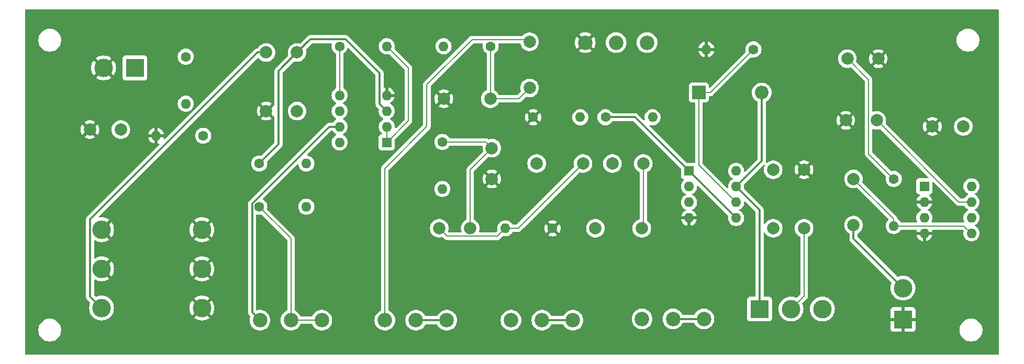
<source format=gtl>
G04 #@! TF.GenerationSoftware,KiCad,Pcbnew,8.0.6*
G04 #@! TF.CreationDate,2025-09-24T23:59:31-06:00*
G04 #@! TF.ProjectId,GuitarAmplifier,47756974-6172-4416-9d70-6c6966696572,0*
G04 #@! TF.SameCoordinates,Original*
G04 #@! TF.FileFunction,Copper,L1,Top*
G04 #@! TF.FilePolarity,Positive*
%FSLAX46Y46*%
G04 Gerber Fmt 4.6, Leading zero omitted, Abs format (unit mm)*
G04 Created by KiCad (PCBNEW 8.0.6) date 2025-09-24 23:59:31*
%MOMM*%
%LPD*%
G01*
G04 APERTURE LIST*
G04 #@! TA.AperFunction,ComponentPad*
%ADD10C,2.000000*%
G04 #@! TD*
G04 #@! TA.AperFunction,ComponentPad*
%ADD11C,1.600000*%
G04 #@! TD*
G04 #@! TA.AperFunction,ComponentPad*
%ADD12O,1.600000X1.600000*%
G04 #@! TD*
G04 #@! TA.AperFunction,ComponentPad*
%ADD13R,3.000000X3.000000*%
G04 #@! TD*
G04 #@! TA.AperFunction,ComponentPad*
%ADD14C,3.000000*%
G04 #@! TD*
G04 #@! TA.AperFunction,ComponentPad*
%ADD15C,2.340000*%
G04 #@! TD*
G04 #@! TA.AperFunction,ComponentPad*
%ADD16R,1.600000X1.600000*%
G04 #@! TD*
G04 #@! TA.AperFunction,ComponentPad*
%ADD17R,2.200000X2.200000*%
G04 #@! TD*
G04 #@! TA.AperFunction,ComponentPad*
%ADD18O,2.200000X2.200000*%
G04 #@! TD*
G04 #@! TA.AperFunction,ViaPad*
%ADD19C,0.800000*%
G04 #@! TD*
G04 #@! TA.AperFunction,Conductor*
%ADD20C,0.300000*%
G04 #@! TD*
G04 #@! TA.AperFunction,Conductor*
%ADD21C,0.200000*%
G04 #@! TD*
G04 APERTURE END LIST*
D10*
X168750000Y-127500000D03*
X176250000Y-127500000D03*
D11*
X138880000Y-145000000D03*
D12*
X146500000Y-145000000D03*
D10*
X182600000Y-118250000D03*
X182600000Y-125750000D03*
D11*
X151880000Y-119000000D03*
D12*
X159500000Y-119000000D03*
D10*
X235000000Y-140500000D03*
X235000000Y-148000000D03*
X201000000Y-138000000D03*
X196000000Y-138000000D03*
X183750000Y-138000000D03*
X191250000Y-138000000D03*
X140000000Y-129500000D03*
X145000000Y-129500000D03*
X227000000Y-148500000D03*
X222000000Y-148500000D03*
D11*
X129810000Y-133500000D03*
D12*
X122190000Y-133500000D03*
D13*
X243000000Y-163280000D03*
D14*
X243000000Y-158200000D03*
D13*
X118790000Y-122500000D03*
D14*
X113710000Y-122500000D03*
D15*
X201600000Y-118400000D03*
X196600000Y-118400000D03*
X191600000Y-118400000D03*
D10*
X233750000Y-131000000D03*
X238750000Y-131000000D03*
D11*
X127000000Y-120690000D03*
D12*
X127000000Y-128310000D03*
D11*
X241500000Y-140500000D03*
D12*
X241500000Y-148120000D03*
D14*
X113385000Y-155085000D03*
X129615000Y-155085000D03*
X113385000Y-148735000D03*
X129615000Y-148735000D03*
X113385000Y-161435000D03*
X129615000Y-161435000D03*
D10*
X247750000Y-132000000D03*
X252750000Y-132000000D03*
X116500000Y-132500000D03*
X111500000Y-132500000D03*
X227000000Y-139000000D03*
X222000000Y-139000000D03*
D11*
X218810000Y-119500000D03*
D12*
X211190000Y-119500000D03*
D15*
X159200000Y-163400000D03*
X164200000Y-163400000D03*
X169200000Y-163400000D03*
D11*
X183190000Y-130500000D03*
D12*
X190810000Y-130500000D03*
D15*
X179600000Y-163400000D03*
X184600000Y-163400000D03*
X189600000Y-163400000D03*
D13*
X219800000Y-161600000D03*
D14*
X224880000Y-161600000D03*
X229960000Y-161600000D03*
D11*
X194880000Y-130500000D03*
D12*
X202500000Y-130500000D03*
D16*
X208380000Y-139200000D03*
D12*
X208380000Y-141740000D03*
X208380000Y-144280000D03*
X208380000Y-146820000D03*
X216000000Y-146820000D03*
X216000000Y-144280000D03*
X216000000Y-141740000D03*
X216000000Y-139200000D03*
D10*
X193250000Y-148500000D03*
X200750000Y-148500000D03*
X145000000Y-120000000D03*
X140000000Y-120000000D03*
D11*
X168500000Y-134500000D03*
D12*
X168500000Y-142120000D03*
D10*
X168000000Y-148500000D03*
X173000000Y-148500000D03*
D11*
X176310000Y-119000000D03*
D12*
X168690000Y-119000000D03*
D11*
X186310000Y-148500000D03*
D12*
X178690000Y-148500000D03*
D16*
X246450000Y-141700000D03*
D12*
X246450000Y-144240000D03*
X246450000Y-146780000D03*
X246450000Y-149320000D03*
X254070000Y-149320000D03*
X254070000Y-146780000D03*
X254070000Y-144240000D03*
X254070000Y-141700000D03*
D10*
X176500000Y-140500000D03*
X176500000Y-135500000D03*
X234000000Y-121000000D03*
X239000000Y-121000000D03*
D17*
X210000000Y-126500000D03*
D18*
X220160000Y-126500000D03*
D15*
X200800000Y-163200000D03*
X205800000Y-163200000D03*
X210800000Y-163200000D03*
D11*
X138880000Y-138000000D03*
D12*
X146500000Y-138000000D03*
D15*
X139000000Y-163400000D03*
X144000000Y-163400000D03*
X149000000Y-163400000D03*
D16*
X159500000Y-134580000D03*
D12*
X159500000Y-132040000D03*
X159500000Y-129500000D03*
X159500000Y-126960000D03*
X151880000Y-126960000D03*
X151880000Y-129500000D03*
X151880000Y-132040000D03*
X151880000Y-134580000D03*
D19*
X156800000Y-127000000D03*
X248500000Y-144500000D03*
D20*
X219800000Y-145540000D02*
X216000000Y-141740000D01*
X219800000Y-161600000D02*
X219800000Y-145540000D01*
D21*
X227000000Y-159480000D02*
X224880000Y-161600000D01*
X227000000Y-148500000D02*
X227000000Y-159480000D01*
X139574415Y-120000000D02*
X140000000Y-120000000D01*
D20*
X113385000Y-161435000D02*
X111535000Y-159585000D01*
X111535000Y-159585000D02*
X111535000Y-147050787D01*
X138585787Y-120000000D02*
X140000000Y-120000000D01*
X111535000Y-147050787D02*
X138585787Y-120000000D01*
D21*
X159200000Y-163400000D02*
X159200000Y-138800000D01*
X159200000Y-138800000D02*
X166000000Y-132000000D01*
X182250000Y-117900000D02*
X182600000Y-118250000D01*
X166000000Y-125200000D02*
X173300000Y-117900000D01*
X166000000Y-132000000D02*
X166000000Y-125200000D01*
X173300000Y-117900000D02*
X182250000Y-117900000D01*
X180850000Y-127500000D02*
X182600000Y-125750000D01*
X176310000Y-119000000D02*
X176310000Y-127440000D01*
X176250000Y-127500000D02*
X180850000Y-127500000D01*
X176310000Y-127440000D02*
X176250000Y-127500000D01*
X173000000Y-139000000D02*
X173000000Y-148500000D01*
X168500000Y-134500000D02*
X175500000Y-134500000D01*
X175500000Y-134500000D02*
X176500000Y-135500000D01*
X176500000Y-135500000D02*
X173000000Y-139000000D01*
X180750000Y-148500000D02*
X191250000Y-138000000D01*
X178690000Y-148500000D02*
X180750000Y-148500000D01*
X169300000Y-149800000D02*
X177390000Y-149800000D01*
X168000000Y-148500000D02*
X169300000Y-149800000D01*
X177390000Y-149800000D02*
X178690000Y-148500000D01*
D20*
X139000000Y-163400000D02*
X137730000Y-162130000D01*
X137730000Y-162130000D02*
X137730000Y-144523654D01*
X150213654Y-132040000D02*
X151880000Y-132040000D01*
X137730000Y-144523654D02*
X150213654Y-132040000D01*
D21*
X201000000Y-138000000D02*
X201000000Y-148250000D01*
X201000000Y-148250000D02*
X200750000Y-148500000D01*
X254070000Y-144240000D02*
X251990000Y-144240000D01*
X251990000Y-144240000D02*
X238750000Y-131000000D01*
X237450000Y-136450000D02*
X237450000Y-124450000D01*
X241500000Y-140500000D02*
X237450000Y-136450000D01*
X237450000Y-124450000D02*
X234000000Y-121000000D01*
X254070000Y-149320000D02*
X252870000Y-148120000D01*
X241500000Y-147000000D02*
X241500000Y-148120000D01*
X235000000Y-140500000D02*
X241500000Y-147000000D01*
X252870000Y-148120000D02*
X241500000Y-148120000D01*
D20*
X235000000Y-148000000D02*
X235000000Y-150200000D01*
X235000000Y-150200000D02*
X243000000Y-158200000D01*
D21*
X210000000Y-126500000D02*
X210000000Y-138280000D01*
X210000000Y-126500000D02*
X211810000Y-126500000D01*
X210000000Y-138280000D02*
X216000000Y-144280000D01*
X211810000Y-126500000D02*
X218810000Y-119500000D01*
D20*
X216000000Y-141740000D02*
X220160000Y-137580000D01*
X220160000Y-137580000D02*
X220160000Y-126500000D01*
X189600000Y-163400000D02*
X184600000Y-163400000D01*
X169200000Y-163400000D02*
X164200000Y-163400000D01*
X210800000Y-163200000D02*
X205800000Y-163200000D01*
X199680000Y-130500000D02*
X208380000Y-139200000D01*
X194880000Y-130500000D02*
X199680000Y-130500000D01*
X208380000Y-139200000D02*
X216000000Y-146820000D01*
X152850000Y-117850000D02*
X158350000Y-123350000D01*
X158350000Y-123350000D02*
X158350000Y-128350000D01*
X145000000Y-120000000D02*
X147150000Y-117850000D01*
X142000000Y-123000000D02*
X142000000Y-134880000D01*
X142000000Y-134880000D02*
X138880000Y-138000000D01*
X145000000Y-120000000D02*
X142000000Y-123000000D01*
X158350000Y-128350000D02*
X159500000Y-129500000D01*
X147150000Y-117850000D02*
X152850000Y-117850000D01*
D21*
X159500000Y-132040000D02*
X159500000Y-134580000D01*
X163000000Y-131080000D02*
X163000000Y-122500000D01*
X159500000Y-134580000D02*
X163000000Y-131080000D01*
X163000000Y-122500000D02*
X159500000Y-119000000D01*
X151880000Y-119000000D02*
X151880000Y-126960000D01*
X149000000Y-163400000D02*
X144000000Y-163400000D01*
X138795000Y-145085000D02*
X138880000Y-145000000D01*
X144000000Y-163400000D02*
X144000000Y-150120000D01*
X144000000Y-150120000D02*
X138880000Y-145000000D01*
G04 #@! TA.AperFunction,Conductor*
G36*
X247955702Y-141055384D02*
G01*
X247962180Y-141061416D01*
X251621284Y-144720520D01*
X251621286Y-144720521D01*
X251621290Y-144720524D01*
X251712706Y-144773302D01*
X251758216Y-144799577D01*
X251910943Y-144840501D01*
X251910945Y-144840501D01*
X252076654Y-144840501D01*
X252076670Y-144840500D01*
X252838308Y-144840500D01*
X252905347Y-144860185D01*
X252939880Y-144893374D01*
X253025480Y-145015624D01*
X253069954Y-145079141D01*
X253230858Y-145240045D01*
X253230861Y-145240047D01*
X253417266Y-145370568D01*
X253440459Y-145381383D01*
X253475275Y-145397618D01*
X253527714Y-145443791D01*
X253546866Y-145510984D01*
X253526650Y-145577865D01*
X253475275Y-145622382D01*
X253417267Y-145649431D01*
X253417265Y-145649432D01*
X253230858Y-145779954D01*
X253069954Y-145940858D01*
X252939432Y-146127265D01*
X252939431Y-146127267D01*
X252843261Y-146333502D01*
X252843258Y-146333511D01*
X252784366Y-146553302D01*
X252784364Y-146553313D01*
X252764532Y-146779998D01*
X252764532Y-146780001D01*
X252784364Y-147006686D01*
X252784366Y-147006697D01*
X252843258Y-147226488D01*
X252843260Y-147226492D01*
X252843261Y-147226496D01*
X252861914Y-147266497D01*
X252897632Y-147343094D01*
X252908124Y-147412172D01*
X252879604Y-147475956D01*
X252821128Y-147514195D01*
X252798592Y-147517526D01*
X252798719Y-147518541D01*
X252798711Y-147518542D01*
X252786635Y-147519294D01*
X252785250Y-147519499D01*
X252783347Y-147519499D01*
X252783331Y-147519500D01*
X247734750Y-147519500D01*
X247667711Y-147499815D01*
X247621956Y-147447011D01*
X247612012Y-147377853D01*
X247622368Y-147343095D01*
X247650207Y-147283393D01*
X247676739Y-147226496D01*
X247735635Y-147006692D01*
X247755468Y-146780000D01*
X247735635Y-146553308D01*
X247676739Y-146333504D01*
X247580568Y-146127266D01*
X247450047Y-145940861D01*
X247450045Y-145940858D01*
X247289141Y-145779954D01*
X247102734Y-145649432D01*
X247102732Y-145649431D01*
X247044725Y-145622382D01*
X247044132Y-145622105D01*
X246991694Y-145575934D01*
X246972542Y-145508740D01*
X246992758Y-145441859D01*
X247044134Y-145397341D01*
X247102484Y-145370132D01*
X247288820Y-145239657D01*
X247449657Y-145078820D01*
X247580134Y-144892482D01*
X247676265Y-144686326D01*
X247676269Y-144686317D01*
X247728872Y-144490000D01*
X246765686Y-144490000D01*
X246770080Y-144485606D01*
X246822741Y-144394394D01*
X246850000Y-144292661D01*
X246850000Y-144187339D01*
X246822741Y-144085606D01*
X246770080Y-143994394D01*
X246765686Y-143990000D01*
X247728872Y-143990000D01*
X247728872Y-143989999D01*
X247676269Y-143793682D01*
X247676265Y-143793673D01*
X247580134Y-143587517D01*
X247449657Y-143401179D01*
X247288820Y-143240342D01*
X247263779Y-143222808D01*
X247220154Y-143168230D01*
X247212962Y-143098732D01*
X247244484Y-143036377D01*
X247304714Y-143000964D01*
X247321650Y-142997943D01*
X247357483Y-142994091D01*
X247424710Y-142969017D01*
X247492331Y-142943796D01*
X247607546Y-142857546D01*
X247693796Y-142742331D01*
X247744091Y-142607483D01*
X247750500Y-142547873D01*
X247750499Y-141149096D01*
X247770184Y-141082058D01*
X247822987Y-141036303D01*
X247892146Y-141026359D01*
X247955702Y-141055384D01*
G37*
G04 #@! TD.AperFunction*
G04 #@! TA.AperFunction,Conductor*
G36*
X258442539Y-113020185D02*
G01*
X258488294Y-113072989D01*
X258499500Y-113124500D01*
X258499500Y-168875500D01*
X258479815Y-168942539D01*
X258427011Y-168988294D01*
X258375500Y-168999500D01*
X101124500Y-168999500D01*
X101057461Y-168979815D01*
X101011706Y-168927011D01*
X101000500Y-168875500D01*
X101000500Y-164878711D01*
X103149500Y-164878711D01*
X103149500Y-165121288D01*
X103181161Y-165361785D01*
X103243947Y-165596104D01*
X103336773Y-165820205D01*
X103336776Y-165820212D01*
X103458064Y-166030289D01*
X103458066Y-166030292D01*
X103458067Y-166030293D01*
X103605733Y-166222736D01*
X103605739Y-166222743D01*
X103777256Y-166394260D01*
X103777262Y-166394265D01*
X103969711Y-166541936D01*
X104179788Y-166663224D01*
X104403900Y-166756054D01*
X104638211Y-166818838D01*
X104818586Y-166842584D01*
X104878711Y-166850500D01*
X104878712Y-166850500D01*
X105121289Y-166850500D01*
X105169388Y-166844167D01*
X105361789Y-166818838D01*
X105596100Y-166756054D01*
X105820212Y-166663224D01*
X106030289Y-166541936D01*
X106222738Y-166394265D01*
X106394265Y-166222738D01*
X106541936Y-166030289D01*
X106663224Y-165820212D01*
X106756054Y-165596100D01*
X106818838Y-165361789D01*
X106850500Y-165121288D01*
X106850500Y-164878712D01*
X106846819Y-164850755D01*
X106842584Y-164818586D01*
X106818838Y-164638211D01*
X106756054Y-164403900D01*
X106663224Y-164179788D01*
X106541936Y-163969711D01*
X106394265Y-163777262D01*
X106394260Y-163777256D01*
X106222743Y-163605739D01*
X106222736Y-163605733D01*
X106030293Y-163458067D01*
X106030292Y-163458066D01*
X106030289Y-163458064D01*
X105851522Y-163354853D01*
X105820214Y-163336777D01*
X105820205Y-163336773D01*
X105596104Y-163243947D01*
X105361785Y-163181161D01*
X105121289Y-163149500D01*
X105121288Y-163149500D01*
X104878712Y-163149500D01*
X104878711Y-163149500D01*
X104638214Y-163181161D01*
X104403895Y-163243947D01*
X104179794Y-163336773D01*
X104179785Y-163336777D01*
X104036161Y-163419699D01*
X103970607Y-163457547D01*
X103969706Y-163458067D01*
X103777263Y-163605733D01*
X103777256Y-163605739D01*
X103605739Y-163777256D01*
X103605733Y-163777263D01*
X103458067Y-163969706D01*
X103336777Y-164179785D01*
X103336773Y-164179794D01*
X103243947Y-164403895D01*
X103181161Y-164638214D01*
X103149500Y-164878711D01*
X101000500Y-164878711D01*
X101000500Y-146986715D01*
X110884500Y-146986715D01*
X110884500Y-146986718D01*
X110884500Y-159649069D01*
X110896976Y-159711790D01*
X110897762Y-159715738D01*
X110897762Y-159715740D01*
X110909497Y-159774736D01*
X110909499Y-159774744D01*
X110943848Y-159857671D01*
X110958535Y-159893127D01*
X111029723Y-159999669D01*
X111029726Y-159999673D01*
X111523641Y-160493588D01*
X111557126Y-160554911D01*
X111552142Y-160624602D01*
X111460629Y-160869960D01*
X111399804Y-161149566D01*
X111379390Y-161434998D01*
X111379390Y-161435001D01*
X111399804Y-161720433D01*
X111460628Y-162000037D01*
X111460630Y-162000043D01*
X111460631Y-162000046D01*
X111522170Y-162165037D01*
X111560635Y-162268166D01*
X111697770Y-162519309D01*
X111697775Y-162519317D01*
X111869254Y-162748387D01*
X111869270Y-162748405D01*
X112071594Y-162950729D01*
X112071612Y-162950745D01*
X112300682Y-163122224D01*
X112300690Y-163122229D01*
X112551833Y-163259364D01*
X112551832Y-163259364D01*
X112551836Y-163259365D01*
X112551839Y-163259367D01*
X112819954Y-163359369D01*
X112819960Y-163359370D01*
X112819962Y-163359371D01*
X113099566Y-163420195D01*
X113099568Y-163420195D01*
X113099572Y-163420196D01*
X113353220Y-163438337D01*
X113384999Y-163440610D01*
X113385000Y-163440610D01*
X113385001Y-163440610D01*
X113413595Y-163438564D01*
X113670428Y-163420196D01*
X113763250Y-163400004D01*
X113950037Y-163359371D01*
X113950037Y-163359370D01*
X113950046Y-163359369D01*
X114218161Y-163259367D01*
X114469315Y-163122226D01*
X114698395Y-162950739D01*
X114900739Y-162748395D01*
X115072226Y-162519315D01*
X115209367Y-162268161D01*
X115309369Y-162000046D01*
X115320420Y-161949244D01*
X115370195Y-161720433D01*
X115370195Y-161720432D01*
X115370196Y-161720428D01*
X115390610Y-161435000D01*
X115390610Y-161434998D01*
X127609891Y-161434998D01*
X127609891Y-161435001D01*
X127630300Y-161720362D01*
X127691109Y-161999895D01*
X127791091Y-162267958D01*
X127928191Y-162519038D01*
X127928196Y-162519046D01*
X128034882Y-162661561D01*
X128034883Y-162661562D01*
X128975689Y-161720756D01*
X128994668Y-161766574D01*
X129071274Y-161881224D01*
X129168776Y-161978726D01*
X129283426Y-162055332D01*
X129329242Y-162074309D01*
X128388436Y-163015115D01*
X128530960Y-163121807D01*
X128530961Y-163121808D01*
X128782042Y-163258908D01*
X128782041Y-163258908D01*
X129050104Y-163358890D01*
X129329637Y-163419699D01*
X129614999Y-163440109D01*
X129615001Y-163440109D01*
X129900362Y-163419699D01*
X130179895Y-163358890D01*
X130447958Y-163258908D01*
X130699047Y-163121803D01*
X130841561Y-163015116D01*
X130841562Y-163015115D01*
X129900757Y-162074309D01*
X129946574Y-162055332D01*
X130061224Y-161978726D01*
X130158726Y-161881224D01*
X130235332Y-161766574D01*
X130254309Y-161720756D01*
X131195115Y-162661562D01*
X131195116Y-162661561D01*
X131301803Y-162519047D01*
X131438908Y-162267958D01*
X131466466Y-162194071D01*
X137079499Y-162194071D01*
X137104497Y-162319738D01*
X137104499Y-162319744D01*
X137153535Y-162438127D01*
X137214798Y-162529815D01*
X137224726Y-162544673D01*
X137394549Y-162714496D01*
X137428034Y-162775819D01*
X137423050Y-162845511D01*
X137422297Y-162847477D01*
X137399239Y-162906229D01*
X137343525Y-163150331D01*
X137343524Y-163150336D01*
X137324816Y-163399995D01*
X137324816Y-163400004D01*
X137343524Y-163649663D01*
X137343525Y-163649668D01*
X137399236Y-163893755D01*
X137399238Y-163893764D01*
X137399240Y-163893769D01*
X137490711Y-164126835D01*
X137615898Y-164343665D01*
X137663930Y-164403895D01*
X137772006Y-164539418D01*
X137945264Y-164700177D01*
X137955540Y-164709712D01*
X138162408Y-164850752D01*
X138162413Y-164850754D01*
X138162414Y-164850755D01*
X138162415Y-164850756D01*
X138282218Y-164908449D01*
X138387983Y-164959383D01*
X138387984Y-164959383D01*
X138387987Y-164959385D01*
X138627236Y-165033184D01*
X138627237Y-165033184D01*
X138627240Y-165033185D01*
X138874805Y-165070499D01*
X138874810Y-165070499D01*
X138874813Y-165070500D01*
X138874814Y-165070500D01*
X139125186Y-165070500D01*
X139125187Y-165070500D01*
X139125194Y-165070499D01*
X139372759Y-165033185D01*
X139372760Y-165033184D01*
X139372764Y-165033184D01*
X139612013Y-164959385D01*
X139837592Y-164850752D01*
X140044460Y-164709712D01*
X140227997Y-164539414D01*
X140384102Y-164343665D01*
X140509289Y-164126835D01*
X140600760Y-163893769D01*
X140656474Y-163649673D01*
X140656475Y-163649663D01*
X140675184Y-163400004D01*
X140675184Y-163399995D01*
X140656475Y-163150336D01*
X140656474Y-163150331D01*
X140656474Y-163150327D01*
X140600760Y-162906231D01*
X140509289Y-162673165D01*
X140384102Y-162456335D01*
X140227997Y-162260586D01*
X140227996Y-162260585D01*
X140227993Y-162260581D01*
X140044460Y-162090288D01*
X139993189Y-162055332D01*
X139837592Y-161949248D01*
X139837586Y-161949245D01*
X139837585Y-161949244D01*
X139837584Y-161949243D01*
X139612015Y-161840616D01*
X139612017Y-161840616D01*
X139372765Y-161766816D01*
X139372759Y-161766814D01*
X139125194Y-161729500D01*
X139125187Y-161729500D01*
X138874813Y-161729500D01*
X138874805Y-161729500D01*
X138627240Y-161766814D01*
X138627230Y-161766817D01*
X138541049Y-161793400D01*
X138471186Y-161794350D01*
X138411900Y-161757378D01*
X138382013Y-161694223D01*
X138380500Y-161674909D01*
X138380500Y-146374136D01*
X138400185Y-146307097D01*
X138452989Y-146261342D01*
X138522147Y-146251398D01*
X138536582Y-146254358D01*
X138653308Y-146285635D01*
X138815230Y-146299801D01*
X138879998Y-146305468D01*
X138880000Y-146305468D01*
X138880002Y-146305468D01*
X138936673Y-146300509D01*
X139106692Y-146285635D01*
X139202932Y-146259847D01*
X139272781Y-146261510D01*
X139322706Y-146291941D01*
X143363181Y-150332416D01*
X143396666Y-150393739D01*
X143399500Y-150420097D01*
X143399500Y-161757155D01*
X143379815Y-161824194D01*
X143329302Y-161868875D01*
X143162412Y-161949245D01*
X142955539Y-162090288D01*
X142772006Y-162260581D01*
X142615898Y-162456335D01*
X142490711Y-162673164D01*
X142399242Y-162906225D01*
X142399236Y-162906244D01*
X142343525Y-163150331D01*
X142343524Y-163150336D01*
X142324816Y-163399995D01*
X142324816Y-163400004D01*
X142343524Y-163649663D01*
X142343525Y-163649668D01*
X142399236Y-163893755D01*
X142399238Y-163893764D01*
X142399240Y-163893769D01*
X142490711Y-164126835D01*
X142615898Y-164343665D01*
X142663930Y-164403895D01*
X142772006Y-164539418D01*
X142945264Y-164700177D01*
X142955540Y-164709712D01*
X143162408Y-164850752D01*
X143162413Y-164850754D01*
X143162414Y-164850755D01*
X143162415Y-164850756D01*
X143282218Y-164908449D01*
X143387983Y-164959383D01*
X143387984Y-164959383D01*
X143387987Y-164959385D01*
X143627236Y-165033184D01*
X143627237Y-165033184D01*
X143627240Y-165033185D01*
X143874805Y-165070499D01*
X143874810Y-165070499D01*
X143874813Y-165070500D01*
X143874814Y-165070500D01*
X144125186Y-165070500D01*
X144125187Y-165070500D01*
X144125194Y-165070499D01*
X144372759Y-165033185D01*
X144372760Y-165033184D01*
X144372764Y-165033184D01*
X144612013Y-164959385D01*
X144837592Y-164850752D01*
X145044460Y-164709712D01*
X145227997Y-164539414D01*
X145384102Y-164343665D01*
X145509289Y-164126835D01*
X145527985Y-164079195D01*
X145570800Y-164023984D01*
X145636670Y-164000683D01*
X145643413Y-164000500D01*
X147356587Y-164000500D01*
X147423626Y-164020185D01*
X147469381Y-164072989D01*
X147472004Y-164079171D01*
X147490711Y-164126835D01*
X147490713Y-164126838D01*
X147490714Y-164126841D01*
X147521282Y-164179785D01*
X147615898Y-164343665D01*
X147663930Y-164403895D01*
X147772006Y-164539418D01*
X147945264Y-164700177D01*
X147955540Y-164709712D01*
X148162408Y-164850752D01*
X148162413Y-164850754D01*
X148162414Y-164850755D01*
X148162415Y-164850756D01*
X148282218Y-164908449D01*
X148387983Y-164959383D01*
X148387984Y-164959383D01*
X148387987Y-164959385D01*
X148627236Y-165033184D01*
X148627237Y-165033184D01*
X148627240Y-165033185D01*
X148874805Y-165070499D01*
X148874810Y-165070499D01*
X148874813Y-165070500D01*
X148874814Y-165070500D01*
X149125186Y-165070500D01*
X149125187Y-165070500D01*
X149125194Y-165070499D01*
X149372759Y-165033185D01*
X149372760Y-165033184D01*
X149372764Y-165033184D01*
X149612013Y-164959385D01*
X149837592Y-164850752D01*
X150044460Y-164709712D01*
X150227997Y-164539414D01*
X150384102Y-164343665D01*
X150509289Y-164126835D01*
X150600760Y-163893769D01*
X150656474Y-163649673D01*
X150656475Y-163649663D01*
X150675184Y-163400004D01*
X150675184Y-163399995D01*
X157524816Y-163399995D01*
X157524816Y-163400004D01*
X157543524Y-163649663D01*
X157543525Y-163649668D01*
X157599236Y-163893755D01*
X157599238Y-163893764D01*
X157599240Y-163893769D01*
X157690711Y-164126835D01*
X157815898Y-164343665D01*
X157863930Y-164403895D01*
X157972006Y-164539418D01*
X158145264Y-164700177D01*
X158155540Y-164709712D01*
X158362408Y-164850752D01*
X158362413Y-164850754D01*
X158362414Y-164850755D01*
X158362415Y-164850756D01*
X158482218Y-164908449D01*
X158587983Y-164959383D01*
X158587984Y-164959383D01*
X158587987Y-164959385D01*
X158827236Y-165033184D01*
X158827237Y-165033184D01*
X158827240Y-165033185D01*
X159074805Y-165070499D01*
X159074810Y-165070499D01*
X159074813Y-165070500D01*
X159074814Y-165070500D01*
X159325186Y-165070500D01*
X159325187Y-165070500D01*
X159325194Y-165070499D01*
X159572759Y-165033185D01*
X159572760Y-165033184D01*
X159572764Y-165033184D01*
X159812013Y-164959385D01*
X160037592Y-164850752D01*
X160244460Y-164709712D01*
X160427997Y-164539414D01*
X160584102Y-164343665D01*
X160709289Y-164126835D01*
X160800760Y-163893769D01*
X160856474Y-163649673D01*
X160856475Y-163649663D01*
X160875184Y-163400004D01*
X160875184Y-163399995D01*
X162524816Y-163399995D01*
X162524816Y-163400004D01*
X162543524Y-163649663D01*
X162543525Y-163649668D01*
X162599236Y-163893755D01*
X162599238Y-163893764D01*
X162599240Y-163893769D01*
X162690711Y-164126835D01*
X162815898Y-164343665D01*
X162863930Y-164403895D01*
X162972006Y-164539418D01*
X163145264Y-164700177D01*
X163155540Y-164709712D01*
X163362408Y-164850752D01*
X163362413Y-164850754D01*
X163362414Y-164850755D01*
X163362415Y-164850756D01*
X163482218Y-164908449D01*
X163587983Y-164959383D01*
X163587984Y-164959383D01*
X163587987Y-164959385D01*
X163827236Y-165033184D01*
X163827237Y-165033184D01*
X163827240Y-165033185D01*
X164074805Y-165070499D01*
X164074810Y-165070499D01*
X164074813Y-165070500D01*
X164074814Y-165070500D01*
X164325186Y-165070500D01*
X164325187Y-165070500D01*
X164325194Y-165070499D01*
X164572759Y-165033185D01*
X164572760Y-165033184D01*
X164572764Y-165033184D01*
X164812013Y-164959385D01*
X165037592Y-164850752D01*
X165244460Y-164709712D01*
X165427997Y-164539414D01*
X165584102Y-164343665D01*
X165709289Y-164126835D01*
X165711300Y-164122659D01*
X165712848Y-164123404D01*
X165751192Y-164073974D01*
X165817066Y-164050682D01*
X165823790Y-164050500D01*
X167576210Y-164050500D01*
X167643249Y-164070185D01*
X167689004Y-164122989D01*
X167690082Y-164125529D01*
X167690710Y-164126835D01*
X167770075Y-164264299D01*
X167815898Y-164343665D01*
X167863930Y-164403895D01*
X167972006Y-164539418D01*
X168145264Y-164700177D01*
X168155540Y-164709712D01*
X168362408Y-164850752D01*
X168362413Y-164850754D01*
X168362414Y-164850755D01*
X168362415Y-164850756D01*
X168482218Y-164908449D01*
X168587983Y-164959383D01*
X168587984Y-164959383D01*
X168587987Y-164959385D01*
X168827236Y-165033184D01*
X168827237Y-165033184D01*
X168827240Y-165033185D01*
X169074805Y-165070499D01*
X169074810Y-165070499D01*
X169074813Y-165070500D01*
X169074814Y-165070500D01*
X169325186Y-165070500D01*
X169325187Y-165070500D01*
X169325194Y-165070499D01*
X169572759Y-165033185D01*
X169572760Y-165033184D01*
X169572764Y-165033184D01*
X169812013Y-164959385D01*
X170037592Y-164850752D01*
X170244460Y-164709712D01*
X170427997Y-164539414D01*
X170584102Y-164343665D01*
X170709289Y-164126835D01*
X170800760Y-163893769D01*
X170856474Y-163649673D01*
X170856475Y-163649663D01*
X170875184Y-163400004D01*
X170875184Y-163399995D01*
X177924816Y-163399995D01*
X177924816Y-163400004D01*
X177943524Y-163649663D01*
X177943525Y-163649668D01*
X177999236Y-163893755D01*
X177999238Y-163893764D01*
X177999240Y-163893769D01*
X178090711Y-164126835D01*
X178215898Y-164343665D01*
X178263930Y-164403895D01*
X178372006Y-164539418D01*
X178545264Y-164700177D01*
X178555540Y-164709712D01*
X178762408Y-164850752D01*
X178762413Y-164850754D01*
X178762414Y-164850755D01*
X178762415Y-164850756D01*
X178882218Y-164908449D01*
X178987983Y-164959383D01*
X178987984Y-164959383D01*
X178987987Y-164959385D01*
X179227236Y-165033184D01*
X179227237Y-165033184D01*
X179227240Y-165033185D01*
X179474805Y-165070499D01*
X179474810Y-165070499D01*
X179474813Y-165070500D01*
X179474814Y-165070500D01*
X179725186Y-165070500D01*
X179725187Y-165070500D01*
X179725194Y-165070499D01*
X179972759Y-165033185D01*
X179972760Y-165033184D01*
X179972764Y-165033184D01*
X180212013Y-164959385D01*
X180437592Y-164850752D01*
X180644460Y-164709712D01*
X180827997Y-164539414D01*
X180984102Y-164343665D01*
X181109289Y-164126835D01*
X181200760Y-163893769D01*
X181256474Y-163649673D01*
X181256475Y-163649663D01*
X181275184Y-163400004D01*
X181275184Y-163399995D01*
X182924816Y-163399995D01*
X182924816Y-163400004D01*
X182943524Y-163649663D01*
X182943525Y-163649668D01*
X182999236Y-163893755D01*
X182999238Y-163893764D01*
X182999240Y-163893769D01*
X183090711Y-164126835D01*
X183215898Y-164343665D01*
X183263930Y-164403895D01*
X183372006Y-164539418D01*
X183545264Y-164700177D01*
X183555540Y-164709712D01*
X183762408Y-164850752D01*
X183762413Y-164850754D01*
X183762414Y-164850755D01*
X183762415Y-164850756D01*
X183882218Y-164908449D01*
X183987983Y-164959383D01*
X183987984Y-164959383D01*
X183987987Y-164959385D01*
X184227236Y-165033184D01*
X184227237Y-165033184D01*
X184227240Y-165033185D01*
X184474805Y-165070499D01*
X184474810Y-165070499D01*
X184474813Y-165070500D01*
X184474814Y-165070500D01*
X184725186Y-165070500D01*
X184725187Y-165070500D01*
X184725194Y-165070499D01*
X184972759Y-165033185D01*
X184972760Y-165033184D01*
X184972764Y-165033184D01*
X185212013Y-164959385D01*
X185437592Y-164850752D01*
X185644460Y-164709712D01*
X185827997Y-164539414D01*
X185984102Y-164343665D01*
X186109289Y-164126835D01*
X186111300Y-164122659D01*
X186112848Y-164123404D01*
X186151192Y-164073974D01*
X186217066Y-164050682D01*
X186223790Y-164050500D01*
X187976210Y-164050500D01*
X188043249Y-164070185D01*
X188089004Y-164122989D01*
X188090082Y-164125529D01*
X188090710Y-164126835D01*
X188170075Y-164264299D01*
X188215898Y-164343665D01*
X188263930Y-164403895D01*
X188372006Y-164539418D01*
X188545264Y-164700177D01*
X188555540Y-164709712D01*
X188762408Y-164850752D01*
X188762413Y-164850754D01*
X188762414Y-164850755D01*
X188762415Y-164850756D01*
X188882218Y-164908449D01*
X188987983Y-164959383D01*
X188987984Y-164959383D01*
X188987987Y-164959385D01*
X189227236Y-165033184D01*
X189227237Y-165033184D01*
X189227240Y-165033185D01*
X189474805Y-165070499D01*
X189474810Y-165070499D01*
X189474813Y-165070500D01*
X189474814Y-165070500D01*
X189725186Y-165070500D01*
X189725187Y-165070500D01*
X189725194Y-165070499D01*
X189972759Y-165033185D01*
X189972760Y-165033184D01*
X189972764Y-165033184D01*
X190212013Y-164959385D01*
X190437592Y-164850752D01*
X190644460Y-164709712D01*
X190827997Y-164539414D01*
X190984102Y-164343665D01*
X191109289Y-164126835D01*
X191200760Y-163893769D01*
X191256474Y-163649673D01*
X191256475Y-163649663D01*
X191275184Y-163400004D01*
X191275184Y-163399995D01*
X191260196Y-163199995D01*
X199124816Y-163199995D01*
X199124816Y-163200004D01*
X199143524Y-163449663D01*
X199143525Y-163449668D01*
X199199236Y-163693755D01*
X199199238Y-163693764D01*
X199199240Y-163693769D01*
X199290711Y-163926835D01*
X199415898Y-164143665D01*
X199541981Y-164301768D01*
X199572006Y-164339418D01*
X199745264Y-164500177D01*
X199755540Y-164509712D01*
X199962408Y-164650752D01*
X199962413Y-164650754D01*
X199962414Y-164650755D01*
X199962415Y-164650756D01*
X200082218Y-164708449D01*
X200187983Y-164759383D01*
X200187984Y-164759383D01*
X200187987Y-164759385D01*
X200427236Y-164833184D01*
X200427237Y-164833184D01*
X200427240Y-164833185D01*
X200674805Y-164870499D01*
X200674810Y-164870499D01*
X200674813Y-164870500D01*
X200674814Y-164870500D01*
X200925186Y-164870500D01*
X200925187Y-164870500D01*
X200925194Y-164870499D01*
X201172759Y-164833185D01*
X201172760Y-164833184D01*
X201172764Y-164833184D01*
X201412013Y-164759385D01*
X201637592Y-164650752D01*
X201844460Y-164509712D01*
X202027997Y-164339414D01*
X202184102Y-164143665D01*
X202309289Y-163926835D01*
X202400760Y-163693769D01*
X202456474Y-163449673D01*
X202457191Y-163440109D01*
X202475184Y-163200004D01*
X202475184Y-163199995D01*
X204124816Y-163199995D01*
X204124816Y-163200004D01*
X204143524Y-163449663D01*
X204143525Y-163449668D01*
X204199236Y-163693755D01*
X204199238Y-163693764D01*
X204199240Y-163693769D01*
X204290711Y-163926835D01*
X204415898Y-164143665D01*
X204541981Y-164301768D01*
X204572006Y-164339418D01*
X204745264Y-164500177D01*
X204755540Y-164509712D01*
X204962408Y-164650752D01*
X204962413Y-164650754D01*
X204962414Y-164650755D01*
X204962415Y-164650756D01*
X205082218Y-164708449D01*
X205187983Y-164759383D01*
X205187984Y-164759383D01*
X205187987Y-164759385D01*
X205427236Y-164833184D01*
X205427237Y-164833184D01*
X205427240Y-164833185D01*
X205674805Y-164870499D01*
X205674810Y-164870499D01*
X205674813Y-164870500D01*
X205674814Y-164870500D01*
X205925186Y-164870500D01*
X205925187Y-164870500D01*
X205925194Y-164870499D01*
X206172759Y-164833185D01*
X206172760Y-164833184D01*
X206172764Y-164833184D01*
X206412013Y-164759385D01*
X206637592Y-164650752D01*
X206844460Y-164509712D01*
X207027997Y-164339414D01*
X207184102Y-164143665D01*
X207309289Y-163926835D01*
X207311300Y-163922659D01*
X207312848Y-163923404D01*
X207351192Y-163873974D01*
X207417066Y-163850682D01*
X207423790Y-163850500D01*
X209176210Y-163850500D01*
X209243249Y-163870185D01*
X209289004Y-163922989D01*
X209290082Y-163925529D01*
X209290710Y-163926835D01*
X209346800Y-164023984D01*
X209415898Y-164143665D01*
X209541981Y-164301768D01*
X209572006Y-164339418D01*
X209745264Y-164500177D01*
X209755540Y-164509712D01*
X209962408Y-164650752D01*
X209962413Y-164650754D01*
X209962414Y-164650755D01*
X209962415Y-164650756D01*
X210082218Y-164708449D01*
X210187983Y-164759383D01*
X210187984Y-164759383D01*
X210187987Y-164759385D01*
X210427236Y-164833184D01*
X210427237Y-164833184D01*
X210427240Y-164833185D01*
X210674805Y-164870499D01*
X210674810Y-164870499D01*
X210674813Y-164870500D01*
X210674814Y-164870500D01*
X210925186Y-164870500D01*
X210925187Y-164870500D01*
X210925194Y-164870499D01*
X211172759Y-164833185D01*
X211172760Y-164833184D01*
X211172764Y-164833184D01*
X211412013Y-164759385D01*
X211637592Y-164650752D01*
X211844460Y-164509712D01*
X212027997Y-164339414D01*
X212184102Y-164143665D01*
X212309289Y-163926835D01*
X212400760Y-163693769D01*
X212456474Y-163449673D01*
X212457191Y-163440109D01*
X212475184Y-163200004D01*
X212475184Y-163199995D01*
X212456475Y-162950336D01*
X212456474Y-162950331D01*
X212456474Y-162950327D01*
X212400760Y-162706231D01*
X212309289Y-162473165D01*
X212184102Y-162256335D01*
X212027997Y-162060586D01*
X212027996Y-162060585D01*
X212027993Y-162060581D01*
X211844460Y-161890288D01*
X211837332Y-161885428D01*
X211637592Y-161749248D01*
X211637588Y-161749246D01*
X211637585Y-161749244D01*
X211637584Y-161749243D01*
X211412015Y-161640616D01*
X211412017Y-161640616D01*
X211172765Y-161566816D01*
X211172759Y-161566814D01*
X210925194Y-161529500D01*
X210925187Y-161529500D01*
X210674813Y-161529500D01*
X210674805Y-161529500D01*
X210427240Y-161566814D01*
X210427234Y-161566816D01*
X210187983Y-161640616D01*
X209962415Y-161749243D01*
X209962414Y-161749244D01*
X209962408Y-161749247D01*
X209962408Y-161749248D01*
X209938118Y-161765808D01*
X209755539Y-161890288D01*
X209572006Y-162060581D01*
X209415898Y-162256335D01*
X209290710Y-162473164D01*
X209288700Y-162477341D01*
X209287151Y-162476595D01*
X209248808Y-162526026D01*
X209182934Y-162549318D01*
X209176210Y-162549500D01*
X207423790Y-162549500D01*
X207356751Y-162529815D01*
X207310996Y-162477011D01*
X207309917Y-162474470D01*
X207309289Y-162473164D01*
X207220711Y-162319744D01*
X207184102Y-162256335D01*
X207027997Y-162060586D01*
X207027996Y-162060585D01*
X207027993Y-162060581D01*
X206844460Y-161890288D01*
X206837332Y-161885428D01*
X206637592Y-161749248D01*
X206637588Y-161749246D01*
X206637585Y-161749244D01*
X206637584Y-161749243D01*
X206412015Y-161640616D01*
X206412017Y-161640616D01*
X206172765Y-161566816D01*
X206172759Y-161566814D01*
X205925194Y-161529500D01*
X205925187Y-161529500D01*
X205674813Y-161529500D01*
X205674805Y-161529500D01*
X205427240Y-161566814D01*
X205427234Y-161566816D01*
X205187983Y-161640616D01*
X204962415Y-161749243D01*
X204962414Y-161749244D01*
X204962408Y-161749247D01*
X204962408Y-161749248D01*
X204938118Y-161765808D01*
X204755539Y-161890288D01*
X204572006Y-162060581D01*
X204415898Y-162256335D01*
X204290711Y-162473164D01*
X204199242Y-162706225D01*
X204199236Y-162706244D01*
X204143525Y-162950331D01*
X204143524Y-162950336D01*
X204124816Y-163199995D01*
X202475184Y-163199995D01*
X202456475Y-162950336D01*
X202456474Y-162950331D01*
X202456474Y-162950327D01*
X202400760Y-162706231D01*
X202309289Y-162473165D01*
X202184102Y-162256335D01*
X202027997Y-162060586D01*
X202027996Y-162060585D01*
X202027993Y-162060581D01*
X201844460Y-161890288D01*
X201837332Y-161885428D01*
X201637592Y-161749248D01*
X201637588Y-161749246D01*
X201637585Y-161749244D01*
X201637584Y-161749243D01*
X201412015Y-161640616D01*
X201412017Y-161640616D01*
X201172765Y-161566816D01*
X201172759Y-161566814D01*
X200925194Y-161529500D01*
X200925187Y-161529500D01*
X200674813Y-161529500D01*
X200674805Y-161529500D01*
X200427240Y-161566814D01*
X200427234Y-161566816D01*
X200187983Y-161640616D01*
X199962415Y-161749243D01*
X199962414Y-161749244D01*
X199962408Y-161749247D01*
X199962408Y-161749248D01*
X199938118Y-161765808D01*
X199755539Y-161890288D01*
X199572006Y-162060581D01*
X199415898Y-162256335D01*
X199290711Y-162473164D01*
X199199242Y-162706225D01*
X199199236Y-162706244D01*
X199143525Y-162950331D01*
X199143524Y-162950336D01*
X199124816Y-163199995D01*
X191260196Y-163199995D01*
X191256475Y-163150336D01*
X191256474Y-163150331D01*
X191256474Y-163150327D01*
X191200760Y-162906231D01*
X191109289Y-162673165D01*
X190984102Y-162456335D01*
X190827997Y-162260586D01*
X190827996Y-162260585D01*
X190827993Y-162260581D01*
X190644460Y-162090288D01*
X190593189Y-162055332D01*
X190437592Y-161949248D01*
X190437586Y-161949245D01*
X190437585Y-161949244D01*
X190437584Y-161949243D01*
X190212015Y-161840616D01*
X190212017Y-161840616D01*
X189972765Y-161766816D01*
X189972759Y-161766814D01*
X189725194Y-161729500D01*
X189725187Y-161729500D01*
X189474813Y-161729500D01*
X189474805Y-161729500D01*
X189227240Y-161766814D01*
X189227234Y-161766816D01*
X188987983Y-161840616D01*
X188762415Y-161949243D01*
X188762414Y-161949244D01*
X188555539Y-162090288D01*
X188372006Y-162260581D01*
X188215898Y-162456335D01*
X188090710Y-162673164D01*
X188088700Y-162677341D01*
X188087151Y-162676595D01*
X188048808Y-162726026D01*
X187982934Y-162749318D01*
X187976210Y-162749500D01*
X186223790Y-162749500D01*
X186156751Y-162729815D01*
X186110996Y-162677011D01*
X186109917Y-162674470D01*
X186109289Y-162673164D01*
X186037891Y-162549500D01*
X185984102Y-162456335D01*
X185827997Y-162260586D01*
X185827996Y-162260585D01*
X185827993Y-162260581D01*
X185644460Y-162090288D01*
X185593189Y-162055332D01*
X185437592Y-161949248D01*
X185437586Y-161949245D01*
X185437585Y-161949244D01*
X185437584Y-161949243D01*
X185212015Y-161840616D01*
X185212017Y-161840616D01*
X184972765Y-161766816D01*
X184972759Y-161766814D01*
X184725194Y-161729500D01*
X184725187Y-161729500D01*
X184474813Y-161729500D01*
X184474805Y-161729500D01*
X184227240Y-161766814D01*
X184227234Y-161766816D01*
X183987983Y-161840616D01*
X183762415Y-161949243D01*
X183762414Y-161949244D01*
X183555539Y-162090288D01*
X183372006Y-162260581D01*
X183215898Y-162456335D01*
X183090711Y-162673164D01*
X182999242Y-162906225D01*
X182999236Y-162906244D01*
X182943525Y-163150331D01*
X182943524Y-163150336D01*
X182924816Y-163399995D01*
X181275184Y-163399995D01*
X181256475Y-163150336D01*
X181256474Y-163150331D01*
X181256474Y-163150327D01*
X181200760Y-162906231D01*
X181109289Y-162673165D01*
X180984102Y-162456335D01*
X180827997Y-162260586D01*
X180827996Y-162260585D01*
X180827993Y-162260581D01*
X180644460Y-162090288D01*
X180593189Y-162055332D01*
X180437592Y-161949248D01*
X180437586Y-161949245D01*
X180437585Y-161949244D01*
X180437584Y-161949243D01*
X180212015Y-161840616D01*
X180212017Y-161840616D01*
X179972765Y-161766816D01*
X179972759Y-161766814D01*
X179725194Y-161729500D01*
X179725187Y-161729500D01*
X179474813Y-161729500D01*
X179474805Y-161729500D01*
X179227240Y-161766814D01*
X179227234Y-161766816D01*
X178987983Y-161840616D01*
X178762415Y-161949243D01*
X178762414Y-161949244D01*
X178555539Y-162090288D01*
X178372006Y-162260581D01*
X178215898Y-162456335D01*
X178090711Y-162673164D01*
X177999242Y-162906225D01*
X177999236Y-162906244D01*
X177943525Y-163150331D01*
X177943524Y-163150336D01*
X177924816Y-163399995D01*
X170875184Y-163399995D01*
X170856475Y-163150336D01*
X170856474Y-163150331D01*
X170856474Y-163150327D01*
X170800760Y-162906231D01*
X170709289Y-162673165D01*
X170584102Y-162456335D01*
X170427997Y-162260586D01*
X170427996Y-162260585D01*
X170427993Y-162260581D01*
X170244460Y-162090288D01*
X170193189Y-162055332D01*
X170037592Y-161949248D01*
X170037586Y-161949245D01*
X170037585Y-161949244D01*
X170037584Y-161949243D01*
X169812015Y-161840616D01*
X169812017Y-161840616D01*
X169572765Y-161766816D01*
X169572759Y-161766814D01*
X169325194Y-161729500D01*
X169325187Y-161729500D01*
X169074813Y-161729500D01*
X169074805Y-161729500D01*
X168827240Y-161766814D01*
X168827234Y-161766816D01*
X168587983Y-161840616D01*
X168362415Y-161949243D01*
X168362414Y-161949244D01*
X168155539Y-162090288D01*
X167972006Y-162260581D01*
X167815898Y-162456335D01*
X167690710Y-162673164D01*
X167688700Y-162677341D01*
X167687151Y-162676595D01*
X167648808Y-162726026D01*
X167582934Y-162749318D01*
X167576210Y-162749500D01*
X165823790Y-162749500D01*
X165756751Y-162729815D01*
X165710996Y-162677011D01*
X165709917Y-162674470D01*
X165709289Y-162673164D01*
X165637891Y-162549500D01*
X165584102Y-162456335D01*
X165427997Y-162260586D01*
X165427996Y-162260585D01*
X165427993Y-162260581D01*
X165244460Y-162090288D01*
X165193189Y-162055332D01*
X165037592Y-161949248D01*
X165037586Y-161949245D01*
X165037585Y-161949244D01*
X165037584Y-161949243D01*
X164812015Y-161840616D01*
X164812017Y-161840616D01*
X164572765Y-161766816D01*
X164572759Y-161766814D01*
X164325194Y-161729500D01*
X164325187Y-161729500D01*
X164074813Y-161729500D01*
X164074805Y-161729500D01*
X163827240Y-161766814D01*
X163827234Y-161766816D01*
X163587983Y-161840616D01*
X163362415Y-161949243D01*
X163362414Y-161949244D01*
X163155539Y-162090288D01*
X162972006Y-162260581D01*
X162815898Y-162456335D01*
X162690711Y-162673164D01*
X162599242Y-162906225D01*
X162599236Y-162906244D01*
X162543525Y-163150331D01*
X162543524Y-163150336D01*
X162524816Y-163399995D01*
X160875184Y-163399995D01*
X160856475Y-163150336D01*
X160856474Y-163150331D01*
X160856474Y-163150327D01*
X160800760Y-162906231D01*
X160709289Y-162673165D01*
X160584102Y-162456335D01*
X160427997Y-162260586D01*
X160427996Y-162260585D01*
X160427993Y-162260581D01*
X160244460Y-162090288D01*
X160112086Y-162000037D01*
X160037592Y-161949248D01*
X160037589Y-161949247D01*
X160037587Y-161949245D01*
X159870698Y-161868875D01*
X159818838Y-161822052D01*
X159800500Y-161757155D01*
X159800500Y-148499994D01*
X166494357Y-148499994D01*
X166494357Y-148500005D01*
X166514890Y-148747812D01*
X166514892Y-148747824D01*
X166575936Y-148988881D01*
X166675826Y-149216606D01*
X166811833Y-149424782D01*
X166844245Y-149459991D01*
X166980256Y-149607738D01*
X167176491Y-149760474D01*
X167395190Y-149878828D01*
X167630386Y-149959571D01*
X167875665Y-150000500D01*
X168124335Y-150000500D01*
X168369614Y-149959571D01*
X168382789Y-149955048D01*
X168475605Y-149923183D01*
X168545402Y-149920034D01*
X168603548Y-149952784D01*
X168931284Y-150280520D01*
X168931286Y-150280521D01*
X168931290Y-150280524D01*
X169021171Y-150332416D01*
X169068216Y-150359577D01*
X169220943Y-150400501D01*
X169220945Y-150400501D01*
X169386654Y-150400501D01*
X169386670Y-150400500D01*
X177303331Y-150400500D01*
X177303347Y-150400501D01*
X177310943Y-150400501D01*
X177469054Y-150400501D01*
X177469057Y-150400501D01*
X177621785Y-150359577D01*
X177671904Y-150330639D01*
X177758716Y-150280520D01*
X177870520Y-150168716D01*
X177870520Y-150168714D01*
X177880728Y-150158507D01*
X177880730Y-150158504D01*
X178247294Y-149791939D01*
X178308615Y-149758456D01*
X178367066Y-149759847D01*
X178386604Y-149765082D01*
X178463308Y-149785635D01*
X178625230Y-149799801D01*
X178689998Y-149805468D01*
X178690000Y-149805468D01*
X178690002Y-149805468D01*
X178746673Y-149800509D01*
X178916692Y-149785635D01*
X179136496Y-149726739D01*
X179342734Y-149630568D01*
X179529139Y-149500047D01*
X179690047Y-149339139D01*
X179820118Y-149153375D01*
X179874693Y-149109752D01*
X179921692Y-149100500D01*
X180663331Y-149100500D01*
X180663347Y-149100501D01*
X180670943Y-149100501D01*
X180829054Y-149100501D01*
X180829057Y-149100501D01*
X180981785Y-149059577D01*
X181049468Y-149020500D01*
X181118716Y-148980520D01*
X181230520Y-148868716D01*
X181230520Y-148868714D01*
X181240724Y-148858511D01*
X181240728Y-148858506D01*
X181599237Y-148499997D01*
X185005034Y-148499997D01*
X185005034Y-148500002D01*
X185024858Y-148726599D01*
X185024860Y-148726610D01*
X185083730Y-148946317D01*
X185083735Y-148946331D01*
X185179863Y-149152478D01*
X185230974Y-149225472D01*
X185910000Y-148546446D01*
X185910000Y-148552661D01*
X185937259Y-148654394D01*
X185989920Y-148745606D01*
X186064394Y-148820080D01*
X186155606Y-148872741D01*
X186257339Y-148900000D01*
X186263553Y-148900000D01*
X185584526Y-149579025D01*
X185657513Y-149630132D01*
X185657521Y-149630136D01*
X185863668Y-149726264D01*
X185863682Y-149726269D01*
X186083389Y-149785139D01*
X186083400Y-149785141D01*
X186309998Y-149804966D01*
X186310002Y-149804966D01*
X186536599Y-149785141D01*
X186536610Y-149785139D01*
X186756317Y-149726269D01*
X186756331Y-149726264D01*
X186962478Y-149630136D01*
X187035471Y-149579024D01*
X186356447Y-148900000D01*
X186362661Y-148900000D01*
X186464394Y-148872741D01*
X186555606Y-148820080D01*
X186630080Y-148745606D01*
X186682741Y-148654394D01*
X186710000Y-148552661D01*
X186710000Y-148546447D01*
X187389024Y-149225471D01*
X187440136Y-149152478D01*
X187536264Y-148946331D01*
X187536269Y-148946317D01*
X187595139Y-148726610D01*
X187595141Y-148726599D01*
X187614966Y-148500002D01*
X187614966Y-148499997D01*
X187614966Y-148499994D01*
X191744357Y-148499994D01*
X191744357Y-148500005D01*
X191764890Y-148747812D01*
X191764892Y-148747824D01*
X191825936Y-148988881D01*
X191925826Y-149216606D01*
X192061833Y-149424782D01*
X192094245Y-149459991D01*
X192230256Y-149607738D01*
X192426491Y-149760474D01*
X192645190Y-149878828D01*
X192880386Y-149959571D01*
X193125665Y-150000500D01*
X193374335Y-150000500D01*
X193619614Y-149959571D01*
X193854810Y-149878828D01*
X194073509Y-149760474D01*
X194269744Y-149607738D01*
X194438164Y-149424785D01*
X194574173Y-149216607D01*
X194674063Y-148988881D01*
X194735108Y-148747821D01*
X194735741Y-148740185D01*
X194755643Y-148500005D01*
X194755643Y-148499994D01*
X199244357Y-148499994D01*
X199244357Y-148500005D01*
X199264890Y-148747812D01*
X199264892Y-148747824D01*
X199325936Y-148988881D01*
X199425826Y-149216606D01*
X199561833Y-149424782D01*
X199594245Y-149459991D01*
X199730256Y-149607738D01*
X199926491Y-149760474D01*
X200145190Y-149878828D01*
X200380386Y-149959571D01*
X200625665Y-150000500D01*
X200874335Y-150000500D01*
X201119614Y-149959571D01*
X201354810Y-149878828D01*
X201573509Y-149760474D01*
X201769744Y-149607738D01*
X201938164Y-149424785D01*
X202074173Y-149216607D01*
X202174063Y-148988881D01*
X202235108Y-148747821D01*
X202235741Y-148740185D01*
X202255643Y-148500005D01*
X202255643Y-148499994D01*
X202235109Y-148252187D01*
X202235107Y-148252175D01*
X202174063Y-148011118D01*
X202074173Y-147783393D01*
X201938166Y-147575217D01*
X201885992Y-147518541D01*
X201769744Y-147392262D01*
X201706575Y-147343095D01*
X201648337Y-147297766D01*
X201607524Y-147241055D01*
X201600500Y-147199913D01*
X201600500Y-139455048D01*
X201620185Y-139388009D01*
X201665481Y-139345993D01*
X201823509Y-139260474D01*
X202019744Y-139107738D01*
X202188164Y-138924785D01*
X202324173Y-138716607D01*
X202424063Y-138488881D01*
X202485108Y-138247821D01*
X202485109Y-138247812D01*
X202505643Y-138000005D01*
X202505643Y-137999994D01*
X202485109Y-137752187D01*
X202485107Y-137752175D01*
X202424063Y-137511118D01*
X202324173Y-137283393D01*
X202188166Y-137075217D01*
X202061471Y-136937590D01*
X202019744Y-136892262D01*
X201823509Y-136739526D01*
X201823507Y-136739525D01*
X201823506Y-136739524D01*
X201604811Y-136621172D01*
X201604802Y-136621169D01*
X201369616Y-136540429D01*
X201124335Y-136499500D01*
X200875665Y-136499500D01*
X200630383Y-136540429D01*
X200395197Y-136621169D01*
X200395188Y-136621172D01*
X200176493Y-136739524D01*
X199980257Y-136892261D01*
X199811833Y-137075217D01*
X199675826Y-137283393D01*
X199575936Y-137511118D01*
X199514892Y-137752175D01*
X199514890Y-137752187D01*
X199494357Y-137999994D01*
X199494357Y-138000005D01*
X199514890Y-138247812D01*
X199514892Y-138247824D01*
X199575936Y-138488881D01*
X199675826Y-138716606D01*
X199811833Y-138924782D01*
X199811836Y-138924785D01*
X199980256Y-139107738D01*
X200176491Y-139260474D01*
X200176494Y-139260476D01*
X200176496Y-139260477D01*
X200200119Y-139273261D01*
X200334517Y-139345993D01*
X200384108Y-139395212D01*
X200399500Y-139455048D01*
X200399500Y-146945333D01*
X200379815Y-147012372D01*
X200327011Y-147058127D01*
X200315763Y-147062614D01*
X200145197Y-147121169D01*
X200145188Y-147121172D01*
X199926493Y-147239524D01*
X199730257Y-147392261D01*
X199561833Y-147575217D01*
X199425826Y-147783393D01*
X199325936Y-148011118D01*
X199264892Y-148252175D01*
X199264890Y-148252187D01*
X199244357Y-148499994D01*
X194755643Y-148499994D01*
X194735109Y-148252187D01*
X194735107Y-148252175D01*
X194674063Y-148011118D01*
X194574173Y-147783393D01*
X194438166Y-147575217D01*
X194385992Y-147518541D01*
X194269744Y-147392262D01*
X194073509Y-147239526D01*
X194073507Y-147239525D01*
X194073506Y-147239524D01*
X193854811Y-147121172D01*
X193854802Y-147121169D01*
X193619616Y-147040429D01*
X193374335Y-146999500D01*
X193125665Y-146999500D01*
X192880383Y-147040429D01*
X192645197Y-147121169D01*
X192645188Y-147121172D01*
X192426493Y-147239524D01*
X192230257Y-147392261D01*
X192061833Y-147575217D01*
X191925826Y-147783393D01*
X191825936Y-148011118D01*
X191764892Y-148252175D01*
X191764890Y-148252187D01*
X191744357Y-148499994D01*
X187614966Y-148499994D01*
X187595141Y-148273400D01*
X187595139Y-148273389D01*
X187536269Y-148053682D01*
X187536264Y-148053668D01*
X187440136Y-147847521D01*
X187440132Y-147847513D01*
X187389025Y-147774526D01*
X186710000Y-148453551D01*
X186710000Y-148447339D01*
X186682741Y-148345606D01*
X186630080Y-148254394D01*
X186555606Y-148179920D01*
X186464394Y-148127259D01*
X186362661Y-148100000D01*
X186356448Y-148100000D01*
X187035472Y-147420974D01*
X186962478Y-147369863D01*
X186756331Y-147273735D01*
X186756317Y-147273730D01*
X186536610Y-147214860D01*
X186536599Y-147214858D01*
X186310002Y-147195034D01*
X186309998Y-147195034D01*
X186083400Y-147214858D01*
X186083389Y-147214860D01*
X185863682Y-147273730D01*
X185863673Y-147273734D01*
X185657516Y-147369866D01*
X185657512Y-147369868D01*
X185584526Y-147420973D01*
X185584526Y-147420974D01*
X186263553Y-148100000D01*
X186257339Y-148100000D01*
X186155606Y-148127259D01*
X186064394Y-148179920D01*
X185989920Y-148254394D01*
X185937259Y-148345606D01*
X185910000Y-148447339D01*
X185910000Y-148453552D01*
X185230974Y-147774526D01*
X185230973Y-147774526D01*
X185179868Y-147847512D01*
X185179866Y-147847516D01*
X185083734Y-148053673D01*
X185083730Y-148053682D01*
X185024860Y-148273389D01*
X185024858Y-148273400D01*
X185005034Y-148499997D01*
X181599237Y-148499997D01*
X190646452Y-139452781D01*
X190707773Y-139419298D01*
X190774392Y-139423182D01*
X190846350Y-139447886D01*
X190880385Y-139459571D01*
X191125665Y-139500500D01*
X191374335Y-139500500D01*
X191619614Y-139459571D01*
X191854810Y-139378828D01*
X192073509Y-139260474D01*
X192269744Y-139107738D01*
X192438164Y-138924785D01*
X192574173Y-138716607D01*
X192674063Y-138488881D01*
X192735108Y-138247821D01*
X192735109Y-138247812D01*
X192755643Y-138000005D01*
X192755643Y-137999994D01*
X194494357Y-137999994D01*
X194494357Y-138000005D01*
X194514890Y-138247812D01*
X194514892Y-138247824D01*
X194575936Y-138488881D01*
X194675826Y-138716606D01*
X194811833Y-138924782D01*
X194811836Y-138924785D01*
X194980256Y-139107738D01*
X195176491Y-139260474D01*
X195395190Y-139378828D01*
X195630386Y-139459571D01*
X195875665Y-139500500D01*
X196124335Y-139500500D01*
X196369614Y-139459571D01*
X196604810Y-139378828D01*
X196823509Y-139260474D01*
X197019744Y-139107738D01*
X197188164Y-138924785D01*
X197324173Y-138716607D01*
X197424063Y-138488881D01*
X197485108Y-138247821D01*
X197485109Y-138247812D01*
X197505643Y-138000005D01*
X197505643Y-137999994D01*
X197485109Y-137752187D01*
X197485107Y-137752175D01*
X197424063Y-137511118D01*
X197324173Y-137283393D01*
X197188166Y-137075217D01*
X197061471Y-136937590D01*
X197019744Y-136892262D01*
X196823509Y-136739526D01*
X196823507Y-136739525D01*
X196823506Y-136739524D01*
X196604811Y-136621172D01*
X196604802Y-136621169D01*
X196369616Y-136540429D01*
X196124335Y-136499500D01*
X195875665Y-136499500D01*
X195630383Y-136540429D01*
X195395197Y-136621169D01*
X195395188Y-136621172D01*
X195176493Y-136739524D01*
X194980257Y-136892261D01*
X194811833Y-137075217D01*
X194675826Y-137283393D01*
X194575936Y-137511118D01*
X194514892Y-137752175D01*
X194514890Y-137752187D01*
X194494357Y-137999994D01*
X192755643Y-137999994D01*
X192735109Y-137752187D01*
X192735107Y-137752175D01*
X192674063Y-137511118D01*
X192574173Y-137283393D01*
X192438166Y-137075217D01*
X192311471Y-136937590D01*
X192269744Y-136892262D01*
X192073509Y-136739526D01*
X192073507Y-136739525D01*
X192073506Y-136739524D01*
X191854811Y-136621172D01*
X191854802Y-136621169D01*
X191619616Y-136540429D01*
X191374335Y-136499500D01*
X191125665Y-136499500D01*
X190880383Y-136540429D01*
X190645197Y-136621169D01*
X190645188Y-136621172D01*
X190426493Y-136739524D01*
X190230257Y-136892261D01*
X190061833Y-137075217D01*
X189925826Y-137283393D01*
X189825936Y-137511118D01*
X189764892Y-137752175D01*
X189764890Y-137752187D01*
X189744357Y-137999994D01*
X189744357Y-138000005D01*
X189764890Y-138247812D01*
X189764892Y-138247824D01*
X189826007Y-138489160D01*
X189823382Y-138558980D01*
X189793482Y-138607281D01*
X180537584Y-147863181D01*
X180476261Y-147896666D01*
X180449903Y-147899500D01*
X179921692Y-147899500D01*
X179854653Y-147879815D01*
X179820119Y-147846625D01*
X179690047Y-147660861D01*
X179690045Y-147660858D01*
X179529141Y-147499954D01*
X179342734Y-147369432D01*
X179342732Y-147369431D01*
X179136497Y-147273261D01*
X179136488Y-147273258D01*
X178916697Y-147214366D01*
X178916693Y-147214365D01*
X178916692Y-147214365D01*
X178916691Y-147214364D01*
X178916686Y-147214364D01*
X178690002Y-147194532D01*
X178689998Y-147194532D01*
X178463313Y-147214364D01*
X178463302Y-147214366D01*
X178243511Y-147273258D01*
X178243502Y-147273261D01*
X178037267Y-147369431D01*
X178037265Y-147369432D01*
X177850858Y-147499954D01*
X177689954Y-147660858D01*
X177559432Y-147847265D01*
X177559431Y-147847267D01*
X177463261Y-148053502D01*
X177463258Y-148053511D01*
X177404366Y-148273302D01*
X177404364Y-148273313D01*
X177384532Y-148499998D01*
X177384532Y-148500001D01*
X177404364Y-148726686D01*
X177404366Y-148726697D01*
X177430152Y-148822931D01*
X177428489Y-148892781D01*
X177398058Y-148942705D01*
X177177582Y-149163182D01*
X177116262Y-149196666D01*
X177089903Y-149199500D01*
X174521473Y-149199500D01*
X174454434Y-149179815D01*
X174408679Y-149127011D01*
X174398735Y-149057853D01*
X174407916Y-149025692D01*
X174424063Y-148988881D01*
X174485108Y-148747821D01*
X174485741Y-148740185D01*
X174505643Y-148500005D01*
X174505643Y-148499994D01*
X174485109Y-148252187D01*
X174485107Y-148252175D01*
X174424063Y-148011118D01*
X174324173Y-147783393D01*
X174188166Y-147575217D01*
X174135992Y-147518541D01*
X174019744Y-147392262D01*
X173823509Y-147239526D01*
X173823507Y-147239525D01*
X173823506Y-147239524D01*
X173665482Y-147154006D01*
X173615892Y-147104786D01*
X173600500Y-147044951D01*
X173600500Y-140499994D01*
X174994859Y-140499994D01*
X174994859Y-140500000D01*
X175015385Y-140747729D01*
X175015387Y-140747738D01*
X175076412Y-140988717D01*
X175176266Y-141216364D01*
X175276564Y-141369882D01*
X176017037Y-140629409D01*
X176034075Y-140692993D01*
X176099901Y-140807007D01*
X176192993Y-140900099D01*
X176307007Y-140965925D01*
X176370590Y-140982962D01*
X175629942Y-141723609D01*
X175676768Y-141760055D01*
X175676770Y-141760056D01*
X175895385Y-141878364D01*
X175895396Y-141878369D01*
X176130506Y-141959083D01*
X176375707Y-142000000D01*
X176624293Y-142000000D01*
X176869493Y-141959083D01*
X177104603Y-141878369D01*
X177104614Y-141878364D01*
X177323228Y-141760057D01*
X177323231Y-141760055D01*
X177370056Y-141723609D01*
X176629409Y-140982962D01*
X176692993Y-140965925D01*
X176807007Y-140900099D01*
X176900099Y-140807007D01*
X176965925Y-140692993D01*
X176982962Y-140629409D01*
X177723434Y-141369882D01*
X177823731Y-141216369D01*
X177923587Y-140988717D01*
X177984612Y-140747738D01*
X177984614Y-140747729D01*
X178005141Y-140500000D01*
X178005141Y-140499994D01*
X177984614Y-140252270D01*
X177984612Y-140252261D01*
X177923587Y-140011282D01*
X177823731Y-139783630D01*
X177723434Y-139630116D01*
X176982962Y-140370589D01*
X176965925Y-140307007D01*
X176900099Y-140192993D01*
X176807007Y-140099901D01*
X176692993Y-140034075D01*
X176629410Y-140017037D01*
X177370057Y-139276390D01*
X177370056Y-139276389D01*
X177323229Y-139239943D01*
X177104614Y-139121635D01*
X177104603Y-139121630D01*
X176869493Y-139040916D01*
X176624293Y-139000000D01*
X176375707Y-139000000D01*
X176130506Y-139040916D01*
X175895396Y-139121630D01*
X175895390Y-139121632D01*
X175676761Y-139239949D01*
X175629942Y-139276388D01*
X175629942Y-139276390D01*
X176370590Y-140017037D01*
X176307007Y-140034075D01*
X176192993Y-140099901D01*
X176099901Y-140192993D01*
X176034075Y-140307007D01*
X176017037Y-140370589D01*
X175276564Y-139630116D01*
X175176267Y-139783632D01*
X175076412Y-140011282D01*
X175015387Y-140252261D01*
X175015385Y-140252270D01*
X174994859Y-140499994D01*
X173600500Y-140499994D01*
X173600500Y-139300096D01*
X173620185Y-139233057D01*
X173636814Y-139212420D01*
X174849239Y-137999994D01*
X182244357Y-137999994D01*
X182244357Y-138000005D01*
X182264890Y-138247812D01*
X182264892Y-138247824D01*
X182325936Y-138488881D01*
X182425826Y-138716606D01*
X182561833Y-138924782D01*
X182561836Y-138924785D01*
X182730256Y-139107738D01*
X182926491Y-139260474D01*
X183145190Y-139378828D01*
X183380386Y-139459571D01*
X183625665Y-139500500D01*
X183874335Y-139500500D01*
X184119614Y-139459571D01*
X184354810Y-139378828D01*
X184573509Y-139260474D01*
X184769744Y-139107738D01*
X184938164Y-138924785D01*
X185074173Y-138716607D01*
X185174063Y-138488881D01*
X185235108Y-138247821D01*
X185235109Y-138247812D01*
X185255643Y-138000005D01*
X185255643Y-137999994D01*
X185235109Y-137752187D01*
X185235107Y-137752175D01*
X185174063Y-137511118D01*
X185074173Y-137283393D01*
X184938166Y-137075217D01*
X184811471Y-136937590D01*
X184769744Y-136892262D01*
X184573509Y-136739526D01*
X184573507Y-136739525D01*
X184573506Y-136739524D01*
X184354811Y-136621172D01*
X184354802Y-136621169D01*
X184119616Y-136540429D01*
X183874335Y-136499500D01*
X183625665Y-136499500D01*
X183380383Y-136540429D01*
X183145197Y-136621169D01*
X183145188Y-136621172D01*
X182926493Y-136739524D01*
X182730257Y-136892261D01*
X182561833Y-137075217D01*
X182425826Y-137283393D01*
X182325936Y-137511118D01*
X182264892Y-137752175D01*
X182264890Y-137752187D01*
X182244357Y-137999994D01*
X174849239Y-137999994D01*
X175896452Y-136952781D01*
X175957773Y-136919298D01*
X176024392Y-136923182D01*
X176096350Y-136947886D01*
X176130385Y-136959571D01*
X176375665Y-137000500D01*
X176624335Y-137000500D01*
X176869614Y-136959571D01*
X177104810Y-136878828D01*
X177323509Y-136760474D01*
X177519744Y-136607738D01*
X177688164Y-136424785D01*
X177824173Y-136216607D01*
X177924063Y-135988881D01*
X177985108Y-135747821D01*
X177985109Y-135747812D01*
X178005643Y-135500005D01*
X178005643Y-135499994D01*
X177985109Y-135252187D01*
X177985107Y-135252175D01*
X177924063Y-135011118D01*
X177824173Y-134783393D01*
X177688166Y-134575217D01*
X177618965Y-134500045D01*
X177519744Y-134392262D01*
X177323509Y-134239526D01*
X177323507Y-134239525D01*
X177323506Y-134239524D01*
X177104811Y-134121172D01*
X177104802Y-134121169D01*
X176869616Y-134040429D01*
X176624335Y-133999500D01*
X176375665Y-133999500D01*
X176130386Y-134040428D01*
X176024392Y-134076815D01*
X175954593Y-134079964D01*
X175896450Y-134047214D01*
X175868717Y-134019481D01*
X175868709Y-134019475D01*
X175764951Y-133959571D01*
X175764948Y-133959570D01*
X175731787Y-133940424D01*
X175731786Y-133940423D01*
X175731785Y-133940423D01*
X175579057Y-133899499D01*
X175420943Y-133899499D01*
X175413347Y-133899499D01*
X175413331Y-133899500D01*
X169731692Y-133899500D01*
X169664653Y-133879815D01*
X169630119Y-133846625D01*
X169500047Y-133660861D01*
X169500045Y-133660858D01*
X169339141Y-133499954D01*
X169152734Y-133369432D01*
X169152732Y-133369431D01*
X168946497Y-133273261D01*
X168946488Y-133273258D01*
X168726697Y-133214366D01*
X168726693Y-133214365D01*
X168726692Y-133214365D01*
X168726691Y-133214364D01*
X168726686Y-133214364D01*
X168500002Y-133194532D01*
X168499998Y-133194532D01*
X168273313Y-133214364D01*
X168273302Y-133214366D01*
X168053511Y-133273258D01*
X168053502Y-133273261D01*
X167847267Y-133369431D01*
X167847265Y-133369432D01*
X167660858Y-133499954D01*
X167499954Y-133660858D01*
X167369432Y-133847265D01*
X167369431Y-133847267D01*
X167273261Y-134053502D01*
X167273258Y-134053511D01*
X167214366Y-134273302D01*
X167214364Y-134273313D01*
X167194532Y-134499998D01*
X167194532Y-134500001D01*
X167214364Y-134726686D01*
X167214366Y-134726697D01*
X167273258Y-134946488D01*
X167273261Y-134946497D01*
X167369431Y-135152732D01*
X167369432Y-135152734D01*
X167499954Y-135339141D01*
X167660858Y-135500045D01*
X167660861Y-135500047D01*
X167847266Y-135630568D01*
X168053504Y-135726739D01*
X168273308Y-135785635D01*
X168435230Y-135799801D01*
X168499998Y-135805468D01*
X168500000Y-135805468D01*
X168500002Y-135805468D01*
X168556673Y-135800509D01*
X168726692Y-135785635D01*
X168946496Y-135726739D01*
X169152734Y-135630568D01*
X169339139Y-135500047D01*
X169500047Y-135339139D01*
X169630118Y-135153375D01*
X169684693Y-135109752D01*
X169731692Y-135100500D01*
X174893987Y-135100500D01*
X174961026Y-135120185D01*
X175006781Y-135172989D01*
X175016725Y-135242147D01*
X175015714Y-135247248D01*
X175014890Y-135252187D01*
X174994357Y-135499994D01*
X174994357Y-135500005D01*
X175014890Y-135747812D01*
X175014892Y-135747824D01*
X175076007Y-135989160D01*
X175073382Y-136058980D01*
X175043482Y-136107281D01*
X172631286Y-138519478D01*
X172519481Y-138631282D01*
X172519479Y-138631284D01*
X172493735Y-138675875D01*
X172482854Y-138694723D01*
X172440423Y-138768215D01*
X172399499Y-138920943D01*
X172399499Y-138920945D01*
X172399499Y-139089046D01*
X172399500Y-139089059D01*
X172399500Y-147044951D01*
X172379815Y-147111990D01*
X172334518Y-147154006D01*
X172176493Y-147239524D01*
X171980257Y-147392261D01*
X171811833Y-147575217D01*
X171675826Y-147783393D01*
X171575936Y-148011118D01*
X171514892Y-148252175D01*
X171514890Y-148252187D01*
X171494357Y-148499994D01*
X171494357Y-148500005D01*
X171514890Y-148747812D01*
X171514892Y-148747824D01*
X171575936Y-148988878D01*
X171575937Y-148988881D01*
X171592083Y-149025690D01*
X171600986Y-149094989D01*
X171571009Y-149158102D01*
X171511670Y-149194989D01*
X171478527Y-149199500D01*
X169600098Y-149199500D01*
X169533059Y-149179815D01*
X169512417Y-149163181D01*
X169456517Y-149107281D01*
X169423032Y-149045958D01*
X169423992Y-148989159D01*
X169424061Y-148988884D01*
X169424063Y-148988881D01*
X169485108Y-148747821D01*
X169485741Y-148740185D01*
X169505643Y-148500005D01*
X169505643Y-148499994D01*
X169485109Y-148252187D01*
X169485107Y-148252175D01*
X169424063Y-148011118D01*
X169324173Y-147783393D01*
X169188166Y-147575217D01*
X169135992Y-147518541D01*
X169019744Y-147392262D01*
X168823509Y-147239526D01*
X168823507Y-147239525D01*
X168823506Y-147239524D01*
X168604811Y-147121172D01*
X168604802Y-147121169D01*
X168369616Y-147040429D01*
X168124335Y-146999500D01*
X167875665Y-146999500D01*
X167630383Y-147040429D01*
X167395197Y-147121169D01*
X167395188Y-147121172D01*
X167176493Y-147239524D01*
X166980257Y-147392261D01*
X166811833Y-147575217D01*
X166675826Y-147783393D01*
X166575936Y-148011118D01*
X166514892Y-148252175D01*
X166514890Y-148252187D01*
X166494357Y-148499994D01*
X159800500Y-148499994D01*
X159800500Y-142119998D01*
X167194532Y-142119998D01*
X167194532Y-142120001D01*
X167214364Y-142346686D01*
X167214366Y-142346697D01*
X167273258Y-142566488D01*
X167273261Y-142566497D01*
X167369431Y-142772732D01*
X167369432Y-142772734D01*
X167499954Y-142959141D01*
X167660858Y-143120045D01*
X167706346Y-143151896D01*
X167847266Y-143250568D01*
X168053504Y-143346739D01*
X168273308Y-143405635D01*
X168435230Y-143419801D01*
X168499998Y-143425468D01*
X168500000Y-143425468D01*
X168500002Y-143425468D01*
X168556673Y-143420509D01*
X168726692Y-143405635D01*
X168946496Y-143346739D01*
X169152734Y-143250568D01*
X169339139Y-143120047D01*
X169500047Y-142959139D01*
X169630568Y-142772734D01*
X169726739Y-142566496D01*
X169785635Y-142346692D01*
X169805468Y-142120000D01*
X169785635Y-141893308D01*
X169726739Y-141673504D01*
X169630568Y-141467266D01*
X169500047Y-141280861D01*
X169500045Y-141280858D01*
X169339141Y-141119954D01*
X169152734Y-140989432D01*
X169152732Y-140989431D01*
X168946497Y-140893261D01*
X168946488Y-140893258D01*
X168726697Y-140834366D01*
X168726693Y-140834365D01*
X168726692Y-140834365D01*
X168726691Y-140834364D01*
X168726686Y-140834364D01*
X168500002Y-140814532D01*
X168499998Y-140814532D01*
X168273313Y-140834364D01*
X168273302Y-140834366D01*
X168053511Y-140893258D01*
X168053502Y-140893261D01*
X167847267Y-140989431D01*
X167847265Y-140989432D01*
X167660858Y-141119954D01*
X167499954Y-141280858D01*
X167369432Y-141467265D01*
X167369431Y-141467267D01*
X167273261Y-141673502D01*
X167273258Y-141673511D01*
X167214366Y-141893302D01*
X167214364Y-141893313D01*
X167194532Y-142119998D01*
X159800500Y-142119998D01*
X159800500Y-139100096D01*
X159820185Y-139033057D01*
X159836814Y-139012420D01*
X166368713Y-132480521D01*
X166368716Y-132480520D01*
X166480520Y-132368716D01*
X166530639Y-132281904D01*
X166559577Y-132231785D01*
X166600500Y-132079058D01*
X166600500Y-131920943D01*
X166600500Y-130499997D01*
X181885034Y-130499997D01*
X181885034Y-130500000D01*
X181904858Y-130726599D01*
X181904860Y-130726610D01*
X181963730Y-130946317D01*
X181963735Y-130946331D01*
X182059863Y-131152478D01*
X182110974Y-131225472D01*
X182790000Y-130546446D01*
X182790000Y-130552661D01*
X182817259Y-130654394D01*
X182869920Y-130745606D01*
X182944394Y-130820080D01*
X183035606Y-130872741D01*
X183137339Y-130900000D01*
X183143553Y-130900000D01*
X182464526Y-131579025D01*
X182537513Y-131630132D01*
X182537521Y-131630136D01*
X182743668Y-131726264D01*
X182743682Y-131726269D01*
X182963389Y-131785139D01*
X182963400Y-131785141D01*
X183189998Y-131804966D01*
X183190002Y-131804966D01*
X183416599Y-131785141D01*
X183416610Y-131785139D01*
X183636317Y-131726269D01*
X183636331Y-131726264D01*
X183842478Y-131630136D01*
X183915471Y-131579024D01*
X183236447Y-130900000D01*
X183242661Y-130900000D01*
X183344394Y-130872741D01*
X183435606Y-130820080D01*
X183510080Y-130745606D01*
X183562741Y-130654394D01*
X183590000Y-130552661D01*
X183590000Y-130546447D01*
X184269024Y-131225471D01*
X184320136Y-131152478D01*
X184416264Y-130946331D01*
X184416269Y-130946317D01*
X184475139Y-130726610D01*
X184475141Y-130726599D01*
X184494966Y-130500000D01*
X184494966Y-130499998D01*
X189504532Y-130499998D01*
X189504532Y-130500000D01*
X189524364Y-130726686D01*
X189524366Y-130726697D01*
X189583258Y-130946488D01*
X189583261Y-130946497D01*
X189679431Y-131152732D01*
X189679432Y-131152734D01*
X189809954Y-131339141D01*
X189970858Y-131500045D01*
X189970861Y-131500047D01*
X190157266Y-131630568D01*
X190363504Y-131726739D01*
X190583308Y-131785635D01*
X190745230Y-131799801D01*
X190809998Y-131805468D01*
X190810000Y-131805468D01*
X190810002Y-131805468D01*
X190866673Y-131800509D01*
X191036692Y-131785635D01*
X191256496Y-131726739D01*
X191462734Y-131630568D01*
X191649139Y-131500047D01*
X191810047Y-131339139D01*
X191940568Y-131152734D01*
X192036739Y-130946496D01*
X192095635Y-130726692D01*
X192115468Y-130500000D01*
X192115468Y-130499998D01*
X193574532Y-130499998D01*
X193574532Y-130500000D01*
X193594364Y-130726686D01*
X193594366Y-130726697D01*
X193653258Y-130946488D01*
X193653261Y-130946497D01*
X193749431Y-131152732D01*
X193749432Y-131152734D01*
X193879954Y-131339141D01*
X194040858Y-131500045D01*
X194040861Y-131500047D01*
X194227266Y-131630568D01*
X194433504Y-131726739D01*
X194653308Y-131785635D01*
X194815230Y-131799801D01*
X194879998Y-131805468D01*
X194880000Y-131805468D01*
X194880002Y-131805468D01*
X194936673Y-131800509D01*
X195106692Y-131785635D01*
X195326496Y-131726739D01*
X195532734Y-131630568D01*
X195719139Y-131500047D01*
X195880047Y-131339139D01*
X195959637Y-131225472D01*
X195975108Y-131203377D01*
X196029685Y-131159752D01*
X196076683Y-131150500D01*
X199359192Y-131150500D01*
X199426231Y-131170185D01*
X199446873Y-131186819D01*
X207043181Y-138783127D01*
X207076666Y-138844450D01*
X207079500Y-138870808D01*
X207079500Y-140047870D01*
X207079501Y-140047876D01*
X207085908Y-140107483D01*
X207136202Y-140242328D01*
X207136206Y-140242335D01*
X207222452Y-140357544D01*
X207222455Y-140357547D01*
X207337664Y-140443793D01*
X207337671Y-140443797D01*
X207370942Y-140456206D01*
X207472517Y-140494091D01*
X207507596Y-140497862D01*
X207572144Y-140524599D01*
X207611993Y-140581991D01*
X207614488Y-140651816D01*
X207578836Y-140711905D01*
X207565464Y-140722725D01*
X207540858Y-140739954D01*
X207379954Y-140900858D01*
X207249432Y-141087265D01*
X207249431Y-141087267D01*
X207153261Y-141293502D01*
X207153258Y-141293511D01*
X207094366Y-141513302D01*
X207094364Y-141513313D01*
X207074532Y-141739998D01*
X207074532Y-141740001D01*
X207094364Y-141966686D01*
X207094366Y-141966697D01*
X207153258Y-142186488D01*
X207153261Y-142186497D01*
X207249431Y-142392732D01*
X207249432Y-142392734D01*
X207379954Y-142579141D01*
X207540858Y-142740045D01*
X207587540Y-142772732D01*
X207727266Y-142870568D01*
X207785275Y-142897618D01*
X207837714Y-142943791D01*
X207856866Y-143010984D01*
X207836650Y-143077865D01*
X207785275Y-143122382D01*
X207727267Y-143149431D01*
X207727265Y-143149432D01*
X207540858Y-143279954D01*
X207379954Y-143440858D01*
X207249432Y-143627265D01*
X207249431Y-143627267D01*
X207153261Y-143833502D01*
X207153258Y-143833511D01*
X207094366Y-144053302D01*
X207094364Y-144053313D01*
X207074532Y-144279998D01*
X207074532Y-144280001D01*
X207094364Y-144506686D01*
X207094366Y-144506697D01*
X207153258Y-144726488D01*
X207153261Y-144726497D01*
X207249431Y-144932732D01*
X207249432Y-144932734D01*
X207379954Y-145119141D01*
X207540858Y-145280045D01*
X207540861Y-145280047D01*
X207727266Y-145410568D01*
X207785865Y-145437893D01*
X207838305Y-145484065D01*
X207857457Y-145551258D01*
X207837242Y-145618139D01*
X207785867Y-145662657D01*
X207727515Y-145689867D01*
X207541179Y-145820342D01*
X207380342Y-145981179D01*
X207249865Y-146167517D01*
X207153734Y-146373673D01*
X207153730Y-146373682D01*
X207101127Y-146569999D01*
X207101128Y-146570000D01*
X208064314Y-146570000D01*
X208059920Y-146574394D01*
X208007259Y-146665606D01*
X207980000Y-146767339D01*
X207980000Y-146872661D01*
X208007259Y-146974394D01*
X208059920Y-147065606D01*
X208064314Y-147070000D01*
X207101128Y-147070000D01*
X207153730Y-147266317D01*
X207153734Y-147266326D01*
X207249865Y-147472482D01*
X207380342Y-147658820D01*
X207541179Y-147819657D01*
X207727517Y-147950134D01*
X207933673Y-148046265D01*
X207933682Y-148046269D01*
X208129999Y-148098872D01*
X208130000Y-148098871D01*
X208130000Y-147135686D01*
X208134394Y-147140080D01*
X208225606Y-147192741D01*
X208327339Y-147220000D01*
X208432661Y-147220000D01*
X208534394Y-147192741D01*
X208625606Y-147140080D01*
X208630000Y-147135686D01*
X208630000Y-148098872D01*
X208826317Y-148046269D01*
X208826326Y-148046265D01*
X209032482Y-147950134D01*
X209218820Y-147819657D01*
X209379657Y-147658820D01*
X209510134Y-147472482D01*
X209606265Y-147266326D01*
X209606269Y-147266317D01*
X209658872Y-147070000D01*
X208695686Y-147070000D01*
X208700080Y-147065606D01*
X208752741Y-146974394D01*
X208780000Y-146872661D01*
X208780000Y-146767339D01*
X208752741Y-146665606D01*
X208700080Y-146574394D01*
X208695686Y-146570000D01*
X209658872Y-146570000D01*
X209658872Y-146569999D01*
X209606269Y-146373682D01*
X209606265Y-146373673D01*
X209510134Y-146167517D01*
X209379657Y-145981179D01*
X209218820Y-145820342D01*
X209032482Y-145689865D01*
X208974133Y-145662657D01*
X208921694Y-145616484D01*
X208902542Y-145549291D01*
X208922758Y-145482410D01*
X208974129Y-145437895D01*
X209032734Y-145410568D01*
X209219139Y-145280047D01*
X209380047Y-145119139D01*
X209510568Y-144932734D01*
X209606739Y-144726496D01*
X209665635Y-144506692D01*
X209685468Y-144280000D01*
X209681968Y-144240000D01*
X209677709Y-144191310D01*
X209665635Y-144053308D01*
X209606739Y-143833504D01*
X209510568Y-143627266D01*
X209380047Y-143440861D01*
X209380045Y-143440858D01*
X209219141Y-143279954D01*
X209032734Y-143149432D01*
X209032728Y-143149429D01*
X208974725Y-143122382D01*
X208922285Y-143076210D01*
X208903133Y-143009017D01*
X208923348Y-142942135D01*
X208974725Y-142897618D01*
X209032734Y-142870568D01*
X209219139Y-142740047D01*
X209380047Y-142579139D01*
X209510568Y-142392734D01*
X209606739Y-142186496D01*
X209665635Y-141966692D01*
X209685468Y-141740000D01*
X209684999Y-141734644D01*
X209698763Y-141666146D01*
X209747377Y-141615962D01*
X209815405Y-141600026D01*
X209881249Y-141623399D01*
X209896208Y-141636154D01*
X214693115Y-146433061D01*
X214726600Y-146494384D01*
X214725209Y-146552834D01*
X214714367Y-146593299D01*
X214714364Y-146593313D01*
X214694532Y-146819998D01*
X214694532Y-146820001D01*
X214714364Y-147046686D01*
X214714366Y-147046697D01*
X214773258Y-147266488D01*
X214773261Y-147266497D01*
X214869431Y-147472732D01*
X214869432Y-147472734D01*
X214999954Y-147659141D01*
X215160858Y-147820045D01*
X215160861Y-147820047D01*
X215347266Y-147950568D01*
X215553504Y-148046739D01*
X215553509Y-148046740D01*
X215553511Y-148046741D01*
X215579382Y-148053673D01*
X215773308Y-148105635D01*
X215935230Y-148119801D01*
X215999998Y-148125468D01*
X216000000Y-148125468D01*
X216000002Y-148125468D01*
X216062522Y-148119998D01*
X216226692Y-148105635D01*
X216446496Y-148046739D01*
X216652734Y-147950568D01*
X216839139Y-147820047D01*
X217000047Y-147659139D01*
X217130568Y-147472734D01*
X217226739Y-147266496D01*
X217285635Y-147046692D01*
X217305468Y-146820000D01*
X217301968Y-146780000D01*
X217298427Y-146739524D01*
X217285635Y-146593308D01*
X217226739Y-146373504D01*
X217130568Y-146167266D01*
X217000047Y-145980861D01*
X217000045Y-145980858D01*
X216839141Y-145819954D01*
X216652734Y-145689432D01*
X216652728Y-145689429D01*
X216594725Y-145662382D01*
X216542285Y-145616210D01*
X216523133Y-145549017D01*
X216543348Y-145482135D01*
X216594725Y-145437618D01*
X216652734Y-145410568D01*
X216839139Y-145280047D01*
X217000047Y-145119139D01*
X217130568Y-144932734D01*
X217226739Y-144726496D01*
X217285635Y-144506692D01*
X217305468Y-144280000D01*
X217304999Y-144274644D01*
X217318763Y-144206146D01*
X217367377Y-144155962D01*
X217435405Y-144140026D01*
X217501249Y-144163399D01*
X217516208Y-144176154D01*
X219113181Y-145773127D01*
X219146666Y-145834450D01*
X219149500Y-145860808D01*
X219149500Y-159475500D01*
X219129815Y-159542539D01*
X219077011Y-159588294D01*
X219025500Y-159599500D01*
X218252129Y-159599500D01*
X218252123Y-159599501D01*
X218192516Y-159605908D01*
X218057671Y-159656202D01*
X218057664Y-159656206D01*
X217942455Y-159742452D01*
X217942452Y-159742455D01*
X217856206Y-159857664D01*
X217856202Y-159857671D01*
X217805908Y-159992517D01*
X217799501Y-160052116D01*
X217799501Y-160052123D01*
X217799500Y-160052135D01*
X217799500Y-163147870D01*
X217799501Y-163147876D01*
X217805908Y-163207483D01*
X217856202Y-163342328D01*
X217856206Y-163342335D01*
X217942452Y-163457544D01*
X217942455Y-163457547D01*
X218057664Y-163543793D01*
X218057671Y-163543797D01*
X218192517Y-163594091D01*
X218192516Y-163594091D01*
X218199444Y-163594835D01*
X218252127Y-163600500D01*
X221347872Y-163600499D01*
X221407483Y-163594091D01*
X221542331Y-163543796D01*
X221657546Y-163457546D01*
X221743796Y-163342331D01*
X221794091Y-163207483D01*
X221800500Y-163147873D01*
X221800499Y-161599998D01*
X222874390Y-161599998D01*
X222874390Y-161600001D01*
X222894804Y-161885433D01*
X222955628Y-162165037D01*
X222955630Y-162165043D01*
X222955631Y-162165046D01*
X223013331Y-162319744D01*
X223055635Y-162433166D01*
X223192770Y-162684309D01*
X223192775Y-162684317D01*
X223364254Y-162913387D01*
X223364270Y-162913405D01*
X223566594Y-163115729D01*
X223566612Y-163115745D01*
X223795682Y-163287224D01*
X223795690Y-163287229D01*
X224046833Y-163424364D01*
X224046832Y-163424364D01*
X224046836Y-163424365D01*
X224046839Y-163424367D01*
X224314954Y-163524369D01*
X224314960Y-163524370D01*
X224314962Y-163524371D01*
X224594566Y-163585195D01*
X224594568Y-163585195D01*
X224594572Y-163585196D01*
X224848220Y-163603337D01*
X224879999Y-163605610D01*
X224880000Y-163605610D01*
X224880001Y-163605610D01*
X224908595Y-163603564D01*
X225165428Y-163585196D01*
X225355742Y-163543796D01*
X225445037Y-163524371D01*
X225445037Y-163524370D01*
X225445046Y-163524369D01*
X225713161Y-163424367D01*
X225964315Y-163287226D01*
X226193395Y-163115739D01*
X226395739Y-162913395D01*
X226567226Y-162684315D01*
X226704367Y-162433161D01*
X226804369Y-162165046D01*
X226828236Y-162055332D01*
X226865195Y-161885433D01*
X226865195Y-161885432D01*
X226865196Y-161885428D01*
X226885610Y-161600000D01*
X226885610Y-161599998D01*
X227954390Y-161599998D01*
X227954390Y-161600001D01*
X227974804Y-161885433D01*
X228035628Y-162165037D01*
X228035630Y-162165043D01*
X228035631Y-162165046D01*
X228093331Y-162319744D01*
X228135635Y-162433166D01*
X228272770Y-162684309D01*
X228272775Y-162684317D01*
X228444254Y-162913387D01*
X228444270Y-162913405D01*
X228646594Y-163115729D01*
X228646612Y-163115745D01*
X228875682Y-163287224D01*
X228875690Y-163287229D01*
X229126833Y-163424364D01*
X229126832Y-163424364D01*
X229126836Y-163424365D01*
X229126839Y-163424367D01*
X229394954Y-163524369D01*
X229394960Y-163524370D01*
X229394962Y-163524371D01*
X229674566Y-163585195D01*
X229674568Y-163585195D01*
X229674572Y-163585196D01*
X229928220Y-163603337D01*
X229959999Y-163605610D01*
X229960000Y-163605610D01*
X229960001Y-163605610D01*
X229988595Y-163603564D01*
X230245428Y-163585196D01*
X230435742Y-163543796D01*
X230525037Y-163524371D01*
X230525037Y-163524370D01*
X230525046Y-163524369D01*
X230793161Y-163424367D01*
X231044315Y-163287226D01*
X231273395Y-163115739D01*
X231475739Y-162913395D01*
X231647226Y-162684315D01*
X231784367Y-162433161D01*
X231884369Y-162165046D01*
X231908236Y-162055332D01*
X231945195Y-161885433D01*
X231945195Y-161885432D01*
X231945196Y-161885428D01*
X231956158Y-161732155D01*
X241000000Y-161732155D01*
X241000000Y-163030000D01*
X242280936Y-163030000D01*
X242269207Y-163058316D01*
X242240000Y-163205147D01*
X242240000Y-163354853D01*
X242269207Y-163501684D01*
X242280936Y-163530000D01*
X241000000Y-163530000D01*
X241000000Y-164827844D01*
X241006401Y-164887372D01*
X241006403Y-164887379D01*
X241056645Y-165022086D01*
X241056649Y-165022093D01*
X241142809Y-165137187D01*
X241142812Y-165137190D01*
X241257906Y-165223350D01*
X241257913Y-165223354D01*
X241392620Y-165273596D01*
X241392627Y-165273598D01*
X241452155Y-165279999D01*
X241452172Y-165280000D01*
X242750000Y-165280000D01*
X242750000Y-163999064D01*
X242778316Y-164010793D01*
X242925147Y-164040000D01*
X243074853Y-164040000D01*
X243221684Y-164010793D01*
X243250000Y-163999064D01*
X243250000Y-165280000D01*
X244547828Y-165280000D01*
X244547844Y-165279999D01*
X244607372Y-165273598D01*
X244607379Y-165273596D01*
X244742086Y-165223354D01*
X244742093Y-165223350D01*
X244857187Y-165137190D01*
X244857190Y-165137187D01*
X244943350Y-165022093D01*
X244943354Y-165022086D01*
X244993596Y-164887379D01*
X244993598Y-164887372D01*
X244994529Y-164878711D01*
X252149500Y-164878711D01*
X252149500Y-165121288D01*
X252181161Y-165361785D01*
X252243947Y-165596104D01*
X252336773Y-165820205D01*
X252336776Y-165820212D01*
X252458064Y-166030289D01*
X252458066Y-166030292D01*
X252458067Y-166030293D01*
X252605733Y-166222736D01*
X252605739Y-166222743D01*
X252777256Y-166394260D01*
X252777262Y-166394265D01*
X252969711Y-166541936D01*
X253179788Y-166663224D01*
X253403900Y-166756054D01*
X253638211Y-166818838D01*
X253818586Y-166842584D01*
X253878711Y-166850500D01*
X253878712Y-166850500D01*
X254121289Y-166850500D01*
X254169388Y-166844167D01*
X254361789Y-166818838D01*
X254596100Y-166756054D01*
X254820212Y-166663224D01*
X255030289Y-166541936D01*
X255222738Y-166394265D01*
X255394265Y-166222738D01*
X255541936Y-166030289D01*
X255663224Y-165820212D01*
X255756054Y-165596100D01*
X255818838Y-165361789D01*
X255850500Y-165121288D01*
X255850500Y-164878712D01*
X255846819Y-164850755D01*
X255842584Y-164818586D01*
X255818838Y-164638211D01*
X255756054Y-164403900D01*
X255663224Y-164179788D01*
X255541936Y-163969711D01*
X255394265Y-163777262D01*
X255394260Y-163777256D01*
X255222743Y-163605739D01*
X255222736Y-163605733D01*
X255030293Y-163458067D01*
X255030292Y-163458066D01*
X255030289Y-163458064D01*
X254851522Y-163354853D01*
X254820214Y-163336777D01*
X254820205Y-163336773D01*
X254596104Y-163243947D01*
X254361785Y-163181161D01*
X254121289Y-163149500D01*
X254121288Y-163149500D01*
X253878712Y-163149500D01*
X253878711Y-163149500D01*
X253638214Y-163181161D01*
X253403895Y-163243947D01*
X253179794Y-163336773D01*
X253179785Y-163336777D01*
X253036161Y-163419699D01*
X252970607Y-163457547D01*
X252969706Y-163458067D01*
X252777263Y-163605733D01*
X252777256Y-163605739D01*
X252605739Y-163777256D01*
X252605733Y-163777263D01*
X252458067Y-163969706D01*
X252336777Y-164179785D01*
X252336773Y-164179794D01*
X252243947Y-164403895D01*
X252181161Y-164638214D01*
X252149500Y-164878711D01*
X244994529Y-164878711D01*
X244999999Y-164827844D01*
X245000000Y-164827827D01*
X245000000Y-163530000D01*
X243719064Y-163530000D01*
X243730793Y-163501684D01*
X243760000Y-163354853D01*
X243760000Y-163205147D01*
X243730793Y-163058316D01*
X243719064Y-163030000D01*
X245000000Y-163030000D01*
X245000000Y-161732172D01*
X244999999Y-161732155D01*
X244993598Y-161672627D01*
X244993596Y-161672620D01*
X244943354Y-161537913D01*
X244943350Y-161537906D01*
X244857190Y-161422812D01*
X244857187Y-161422809D01*
X244742093Y-161336649D01*
X244742086Y-161336645D01*
X244607379Y-161286403D01*
X244607372Y-161286401D01*
X244547844Y-161280000D01*
X243250000Y-161280000D01*
X243250000Y-162560935D01*
X243221684Y-162549207D01*
X243074853Y-162520000D01*
X242925147Y-162520000D01*
X242778316Y-162549207D01*
X242750000Y-162560935D01*
X242750000Y-161280000D01*
X241452155Y-161280000D01*
X241392627Y-161286401D01*
X241392620Y-161286403D01*
X241257913Y-161336645D01*
X241257906Y-161336649D01*
X241142812Y-161422809D01*
X241142809Y-161422812D01*
X241056649Y-161537906D01*
X241056645Y-161537913D01*
X241006403Y-161672620D01*
X241006401Y-161672627D01*
X241000000Y-161732155D01*
X231956158Y-161732155D01*
X231965610Y-161600000D01*
X231945196Y-161314572D01*
X231939068Y-161286403D01*
X231884371Y-161034962D01*
X231884370Y-161034960D01*
X231884369Y-161034954D01*
X231784367Y-160766839D01*
X231734224Y-160675010D01*
X231647229Y-160515690D01*
X231647224Y-160515682D01*
X231475745Y-160286612D01*
X231475729Y-160286594D01*
X231273405Y-160084270D01*
X231273387Y-160084254D01*
X231044317Y-159912775D01*
X231044309Y-159912770D01*
X230793166Y-159775635D01*
X230793167Y-159775635D01*
X230685915Y-159735632D01*
X230525046Y-159675631D01*
X230525043Y-159675630D01*
X230525037Y-159675628D01*
X230245433Y-159614804D01*
X229960001Y-159594390D01*
X229959999Y-159594390D01*
X229674566Y-159614804D01*
X229394962Y-159675628D01*
X229126833Y-159775635D01*
X228875690Y-159912770D01*
X228875682Y-159912775D01*
X228646612Y-160084254D01*
X228646594Y-160084270D01*
X228444270Y-160286594D01*
X228444254Y-160286612D01*
X228272775Y-160515682D01*
X228272770Y-160515690D01*
X228135635Y-160766833D01*
X228035628Y-161034962D01*
X227974804Y-161314566D01*
X227954390Y-161599998D01*
X226885610Y-161599998D01*
X226865196Y-161314572D01*
X226859068Y-161286403D01*
X226804371Y-161034962D01*
X226804370Y-161034960D01*
X226804369Y-161034954D01*
X226704367Y-160766839D01*
X226698709Y-160756478D01*
X226683858Y-160688208D01*
X226708275Y-160622743D01*
X226719853Y-160609380D01*
X227480520Y-159848716D01*
X227559577Y-159711784D01*
X227600501Y-159559057D01*
X227600501Y-159400942D01*
X227600501Y-159393347D01*
X227600500Y-159393329D01*
X227600500Y-149955048D01*
X227620185Y-149888009D01*
X227665481Y-149845993D01*
X227823509Y-149760474D01*
X228019744Y-149607738D01*
X228188164Y-149424785D01*
X228324173Y-149216607D01*
X228424063Y-148988881D01*
X228485108Y-148747821D01*
X228485741Y-148740185D01*
X228505643Y-148500005D01*
X228505643Y-148499994D01*
X228485109Y-148252187D01*
X228485107Y-148252175D01*
X228424063Y-148011118D01*
X228419184Y-147999994D01*
X233494357Y-147999994D01*
X233494357Y-148000005D01*
X233514890Y-148247812D01*
X233514892Y-148247824D01*
X233575936Y-148488881D01*
X233675826Y-148716606D01*
X233811833Y-148924782D01*
X233831658Y-148946317D01*
X233980256Y-149107738D01*
X234074671Y-149181224D01*
X234176488Y-149260472D01*
X234176492Y-149260475D01*
X234284517Y-149318934D01*
X234334108Y-149368153D01*
X234349500Y-149427989D01*
X234349500Y-150264071D01*
X234366948Y-150351784D01*
X234366948Y-150351785D01*
X234374497Y-150389737D01*
X234374498Y-150389742D01*
X234401512Y-150454958D01*
X234423535Y-150508127D01*
X234488687Y-150605635D01*
X234494726Y-150614673D01*
X234494727Y-150614674D01*
X241138641Y-157258587D01*
X241172126Y-157319910D01*
X241167142Y-157389601D01*
X241075629Y-157634960D01*
X241014804Y-157914566D01*
X240994390Y-158199998D01*
X240994390Y-158200001D01*
X241014804Y-158485433D01*
X241075628Y-158765037D01*
X241175635Y-159033166D01*
X241312770Y-159284309D01*
X241312775Y-159284317D01*
X241484254Y-159513387D01*
X241484270Y-159513405D01*
X241686594Y-159715729D01*
X241686612Y-159715745D01*
X241915682Y-159887224D01*
X241915690Y-159887229D01*
X242166833Y-160024364D01*
X242166832Y-160024364D01*
X242166836Y-160024365D01*
X242166839Y-160024367D01*
X242434954Y-160124369D01*
X242434960Y-160124370D01*
X242434962Y-160124371D01*
X242714566Y-160185195D01*
X242714568Y-160185195D01*
X242714572Y-160185196D01*
X242968220Y-160203337D01*
X242999999Y-160205610D01*
X243000000Y-160205610D01*
X243000001Y-160205610D01*
X243028595Y-160203564D01*
X243285428Y-160185196D01*
X243565046Y-160124369D01*
X243833161Y-160024367D01*
X244084315Y-159887226D01*
X244313395Y-159715739D01*
X244515739Y-159513395D01*
X244687226Y-159284315D01*
X244824367Y-159033161D01*
X244924369Y-158765046D01*
X244985196Y-158485428D01*
X245005610Y-158200000D01*
X244985196Y-157914572D01*
X244924369Y-157634954D01*
X244824367Y-157366839D01*
X244687226Y-157115685D01*
X244668080Y-157090109D01*
X244515745Y-156886612D01*
X244515729Y-156886594D01*
X244313405Y-156684270D01*
X244313387Y-156684254D01*
X244084317Y-156512775D01*
X244084309Y-156512770D01*
X243833166Y-156375635D01*
X243833167Y-156375635D01*
X243661380Y-156311562D01*
X243565046Y-156275631D01*
X243565043Y-156275630D01*
X243565037Y-156275628D01*
X243285433Y-156214804D01*
X243000001Y-156194390D01*
X242999999Y-156194390D01*
X242714566Y-156214804D01*
X242434960Y-156275629D01*
X242434955Y-156275630D01*
X242434954Y-156275631D01*
X242394070Y-156290879D01*
X242189601Y-156367142D01*
X242119909Y-156372126D01*
X242058587Y-156338641D01*
X235686819Y-149966873D01*
X235653334Y-149905550D01*
X235650500Y-149879192D01*
X235650500Y-149427989D01*
X235670185Y-149360950D01*
X235715483Y-149318934D01*
X235750665Y-149299895D01*
X235823509Y-149260474D01*
X236019744Y-149107738D01*
X236188164Y-148924785D01*
X236324173Y-148716607D01*
X236424063Y-148488881D01*
X236485108Y-148247821D01*
X236489794Y-148191274D01*
X236505643Y-148000005D01*
X236505643Y-147999994D01*
X236485109Y-147752187D01*
X236485107Y-147752175D01*
X236424063Y-147511118D01*
X236324173Y-147283393D01*
X236188166Y-147075217D01*
X236130313Y-147012372D01*
X236019744Y-146892262D01*
X235823509Y-146739526D01*
X235823507Y-146739525D01*
X235823506Y-146739524D01*
X235604811Y-146621172D01*
X235604802Y-146621169D01*
X235369616Y-146540429D01*
X235124335Y-146499500D01*
X234875665Y-146499500D01*
X234630383Y-146540429D01*
X234395197Y-146621169D01*
X234395188Y-146621172D01*
X234176493Y-146739524D01*
X233980257Y-146892261D01*
X233811833Y-147075217D01*
X233675826Y-147283393D01*
X233575936Y-147511118D01*
X233514892Y-147752175D01*
X233514890Y-147752187D01*
X233494357Y-147999994D01*
X228419184Y-147999994D01*
X228324173Y-147783393D01*
X228188166Y-147575217D01*
X228135992Y-147518541D01*
X228019744Y-147392262D01*
X227823509Y-147239526D01*
X227823507Y-147239525D01*
X227823506Y-147239524D01*
X227604811Y-147121172D01*
X227604802Y-147121169D01*
X227369616Y-147040429D01*
X227124335Y-146999500D01*
X226875665Y-146999500D01*
X226630383Y-147040429D01*
X226395197Y-147121169D01*
X226395188Y-147121172D01*
X226176493Y-147239524D01*
X225980257Y-147392261D01*
X225811833Y-147575217D01*
X225675826Y-147783393D01*
X225575936Y-148011118D01*
X225514892Y-148252175D01*
X225514890Y-148252187D01*
X225494357Y-148499994D01*
X225494357Y-148500005D01*
X225514890Y-148747812D01*
X225514892Y-148747824D01*
X225575936Y-148988881D01*
X225675826Y-149216606D01*
X225811833Y-149424782D01*
X225844245Y-149459991D01*
X225980256Y-149607738D01*
X226176491Y-149760474D01*
X226176494Y-149760476D01*
X226176496Y-149760477D01*
X226222981Y-149785633D01*
X226334517Y-149845993D01*
X226384108Y-149895212D01*
X226399500Y-149955048D01*
X226399500Y-159179902D01*
X226379815Y-159246941D01*
X226363181Y-159267583D01*
X225870626Y-159760137D01*
X225809303Y-159793622D01*
X225739611Y-159788638D01*
X225723517Y-159781288D01*
X225713163Y-159775634D01*
X225713162Y-159775633D01*
X225713161Y-159775633D01*
X225445046Y-159675631D01*
X225445043Y-159675630D01*
X225445037Y-159675628D01*
X225165433Y-159614804D01*
X224880001Y-159594390D01*
X224879999Y-159594390D01*
X224594566Y-159614804D01*
X224314962Y-159675628D01*
X224046833Y-159775635D01*
X223795690Y-159912770D01*
X223795682Y-159912775D01*
X223566612Y-160084254D01*
X223566594Y-160084270D01*
X223364270Y-160286594D01*
X223364254Y-160286612D01*
X223192775Y-160515682D01*
X223192770Y-160515690D01*
X223055635Y-160766833D01*
X222955628Y-161034962D01*
X222894804Y-161314566D01*
X222874390Y-161599998D01*
X221800499Y-161599998D01*
X221800499Y-160052128D01*
X221794091Y-159992517D01*
X221766768Y-159919261D01*
X221743797Y-159857671D01*
X221743793Y-159857664D01*
X221657547Y-159742455D01*
X221657544Y-159742452D01*
X221542335Y-159656206D01*
X221542328Y-159656202D01*
X221407482Y-159605908D01*
X221407483Y-159605908D01*
X221347883Y-159599501D01*
X221347881Y-159599500D01*
X221347873Y-159599500D01*
X221347865Y-159599500D01*
X220574500Y-159599500D01*
X220507461Y-159579815D01*
X220461706Y-159527011D01*
X220450500Y-159475500D01*
X220450500Y-149288227D01*
X220470185Y-149221188D01*
X220522989Y-149175433D01*
X220592147Y-149165489D01*
X220655703Y-149194514D01*
X220678309Y-149220406D01*
X220811833Y-149424782D01*
X220844245Y-149459991D01*
X220980256Y-149607738D01*
X221176491Y-149760474D01*
X221395190Y-149878828D01*
X221630386Y-149959571D01*
X221875665Y-150000500D01*
X222124335Y-150000500D01*
X222369614Y-149959571D01*
X222604810Y-149878828D01*
X222823509Y-149760474D01*
X223019744Y-149607738D01*
X223188164Y-149424785D01*
X223324173Y-149216607D01*
X223424063Y-148988881D01*
X223485108Y-148747821D01*
X223485741Y-148740185D01*
X223505643Y-148500005D01*
X223505643Y-148499994D01*
X223485109Y-148252187D01*
X223485107Y-148252175D01*
X223424063Y-148011118D01*
X223324173Y-147783393D01*
X223188166Y-147575217D01*
X223135992Y-147518541D01*
X223019744Y-147392262D01*
X222823509Y-147239526D01*
X222823507Y-147239525D01*
X222823506Y-147239524D01*
X222604811Y-147121172D01*
X222604802Y-147121169D01*
X222369616Y-147040429D01*
X222124335Y-146999500D01*
X221875665Y-146999500D01*
X221630383Y-147040429D01*
X221395197Y-147121169D01*
X221395188Y-147121172D01*
X221176493Y-147239524D01*
X220980257Y-147392261D01*
X220811833Y-147575217D01*
X220678309Y-147779593D01*
X220625162Y-147824950D01*
X220555931Y-147834374D01*
X220492595Y-147804872D01*
X220455264Y-147745812D01*
X220450500Y-147711772D01*
X220450500Y-145475928D01*
X220425502Y-145350260D01*
X220425500Y-145350254D01*
X220405189Y-145301221D01*
X220405187Y-145301216D01*
X220376468Y-145231878D01*
X220376462Y-145231868D01*
X220305278Y-145125332D01*
X220305272Y-145125325D01*
X217306884Y-142126938D01*
X217273399Y-142065615D01*
X217274791Y-142007162D01*
X217285633Y-141966699D01*
X217285632Y-141966699D01*
X217285635Y-141966692D01*
X217305468Y-141740000D01*
X217301968Y-141700000D01*
X217294616Y-141615962D01*
X217285635Y-141513308D01*
X217274790Y-141472834D01*
X217276453Y-141402984D01*
X217306882Y-141353062D01*
X220443759Y-138216187D01*
X220505082Y-138182702D01*
X220574774Y-138187686D01*
X220630707Y-138229558D01*
X220655124Y-138295022D01*
X220644996Y-138353678D01*
X220575937Y-138511118D01*
X220514892Y-138752175D01*
X220514890Y-138752187D01*
X220494357Y-138999994D01*
X220494357Y-139000000D01*
X220514890Y-139247812D01*
X220514892Y-139247824D01*
X220575936Y-139488881D01*
X220675826Y-139716606D01*
X220811833Y-139924782D01*
X220811836Y-139924785D01*
X220980256Y-140107738D01*
X221176491Y-140260474D01*
X221262476Y-140307007D01*
X221394332Y-140378364D01*
X221395190Y-140378828D01*
X221498703Y-140414364D01*
X221628964Y-140459083D01*
X221630386Y-140459571D01*
X221875665Y-140500500D01*
X222124335Y-140500500D01*
X222369614Y-140459571D01*
X222604810Y-140378828D01*
X222823509Y-140260474D01*
X223019744Y-140107738D01*
X223188164Y-139924785D01*
X223324173Y-139716607D01*
X223424063Y-139488881D01*
X223485108Y-139247821D01*
X223485744Y-139240152D01*
X223505643Y-139000000D01*
X223505643Y-138999994D01*
X225494859Y-138999994D01*
X225494859Y-139000000D01*
X225515385Y-139247729D01*
X225515387Y-139247738D01*
X225576412Y-139488717D01*
X225676266Y-139716364D01*
X225776564Y-139869882D01*
X226517037Y-139129409D01*
X226534075Y-139192993D01*
X226599901Y-139307007D01*
X226692993Y-139400099D01*
X226807007Y-139465925D01*
X226870590Y-139482962D01*
X226129942Y-140223609D01*
X226176768Y-140260055D01*
X226176770Y-140260056D01*
X226395385Y-140378364D01*
X226395396Y-140378369D01*
X226630506Y-140459083D01*
X226875707Y-140500000D01*
X227124293Y-140500000D01*
X227369493Y-140459083D01*
X227604603Y-140378369D01*
X227604614Y-140378364D01*
X227823228Y-140260057D01*
X227823231Y-140260055D01*
X227870056Y-140223609D01*
X227129409Y-139482962D01*
X227192993Y-139465925D01*
X227307007Y-139400099D01*
X227400099Y-139307007D01*
X227465925Y-139192993D01*
X227482962Y-139129410D01*
X228223434Y-139869882D01*
X228323731Y-139716369D01*
X228423587Y-139488717D01*
X228484612Y-139247738D01*
X228484614Y-139247729D01*
X228505141Y-139000000D01*
X228505141Y-138999994D01*
X228484614Y-138752270D01*
X228484612Y-138752261D01*
X228423587Y-138511282D01*
X228323731Y-138283630D01*
X228223434Y-138130116D01*
X227482962Y-138870589D01*
X227465925Y-138807007D01*
X227400099Y-138692993D01*
X227307007Y-138599901D01*
X227192993Y-138534075D01*
X227129410Y-138517037D01*
X227870057Y-137776390D01*
X227870056Y-137776389D01*
X227823229Y-137739943D01*
X227604614Y-137621635D01*
X227604603Y-137621630D01*
X227369493Y-137540916D01*
X227124293Y-137500000D01*
X226875707Y-137500000D01*
X226630506Y-137540916D01*
X226395396Y-137621630D01*
X226395390Y-137621632D01*
X226176761Y-137739949D01*
X226129942Y-137776388D01*
X226129942Y-137776390D01*
X226870590Y-138517037D01*
X226807007Y-138534075D01*
X226692993Y-138599901D01*
X226599901Y-138692993D01*
X226534075Y-138807007D01*
X226517037Y-138870589D01*
X225776564Y-138130116D01*
X225676267Y-138283632D01*
X225576412Y-138511282D01*
X225515387Y-138752261D01*
X225515385Y-138752270D01*
X225494859Y-138999994D01*
X223505643Y-138999994D01*
X223485109Y-138752187D01*
X223485107Y-138752175D01*
X223424063Y-138511118D01*
X223324173Y-138283393D01*
X223188166Y-138075217D01*
X223118928Y-138000005D01*
X223019744Y-137892262D01*
X222823509Y-137739526D01*
X222823507Y-137739525D01*
X222823506Y-137739524D01*
X222604811Y-137621172D01*
X222604802Y-137621169D01*
X222369616Y-137540429D01*
X222124335Y-137499500D01*
X221875665Y-137499500D01*
X221630383Y-137540429D01*
X221395197Y-137621169D01*
X221395188Y-137621172D01*
X221191955Y-137731157D01*
X221176491Y-137739526D01*
X221124611Y-137779906D01*
X220983723Y-137889563D01*
X220918729Y-137915205D01*
X220850189Y-137901638D01*
X220799864Y-137853170D01*
X220783733Y-137785188D01*
X220785944Y-137767517D01*
X220791948Y-137737334D01*
X220810500Y-137644071D01*
X220810500Y-130999994D01*
X232244859Y-130999994D01*
X232244859Y-131000000D01*
X232265385Y-131247729D01*
X232265387Y-131247738D01*
X232326412Y-131488717D01*
X232426266Y-131716364D01*
X232526564Y-131869882D01*
X233267037Y-131129409D01*
X233284075Y-131192993D01*
X233349901Y-131307007D01*
X233442993Y-131400099D01*
X233557007Y-131465925D01*
X233620590Y-131482962D01*
X232879942Y-132223609D01*
X232926768Y-132260055D01*
X232926770Y-132260056D01*
X233145385Y-132378364D01*
X233145396Y-132378369D01*
X233380506Y-132459083D01*
X233625707Y-132500000D01*
X233874293Y-132500000D01*
X234119493Y-132459083D01*
X234354603Y-132378369D01*
X234354614Y-132378364D01*
X234573228Y-132260057D01*
X234573231Y-132260055D01*
X234620056Y-132223609D01*
X233879409Y-131482962D01*
X233942993Y-131465925D01*
X234057007Y-131400099D01*
X234150099Y-131307007D01*
X234215925Y-131192993D01*
X234232962Y-131129410D01*
X234973434Y-131869882D01*
X235073731Y-131716369D01*
X235173587Y-131488717D01*
X235234612Y-131247738D01*
X235234614Y-131247729D01*
X235255141Y-131000000D01*
X235255141Y-130999994D01*
X235234614Y-130752270D01*
X235234612Y-130752261D01*
X235173587Y-130511282D01*
X235073731Y-130283630D01*
X234973434Y-130130116D01*
X234232962Y-130870589D01*
X234215925Y-130807007D01*
X234150099Y-130692993D01*
X234057007Y-130599901D01*
X233942993Y-130534075D01*
X233879410Y-130517037D01*
X234620057Y-129776390D01*
X234620056Y-129776389D01*
X234573229Y-129739943D01*
X234354614Y-129621635D01*
X234354603Y-129621630D01*
X234119493Y-129540916D01*
X233874293Y-129500000D01*
X233625707Y-129500000D01*
X233380506Y-129540916D01*
X233145396Y-129621630D01*
X233145390Y-129621632D01*
X232926761Y-129739949D01*
X232879942Y-129776388D01*
X232879942Y-129776390D01*
X233620590Y-130517037D01*
X233557007Y-130534075D01*
X233442993Y-130599901D01*
X233349901Y-130692993D01*
X233284075Y-130807007D01*
X233267037Y-130870589D01*
X232526564Y-130130116D01*
X232426267Y-130283632D01*
X232326412Y-130511282D01*
X232265387Y-130752261D01*
X232265385Y-130752270D01*
X232244859Y-130999994D01*
X220810500Y-130999994D01*
X220810500Y-128045777D01*
X220830185Y-127978738D01*
X220882989Y-127932983D01*
X220887046Y-127931216D01*
X220888859Y-127930466D01*
X221103659Y-127798836D01*
X221295224Y-127635224D01*
X221458836Y-127443659D01*
X221590466Y-127228859D01*
X221686873Y-126996111D01*
X221745683Y-126751148D01*
X221765449Y-126500000D01*
X221745683Y-126248852D01*
X221686873Y-126003889D01*
X221614611Y-125829432D01*
X221590466Y-125771140D01*
X221458839Y-125556346D01*
X221458838Y-125556343D01*
X221410799Y-125500097D01*
X221295224Y-125364776D01*
X221168571Y-125256604D01*
X221103656Y-125201161D01*
X221103653Y-125201160D01*
X220888859Y-125069533D01*
X220656110Y-124973126D01*
X220411151Y-124914317D01*
X220160000Y-124894551D01*
X219908848Y-124914317D01*
X219663889Y-124973126D01*
X219431140Y-125069533D01*
X219216346Y-125201160D01*
X219216343Y-125201161D01*
X219024776Y-125364776D01*
X218861161Y-125556343D01*
X218861160Y-125556346D01*
X218729533Y-125771140D01*
X218633126Y-126003889D01*
X218574317Y-126248848D01*
X218554551Y-126500000D01*
X218574317Y-126751151D01*
X218633126Y-126996110D01*
X218729533Y-127228859D01*
X218861160Y-127443653D01*
X218861161Y-127443656D01*
X218909279Y-127499994D01*
X219024776Y-127635224D01*
X219156513Y-127747738D01*
X219216343Y-127798838D01*
X219216345Y-127798838D01*
X219431141Y-127930466D01*
X219432938Y-127931210D01*
X219433519Y-127931678D01*
X219435485Y-127932680D01*
X219435274Y-127933092D01*
X219487347Y-127975044D01*
X219509420Y-128041336D01*
X219509500Y-128045777D01*
X219509500Y-137259191D01*
X219489815Y-137326230D01*
X219473181Y-137346872D01*
X217516208Y-139303844D01*
X217454885Y-139337329D01*
X217385193Y-139332345D01*
X217329260Y-139290473D01*
X217304843Y-139225009D01*
X217304998Y-139205361D01*
X217305468Y-139200000D01*
X217285635Y-138973308D01*
X217226739Y-138753504D01*
X217130568Y-138547266D01*
X217000047Y-138360861D01*
X217000045Y-138360858D01*
X216839141Y-138199954D01*
X216652734Y-138069432D01*
X216652732Y-138069431D01*
X216446497Y-137973261D01*
X216446488Y-137973258D01*
X216226697Y-137914366D01*
X216226693Y-137914365D01*
X216226692Y-137914365D01*
X216226691Y-137914364D01*
X216226686Y-137914364D01*
X216000002Y-137894532D01*
X215999998Y-137894532D01*
X215773313Y-137914364D01*
X215773302Y-137914366D01*
X215553511Y-137973258D01*
X215553502Y-137973261D01*
X215347267Y-138069431D01*
X215347265Y-138069432D01*
X215160858Y-138199954D01*
X214999954Y-138360858D01*
X214869432Y-138547265D01*
X214869431Y-138547267D01*
X214773261Y-138753502D01*
X214773258Y-138753511D01*
X214714366Y-138973302D01*
X214714364Y-138973313D01*
X214694532Y-139199998D01*
X214694532Y-139200001D01*
X214714364Y-139426686D01*
X214714366Y-139426697D01*
X214773258Y-139646488D01*
X214773261Y-139646497D01*
X214869431Y-139852732D01*
X214869432Y-139852734D01*
X214999954Y-140039141D01*
X215160858Y-140200045D01*
X215160861Y-140200047D01*
X215347266Y-140330568D01*
X215405275Y-140357618D01*
X215457714Y-140403791D01*
X215476866Y-140470984D01*
X215456650Y-140537865D01*
X215405275Y-140582382D01*
X215347267Y-140609431D01*
X215347265Y-140609432D01*
X215160858Y-140739954D01*
X214999954Y-140900858D01*
X214869432Y-141087265D01*
X214869431Y-141087267D01*
X214773261Y-141293502D01*
X214773258Y-141293511D01*
X214714366Y-141513302D01*
X214714364Y-141513313D01*
X214694532Y-141739998D01*
X214694532Y-141740002D01*
X214701780Y-141822848D01*
X214688013Y-141891348D01*
X214639398Y-141941531D01*
X214571369Y-141957464D01*
X214505526Y-141934089D01*
X214490571Y-141921336D01*
X210636819Y-138067584D01*
X210603334Y-138006261D01*
X210600500Y-137979903D01*
X210600500Y-128224499D01*
X210620185Y-128157460D01*
X210672989Y-128111705D01*
X210724500Y-128100499D01*
X211147871Y-128100499D01*
X211147872Y-128100499D01*
X211207483Y-128094091D01*
X211342331Y-128043796D01*
X211457546Y-127957546D01*
X211543796Y-127842331D01*
X211594091Y-127707483D01*
X211600500Y-127647873D01*
X211600500Y-127224501D01*
X211620185Y-127157462D01*
X211672989Y-127111707D01*
X211724500Y-127100501D01*
X211889054Y-127100501D01*
X211889057Y-127100501D01*
X212041785Y-127059577D01*
X212091904Y-127030639D01*
X212178716Y-126980520D01*
X212290520Y-126868716D01*
X212290520Y-126868714D01*
X212300728Y-126858507D01*
X212300730Y-126858504D01*
X218159239Y-120999994D01*
X232494357Y-120999994D01*
X232494357Y-121000005D01*
X232514890Y-121247812D01*
X232514892Y-121247824D01*
X232575936Y-121488881D01*
X232675826Y-121716606D01*
X232811833Y-121924782D01*
X232811836Y-121924785D01*
X232980256Y-122107738D01*
X233176491Y-122260474D01*
X233176493Y-122260475D01*
X233394332Y-122378364D01*
X233395190Y-122378828D01*
X233610613Y-122452783D01*
X233628964Y-122459083D01*
X233630386Y-122459571D01*
X233875665Y-122500500D01*
X234124335Y-122500500D01*
X234369608Y-122459572D01*
X234369607Y-122459572D01*
X234369614Y-122459571D01*
X234475607Y-122423182D01*
X234545402Y-122420033D01*
X234603548Y-122452783D01*
X236813181Y-124662416D01*
X236846666Y-124723739D01*
X236849500Y-124750097D01*
X236849500Y-136363330D01*
X236849499Y-136363348D01*
X236849499Y-136529054D01*
X236849498Y-136529054D01*
X236849499Y-136529057D01*
X236890423Y-136681785D01*
X236897779Y-136694526D01*
X236897781Y-136694534D01*
X236897784Y-136694533D01*
X236935855Y-136760475D01*
X236969479Y-136818714D01*
X236969481Y-136818717D01*
X237088349Y-136937585D01*
X237088355Y-136937590D01*
X240208058Y-140057293D01*
X240241543Y-140118616D01*
X240240152Y-140177067D01*
X240214366Y-140273302D01*
X240214364Y-140273313D01*
X240194532Y-140499998D01*
X240194532Y-140500000D01*
X240214364Y-140726686D01*
X240214366Y-140726697D01*
X240273258Y-140946488D01*
X240273261Y-140946497D01*
X240369431Y-141152732D01*
X240369432Y-141152734D01*
X240499954Y-141339141D01*
X240660858Y-141500045D01*
X240660861Y-141500047D01*
X240847266Y-141630568D01*
X241053504Y-141726739D01*
X241053509Y-141726740D01*
X241053511Y-141726741D01*
X241102995Y-141740000D01*
X241273308Y-141785635D01*
X241435230Y-141799801D01*
X241499998Y-141805468D01*
X241500000Y-141805468D01*
X241500002Y-141805468D01*
X241556673Y-141800509D01*
X241726692Y-141785635D01*
X241946496Y-141726739D01*
X242152734Y-141630568D01*
X242339139Y-141500047D01*
X242500047Y-141339139D01*
X242630568Y-141152734D01*
X242726739Y-140946496D01*
X242785635Y-140726692D01*
X242805468Y-140500000D01*
X242805467Y-140499994D01*
X242797051Y-140403791D01*
X242785635Y-140273308D01*
X242726739Y-140053504D01*
X242630568Y-139847266D01*
X242500047Y-139660861D01*
X242500045Y-139660858D01*
X242339141Y-139499954D01*
X242152734Y-139369432D01*
X242152732Y-139369431D01*
X241946497Y-139273261D01*
X241946488Y-139273258D01*
X241726697Y-139214366D01*
X241726693Y-139214365D01*
X241726692Y-139214365D01*
X241726691Y-139214364D01*
X241726686Y-139214364D01*
X241500002Y-139194532D01*
X241499998Y-139194532D01*
X241273313Y-139214364D01*
X241273302Y-139214366D01*
X241177067Y-139240152D01*
X241107217Y-139238489D01*
X241057293Y-139208058D01*
X238086819Y-136237584D01*
X238053334Y-136176261D01*
X238050500Y-136149903D01*
X238050500Y-132519993D01*
X238070185Y-132452954D01*
X238122989Y-132407199D01*
X238192147Y-132397255D01*
X238214758Y-132402710D01*
X238360613Y-132452783D01*
X238378964Y-132459083D01*
X238380386Y-132459571D01*
X238625665Y-132500500D01*
X238874335Y-132500500D01*
X239119608Y-132459572D01*
X239119607Y-132459572D01*
X239119614Y-132459571D01*
X239225607Y-132423182D01*
X239295402Y-132420033D01*
X239353548Y-132452783D01*
X247088583Y-140187819D01*
X247122068Y-140249142D01*
X247117084Y-140318834D01*
X247075212Y-140374767D01*
X247009748Y-140399184D01*
X247000902Y-140399500D01*
X245602129Y-140399500D01*
X245602123Y-140399501D01*
X245542516Y-140405908D01*
X245407671Y-140456202D01*
X245407664Y-140456206D01*
X245292455Y-140542452D01*
X245292452Y-140542455D01*
X245206206Y-140657664D01*
X245206202Y-140657671D01*
X245155908Y-140792517D01*
X245149501Y-140852116D01*
X245149500Y-140852135D01*
X245149500Y-142547870D01*
X245149501Y-142547876D01*
X245155908Y-142607483D01*
X245206202Y-142742328D01*
X245206206Y-142742335D01*
X245292452Y-142857544D01*
X245292455Y-142857547D01*
X245407664Y-142943793D01*
X245407671Y-142943797D01*
X245542513Y-142994090D01*
X245542514Y-142994090D01*
X245542517Y-142994091D01*
X245578353Y-142997944D01*
X245642901Y-143024679D01*
X245682751Y-143082070D01*
X245685246Y-143151896D01*
X245649595Y-143211985D01*
X245636223Y-143222805D01*
X245611182Y-143240339D01*
X245450342Y-143401179D01*
X245319865Y-143587517D01*
X245223734Y-143793673D01*
X245223730Y-143793682D01*
X245171127Y-143989999D01*
X245171128Y-143990000D01*
X246134314Y-143990000D01*
X246129920Y-143994394D01*
X246077259Y-144085606D01*
X246050000Y-144187339D01*
X246050000Y-144292661D01*
X246077259Y-144394394D01*
X246129920Y-144485606D01*
X246134314Y-144490000D01*
X245171128Y-144490000D01*
X245223730Y-144686317D01*
X245223734Y-144686326D01*
X245319865Y-144892482D01*
X245450342Y-145078820D01*
X245611179Y-145239657D01*
X245797518Y-145370134D01*
X245797520Y-145370135D01*
X245855865Y-145397342D01*
X245908305Y-145443514D01*
X245927457Y-145510707D01*
X245907242Y-145577589D01*
X245855867Y-145622105D01*
X245797268Y-145649431D01*
X245797264Y-145649433D01*
X245610858Y-145779954D01*
X245449954Y-145940858D01*
X245319432Y-146127265D01*
X245319431Y-146127267D01*
X245223261Y-146333502D01*
X245223258Y-146333511D01*
X245164366Y-146553302D01*
X245164364Y-146553313D01*
X245144532Y-146779998D01*
X245144532Y-146780001D01*
X245164364Y-147006686D01*
X245164366Y-147006697D01*
X245223258Y-147226488D01*
X245223260Y-147226492D01*
X245223261Y-147226496D01*
X245241914Y-147266497D01*
X245277632Y-147343095D01*
X245288124Y-147412173D01*
X245259604Y-147475957D01*
X245201127Y-147514196D01*
X245165250Y-147519500D01*
X242731692Y-147519500D01*
X242664653Y-147499815D01*
X242630119Y-147466625D01*
X242500047Y-147280861D01*
X242500045Y-147280858D01*
X242339141Y-147119954D01*
X242148300Y-146986327D01*
X242149745Y-146984262D01*
X242108855Y-146941286D01*
X242099356Y-146916675D01*
X242084451Y-146861048D01*
X242077302Y-146834365D01*
X242059577Y-146768215D01*
X242015175Y-146691309D01*
X241980520Y-146631284D01*
X241868716Y-146519480D01*
X241868715Y-146519479D01*
X241864385Y-146515149D01*
X241864374Y-146515139D01*
X236456516Y-141107281D01*
X236423031Y-141045958D01*
X236423992Y-140989159D01*
X236424061Y-140988884D01*
X236424063Y-140988881D01*
X236485108Y-140747821D01*
X236486859Y-140726697D01*
X236505643Y-140500000D01*
X236505643Y-140499994D01*
X236485109Y-140252187D01*
X236485107Y-140252175D01*
X236424063Y-140011118D01*
X236324173Y-139783393D01*
X236188166Y-139575217D01*
X236119384Y-139500500D01*
X236019744Y-139392262D01*
X235823509Y-139239526D01*
X235823507Y-139239525D01*
X235823506Y-139239524D01*
X235604811Y-139121172D01*
X235604802Y-139121169D01*
X235369616Y-139040429D01*
X235124335Y-138999500D01*
X234875665Y-138999500D01*
X234630383Y-139040429D01*
X234395197Y-139121169D01*
X234395188Y-139121172D01*
X234176493Y-139239524D01*
X233980257Y-139392261D01*
X233811833Y-139575217D01*
X233675826Y-139783393D01*
X233575936Y-140011118D01*
X233514892Y-140252175D01*
X233514890Y-140252187D01*
X233494357Y-140499994D01*
X233494357Y-140500000D01*
X233514890Y-140747812D01*
X233514892Y-140747824D01*
X233575936Y-140988881D01*
X233675826Y-141216606D01*
X233811833Y-141424782D01*
X233811836Y-141424785D01*
X233980256Y-141607738D01*
X234176491Y-141760474D01*
X234259633Y-141805468D01*
X234394332Y-141878364D01*
X234395190Y-141878828D01*
X234610613Y-141952783D01*
X234628964Y-141959083D01*
X234630386Y-141959571D01*
X234875665Y-142000500D01*
X235124335Y-142000500D01*
X235369608Y-141959572D01*
X235369607Y-141959572D01*
X235369614Y-141959571D01*
X235475607Y-141923182D01*
X235545402Y-141920033D01*
X235603548Y-141952783D01*
X240628108Y-146977343D01*
X240661593Y-147038666D01*
X240656609Y-147108358D01*
X240628108Y-147152705D01*
X240499954Y-147280858D01*
X240369432Y-147467265D01*
X240369431Y-147467267D01*
X240273261Y-147673502D01*
X240273258Y-147673511D01*
X240214366Y-147893302D01*
X240214364Y-147893313D01*
X240194532Y-148119998D01*
X240194532Y-148120001D01*
X240214364Y-148346686D01*
X240214366Y-148346697D01*
X240273258Y-148566488D01*
X240273261Y-148566497D01*
X240369431Y-148772732D01*
X240369432Y-148772734D01*
X240499954Y-148959141D01*
X240660858Y-149120045D01*
X240660861Y-149120047D01*
X240847266Y-149250568D01*
X241053504Y-149346739D01*
X241053509Y-149346740D01*
X241053511Y-149346741D01*
X241106415Y-149360916D01*
X241273308Y-149405635D01*
X241435230Y-149419801D01*
X241499998Y-149425468D01*
X241500000Y-149425468D01*
X241500002Y-149425468D01*
X241556673Y-149420509D01*
X241726692Y-149405635D01*
X241946496Y-149346739D01*
X242152734Y-149250568D01*
X242339139Y-149120047D01*
X242500047Y-148959139D01*
X242630118Y-148773375D01*
X242684693Y-148729752D01*
X242731692Y-148720500D01*
X245103176Y-148720500D01*
X245170215Y-148740185D01*
X245215970Y-148792989D01*
X245225914Y-148862147D01*
X245222951Y-148876594D01*
X245171128Y-149069999D01*
X245171128Y-149070000D01*
X246134314Y-149070000D01*
X246129920Y-149074394D01*
X246077259Y-149165606D01*
X246050000Y-149267339D01*
X246050000Y-149372661D01*
X246077259Y-149474394D01*
X246129920Y-149565606D01*
X246134314Y-149570000D01*
X245171128Y-149570000D01*
X245223730Y-149766317D01*
X245223734Y-149766326D01*
X245319865Y-149972482D01*
X245450342Y-150158820D01*
X245611179Y-150319657D01*
X245797517Y-150450134D01*
X246003673Y-150546265D01*
X246003682Y-150546269D01*
X246199999Y-150598872D01*
X246200000Y-150598871D01*
X246200000Y-149635686D01*
X246204394Y-149640080D01*
X246295606Y-149692741D01*
X246397339Y-149720000D01*
X246502661Y-149720000D01*
X246604394Y-149692741D01*
X246695606Y-149640080D01*
X246700000Y-149635686D01*
X246700000Y-150598872D01*
X246896317Y-150546269D01*
X246896326Y-150546265D01*
X247102482Y-150450134D01*
X247288820Y-150319657D01*
X247449657Y-150158820D01*
X247580134Y-149972482D01*
X247676265Y-149766326D01*
X247676269Y-149766317D01*
X247728872Y-149570000D01*
X246765686Y-149570000D01*
X246770080Y-149565606D01*
X246822741Y-149474394D01*
X246850000Y-149372661D01*
X246850000Y-149267339D01*
X246822741Y-149165606D01*
X246770080Y-149074394D01*
X246765686Y-149070000D01*
X247728872Y-149070000D01*
X247728871Y-149069999D01*
X247677049Y-148876594D01*
X247678712Y-148806744D01*
X247717874Y-148748881D01*
X247782103Y-148721377D01*
X247796824Y-148720500D01*
X252569903Y-148720500D01*
X252636942Y-148740185D01*
X252657584Y-148756819D01*
X252778058Y-148877293D01*
X252811543Y-148938616D01*
X252810152Y-148997067D01*
X252784366Y-149093302D01*
X252784364Y-149093313D01*
X252764532Y-149319998D01*
X252764532Y-149320001D01*
X252784364Y-149546686D01*
X252784366Y-149546697D01*
X252843258Y-149766488D01*
X252843261Y-149766497D01*
X252939431Y-149972732D01*
X252939432Y-149972734D01*
X253069954Y-150159141D01*
X253230858Y-150320045D01*
X253230861Y-150320047D01*
X253417266Y-150450568D01*
X253623504Y-150546739D01*
X253623509Y-150546740D01*
X253623511Y-150546741D01*
X253676415Y-150560916D01*
X253843308Y-150605635D01*
X254005230Y-150619801D01*
X254069998Y-150625468D01*
X254070000Y-150625468D01*
X254070002Y-150625468D01*
X254126673Y-150620509D01*
X254296692Y-150605635D01*
X254516496Y-150546739D01*
X254722734Y-150450568D01*
X254909139Y-150320047D01*
X255070047Y-150159139D01*
X255200568Y-149972734D01*
X255296739Y-149766496D01*
X255355635Y-149546692D01*
X255375468Y-149320000D01*
X255355635Y-149093308D01*
X255296739Y-148873504D01*
X255200568Y-148667266D01*
X255083448Y-148500000D01*
X255070045Y-148480858D01*
X254909141Y-148319954D01*
X254722734Y-148189432D01*
X254722728Y-148189429D01*
X254664725Y-148162382D01*
X254612285Y-148116210D01*
X254593133Y-148049017D01*
X254613348Y-147982135D01*
X254664725Y-147937618D01*
X254722734Y-147910568D01*
X254909139Y-147780047D01*
X255070047Y-147619139D01*
X255200568Y-147432734D01*
X255296739Y-147226496D01*
X255355635Y-147006692D01*
X255375468Y-146780000D01*
X255355635Y-146553308D01*
X255296739Y-146333504D01*
X255200568Y-146127266D01*
X255070047Y-145940861D01*
X255070045Y-145940858D01*
X254909141Y-145779954D01*
X254722734Y-145649432D01*
X254722728Y-145649429D01*
X254664725Y-145622382D01*
X254612285Y-145576210D01*
X254593133Y-145509017D01*
X254613348Y-145442135D01*
X254664725Y-145397618D01*
X254676595Y-145392083D01*
X254722734Y-145370568D01*
X254909139Y-145240047D01*
X255070047Y-145079139D01*
X255200568Y-144892734D01*
X255296739Y-144686496D01*
X255355635Y-144466692D01*
X255375468Y-144240000D01*
X255355635Y-144013308D01*
X255296739Y-143793504D01*
X255200568Y-143587266D01*
X255070047Y-143400861D01*
X255070045Y-143400858D01*
X254909141Y-143239954D01*
X254722734Y-143109432D01*
X254722728Y-143109429D01*
X254664725Y-143082382D01*
X254612285Y-143036210D01*
X254593133Y-142969017D01*
X254613348Y-142902135D01*
X254664725Y-142857618D01*
X254722734Y-142830568D01*
X254909139Y-142700047D01*
X255070047Y-142539139D01*
X255200568Y-142352734D01*
X255296739Y-142146496D01*
X255355635Y-141926692D01*
X255373129Y-141726738D01*
X255375468Y-141700001D01*
X255375468Y-141699998D01*
X255359135Y-141513313D01*
X255355635Y-141473308D01*
X255304069Y-141280861D01*
X255296741Y-141253511D01*
X255296738Y-141253502D01*
X255200568Y-141047266D01*
X255098053Y-140900858D01*
X255070045Y-140860858D01*
X254909141Y-140699954D01*
X254722734Y-140569432D01*
X254722732Y-140569431D01*
X254516497Y-140473261D01*
X254516488Y-140473258D01*
X254296697Y-140414366D01*
X254296693Y-140414365D01*
X254296692Y-140414365D01*
X254296691Y-140414364D01*
X254296686Y-140414364D01*
X254070002Y-140394532D01*
X254069998Y-140394532D01*
X253843313Y-140414364D01*
X253843302Y-140414366D01*
X253623511Y-140473258D01*
X253623502Y-140473261D01*
X253417267Y-140569431D01*
X253417265Y-140569432D01*
X253230858Y-140699954D01*
X253069954Y-140860858D01*
X252939432Y-141047265D01*
X252939431Y-141047267D01*
X252843261Y-141253502D01*
X252843258Y-141253511D01*
X252784366Y-141473302D01*
X252784364Y-141473313D01*
X252764532Y-141699998D01*
X252764532Y-141700001D01*
X252784364Y-141926686D01*
X252784366Y-141926697D01*
X252843258Y-142146488D01*
X252843261Y-142146497D01*
X252939431Y-142352732D01*
X252939432Y-142352734D01*
X253069954Y-142539141D01*
X253230858Y-142700045D01*
X253230861Y-142700047D01*
X253417266Y-142830568D01*
X253475275Y-142857618D01*
X253527714Y-142903791D01*
X253546866Y-142970984D01*
X253526650Y-143037865D01*
X253475275Y-143082382D01*
X253417267Y-143109431D01*
X253417265Y-143109432D01*
X253230858Y-143239954D01*
X253069954Y-143400858D01*
X252993450Y-143510118D01*
X252939881Y-143586624D01*
X252885307Y-143630248D01*
X252838308Y-143639500D01*
X252290098Y-143639500D01*
X252223059Y-143619815D01*
X252202417Y-143603181D01*
X240599229Y-131999994D01*
X246244859Y-131999994D01*
X246244859Y-132000005D01*
X246265385Y-132247729D01*
X246265387Y-132247738D01*
X246326412Y-132488717D01*
X246426266Y-132716364D01*
X246526564Y-132869882D01*
X247267037Y-132129409D01*
X247284075Y-132192993D01*
X247349901Y-132307007D01*
X247442993Y-132400099D01*
X247557007Y-132465925D01*
X247620590Y-132482962D01*
X246879942Y-133223609D01*
X246926768Y-133260055D01*
X246926770Y-133260056D01*
X247145385Y-133378364D01*
X247145396Y-133378369D01*
X247380506Y-133459083D01*
X247625707Y-133500000D01*
X247874293Y-133500000D01*
X248119493Y-133459083D01*
X248354603Y-133378369D01*
X248354614Y-133378364D01*
X248573228Y-133260057D01*
X248573231Y-133260055D01*
X248620056Y-133223609D01*
X247879409Y-132482962D01*
X247942993Y-132465925D01*
X248057007Y-132400099D01*
X248150099Y-132307007D01*
X248215925Y-132192993D01*
X248232962Y-132129410D01*
X248973434Y-132869882D01*
X249073731Y-132716369D01*
X249173587Y-132488717D01*
X249234612Y-132247738D01*
X249234614Y-132247729D01*
X249255141Y-132000005D01*
X249255141Y-131999994D01*
X251244357Y-131999994D01*
X251244357Y-132000005D01*
X251264890Y-132247812D01*
X251264892Y-132247824D01*
X251325936Y-132488881D01*
X251425826Y-132716606D01*
X251561833Y-132924782D01*
X251561836Y-132924785D01*
X251730256Y-133107738D01*
X251926491Y-133260474D01*
X251960940Y-133279117D01*
X252144332Y-133378364D01*
X252145190Y-133378828D01*
X252350843Y-133449429D01*
X252378964Y-133459083D01*
X252380386Y-133459571D01*
X252625665Y-133500500D01*
X252874335Y-133500500D01*
X253119614Y-133459571D01*
X253354810Y-133378828D01*
X253573509Y-133260474D01*
X253769744Y-133107738D01*
X253938164Y-132924785D01*
X254074173Y-132716607D01*
X254174063Y-132488881D01*
X254235108Y-132247821D01*
X254236437Y-132231784D01*
X254255643Y-132000005D01*
X254255643Y-131999994D01*
X254235109Y-131752187D01*
X254235107Y-131752175D01*
X254174063Y-131511118D01*
X254074173Y-131283393D01*
X253938166Y-131075217D01*
X253916557Y-131051744D01*
X253769744Y-130892262D01*
X253573509Y-130739526D01*
X253573507Y-130739525D01*
X253573506Y-130739524D01*
X253354811Y-130621172D01*
X253354802Y-130621169D01*
X253119616Y-130540429D01*
X252874335Y-130499500D01*
X252625665Y-130499500D01*
X252380383Y-130540429D01*
X252145197Y-130621169D01*
X252145188Y-130621172D01*
X251926493Y-130739524D01*
X251730257Y-130892261D01*
X251561833Y-131075217D01*
X251425826Y-131283393D01*
X251325936Y-131511118D01*
X251264892Y-131752175D01*
X251264890Y-131752187D01*
X251244357Y-131999994D01*
X249255141Y-131999994D01*
X249234614Y-131752270D01*
X249234612Y-131752261D01*
X249173587Y-131511282D01*
X249073731Y-131283630D01*
X248973434Y-131130116D01*
X248232962Y-131870589D01*
X248215925Y-131807007D01*
X248150099Y-131692993D01*
X248057007Y-131599901D01*
X247942993Y-131534075D01*
X247879410Y-131517037D01*
X248620057Y-130776390D01*
X248620056Y-130776389D01*
X248573229Y-130739943D01*
X248354614Y-130621635D01*
X248354603Y-130621630D01*
X248119493Y-130540916D01*
X247874293Y-130500000D01*
X247625707Y-130500000D01*
X247380506Y-130540916D01*
X247145396Y-130621630D01*
X247145390Y-130621632D01*
X246926761Y-130739949D01*
X246879942Y-130776388D01*
X246879942Y-130776390D01*
X247620590Y-131517037D01*
X247557007Y-131534075D01*
X247442993Y-131599901D01*
X247349901Y-131692993D01*
X247284075Y-131807007D01*
X247267037Y-131870589D01*
X246526564Y-131130116D01*
X246426267Y-131283632D01*
X246326412Y-131511282D01*
X246265387Y-131752261D01*
X246265385Y-131752270D01*
X246244859Y-131999994D01*
X240599229Y-131999994D01*
X240206516Y-131607281D01*
X240173031Y-131545958D01*
X240173992Y-131489159D01*
X240174061Y-131488884D01*
X240174063Y-131488881D01*
X240235108Y-131247821D01*
X240235761Y-131239949D01*
X240255643Y-131000000D01*
X240255643Y-130999994D01*
X240235109Y-130752187D01*
X240235107Y-130752175D01*
X240174063Y-130511118D01*
X240074173Y-130283393D01*
X239938166Y-130075217D01*
X239916557Y-130051744D01*
X239769744Y-129892262D01*
X239573509Y-129739526D01*
X239573507Y-129739525D01*
X239573506Y-129739524D01*
X239354811Y-129621172D01*
X239354802Y-129621169D01*
X239119616Y-129540429D01*
X238874335Y-129499500D01*
X238625665Y-129499500D01*
X238380383Y-129540429D01*
X238214763Y-129597287D01*
X238144964Y-129600437D01*
X238084543Y-129565351D01*
X238052682Y-129503168D01*
X238050500Y-129480006D01*
X238050500Y-124539060D01*
X238050501Y-124539047D01*
X238050501Y-124370945D01*
X238050501Y-124370943D01*
X238009577Y-124218215D01*
X237930520Y-124081284D01*
X235456515Y-121607280D01*
X235423031Y-121545958D01*
X235423992Y-121489159D01*
X235424061Y-121488884D01*
X235424063Y-121488881D01*
X235485108Y-121247821D01*
X235494333Y-121136496D01*
X235505643Y-121000005D01*
X235505643Y-120999994D01*
X237494859Y-120999994D01*
X237494859Y-121000005D01*
X237515385Y-121247729D01*
X237515387Y-121247738D01*
X237576412Y-121488717D01*
X237676266Y-121716364D01*
X237776564Y-121869882D01*
X238517037Y-121129409D01*
X238534075Y-121192993D01*
X238599901Y-121307007D01*
X238692993Y-121400099D01*
X238807007Y-121465925D01*
X238870590Y-121482962D01*
X238129942Y-122223609D01*
X238176768Y-122260055D01*
X238176770Y-122260056D01*
X238395385Y-122378364D01*
X238395396Y-122378369D01*
X238630506Y-122459083D01*
X238875707Y-122500000D01*
X239124293Y-122500000D01*
X239369493Y-122459083D01*
X239604603Y-122378369D01*
X239604614Y-122378364D01*
X239823228Y-122260057D01*
X239823231Y-122260055D01*
X239870056Y-122223609D01*
X239129409Y-121482962D01*
X239192993Y-121465925D01*
X239307007Y-121400099D01*
X239400099Y-121307007D01*
X239465925Y-121192993D01*
X239482962Y-121129409D01*
X240223434Y-121869882D01*
X240323731Y-121716369D01*
X240423587Y-121488717D01*
X240484612Y-121247738D01*
X240484614Y-121247729D01*
X240505141Y-121000005D01*
X240505141Y-120999994D01*
X240484614Y-120752270D01*
X240484612Y-120752261D01*
X240423587Y-120511282D01*
X240323731Y-120283630D01*
X240223434Y-120130116D01*
X239482962Y-120870589D01*
X239465925Y-120807007D01*
X239400099Y-120692993D01*
X239307007Y-120599901D01*
X239192993Y-120534075D01*
X239129410Y-120517037D01*
X239870057Y-119776390D01*
X239870056Y-119776389D01*
X239823229Y-119739943D01*
X239604614Y-119621635D01*
X239604603Y-119621630D01*
X239369493Y-119540916D01*
X239124293Y-119500000D01*
X238875707Y-119500000D01*
X238630506Y-119540916D01*
X238395396Y-119621630D01*
X238395390Y-119621632D01*
X238176761Y-119739949D01*
X238129942Y-119776388D01*
X238129942Y-119776390D01*
X238870590Y-120517037D01*
X238807007Y-120534075D01*
X238692993Y-120599901D01*
X238599901Y-120692993D01*
X238534075Y-120807007D01*
X238517037Y-120870589D01*
X237776564Y-120130116D01*
X237676267Y-120283632D01*
X237576412Y-120511282D01*
X237515387Y-120752261D01*
X237515385Y-120752270D01*
X237494859Y-120999994D01*
X235505643Y-120999994D01*
X235485109Y-120752187D01*
X235485107Y-120752175D01*
X235424063Y-120511118D01*
X235324173Y-120283393D01*
X235188166Y-120075217D01*
X235153230Y-120037267D01*
X235019744Y-119892262D01*
X234823509Y-119739526D01*
X234823507Y-119739525D01*
X234823506Y-119739524D01*
X234604811Y-119621172D01*
X234604802Y-119621169D01*
X234369616Y-119540429D01*
X234124335Y-119499500D01*
X233875665Y-119499500D01*
X233630383Y-119540429D01*
X233395197Y-119621169D01*
X233395188Y-119621172D01*
X233176493Y-119739524D01*
X232980257Y-119892261D01*
X232811833Y-120075217D01*
X232675826Y-120283393D01*
X232575936Y-120511118D01*
X232514892Y-120752175D01*
X232514890Y-120752187D01*
X232494357Y-120999994D01*
X218159239Y-120999994D01*
X218367294Y-120791939D01*
X218428615Y-120758456D01*
X218487066Y-120759847D01*
X218506604Y-120765082D01*
X218583308Y-120785635D01*
X218745230Y-120799801D01*
X218809998Y-120805468D01*
X218810000Y-120805468D01*
X218810002Y-120805468D01*
X218866673Y-120800509D01*
X219036692Y-120785635D01*
X219256496Y-120726739D01*
X219462734Y-120630568D01*
X219649139Y-120500047D01*
X219810047Y-120339139D01*
X219940568Y-120152734D01*
X220036739Y-119946496D01*
X220095635Y-119726692D01*
X220115468Y-119500000D01*
X220112253Y-119463258D01*
X220104488Y-119374497D01*
X220095635Y-119273308D01*
X220036739Y-119053504D01*
X219940568Y-118847266D01*
X219810047Y-118660861D01*
X219810045Y-118660858D01*
X219649141Y-118499954D01*
X219462734Y-118369432D01*
X219462732Y-118369431D01*
X219256497Y-118273261D01*
X219256488Y-118273258D01*
X219036697Y-118214366D01*
X219036693Y-118214365D01*
X219036692Y-118214365D01*
X219036691Y-118214364D01*
X219036686Y-118214364D01*
X218810002Y-118194532D01*
X218809998Y-118194532D01*
X218583313Y-118214364D01*
X218583302Y-118214366D01*
X218363511Y-118273258D01*
X218363502Y-118273261D01*
X218157267Y-118369431D01*
X218157265Y-118369432D01*
X217970858Y-118499954D01*
X217809954Y-118660858D01*
X217679432Y-118847265D01*
X217679431Y-118847267D01*
X217583261Y-119053502D01*
X217583258Y-119053511D01*
X217524366Y-119273302D01*
X217524364Y-119273313D01*
X217504532Y-119499998D01*
X217504532Y-119500000D01*
X217524364Y-119726686D01*
X217524366Y-119726697D01*
X217550152Y-119822931D01*
X217548489Y-119892781D01*
X217518058Y-119942705D01*
X211812180Y-125648584D01*
X211750857Y-125682069D01*
X211681165Y-125677085D01*
X211625232Y-125635213D01*
X211600815Y-125569749D01*
X211600499Y-125560903D01*
X211600499Y-125352129D01*
X211600498Y-125352123D01*
X211600497Y-125352116D01*
X211594091Y-125292517D01*
X211592801Y-125289059D01*
X211543797Y-125157671D01*
X211543793Y-125157664D01*
X211457547Y-125042455D01*
X211457544Y-125042452D01*
X211342335Y-124956206D01*
X211342328Y-124956202D01*
X211207482Y-124905908D01*
X211207483Y-124905908D01*
X211147883Y-124899501D01*
X211147881Y-124899500D01*
X211147873Y-124899500D01*
X211147864Y-124899500D01*
X208852129Y-124899500D01*
X208852123Y-124899501D01*
X208792516Y-124905908D01*
X208657671Y-124956202D01*
X208657664Y-124956206D01*
X208542455Y-125042452D01*
X208542452Y-125042455D01*
X208456206Y-125157664D01*
X208456202Y-125157671D01*
X208405908Y-125292517D01*
X208399501Y-125352116D01*
X208399501Y-125352123D01*
X208399500Y-125352135D01*
X208399500Y-127647870D01*
X208399501Y-127647876D01*
X208405908Y-127707483D01*
X208456202Y-127842328D01*
X208456206Y-127842335D01*
X208542452Y-127957544D01*
X208542455Y-127957547D01*
X208657664Y-128043793D01*
X208657671Y-128043797D01*
X208662980Y-128045777D01*
X208792517Y-128094091D01*
X208852127Y-128100500D01*
X209275500Y-128100499D01*
X209342539Y-128120183D01*
X209388294Y-128172987D01*
X209399500Y-128224499D01*
X209399500Y-137779906D01*
X209379815Y-137846945D01*
X209327011Y-137892700D01*
X209262247Y-137903195D01*
X209227873Y-137899500D01*
X209227867Y-137899500D01*
X208050808Y-137899500D01*
X207983769Y-137879815D01*
X207963127Y-137863181D01*
X202070894Y-131970948D01*
X202037409Y-131909625D01*
X202042393Y-131839933D01*
X202084265Y-131784000D01*
X202149729Y-131759583D01*
X202190668Y-131763492D01*
X202219196Y-131771135D01*
X202273308Y-131785635D01*
X202435230Y-131799801D01*
X202499998Y-131805468D01*
X202500000Y-131805468D01*
X202500002Y-131805468D01*
X202556673Y-131800509D01*
X202726692Y-131785635D01*
X202946496Y-131726739D01*
X203152734Y-131630568D01*
X203339139Y-131500047D01*
X203500047Y-131339139D01*
X203630568Y-131152734D01*
X203726739Y-130946496D01*
X203785635Y-130726692D01*
X203805468Y-130500000D01*
X203785635Y-130273308D01*
X203726739Y-130053504D01*
X203630568Y-129847266D01*
X203500047Y-129660861D01*
X203500045Y-129660858D01*
X203339141Y-129499954D01*
X203152734Y-129369432D01*
X203152732Y-129369431D01*
X202946497Y-129273261D01*
X202946488Y-129273258D01*
X202726697Y-129214366D01*
X202726693Y-129214365D01*
X202726692Y-129214365D01*
X202726691Y-129214364D01*
X202726686Y-129214364D01*
X202500002Y-129194532D01*
X202499998Y-129194532D01*
X202273313Y-129214364D01*
X202273302Y-129214366D01*
X202053511Y-129273258D01*
X202053502Y-129273261D01*
X201847267Y-129369431D01*
X201847265Y-129369432D01*
X201660858Y-129499954D01*
X201499954Y-129660858D01*
X201369432Y-129847265D01*
X201369431Y-129847267D01*
X201273261Y-130053502D01*
X201273258Y-130053511D01*
X201214366Y-130273302D01*
X201214364Y-130273313D01*
X201194532Y-130499998D01*
X201194532Y-130500000D01*
X201214364Y-130726686D01*
X201214367Y-130726700D01*
X201236507Y-130809331D01*
X201234844Y-130879180D01*
X201195681Y-130937043D01*
X201131452Y-130964546D01*
X201062550Y-130952959D01*
X201029051Y-130929104D01*
X200094673Y-129994726D01*
X200094669Y-129994723D01*
X199988127Y-129923535D01*
X199869744Y-129874499D01*
X199869738Y-129874497D01*
X199744071Y-129849500D01*
X199744069Y-129849500D01*
X196076683Y-129849500D01*
X196009644Y-129829815D01*
X195975108Y-129796623D01*
X195880045Y-129660858D01*
X195719141Y-129499954D01*
X195532734Y-129369432D01*
X195532732Y-129369431D01*
X195326497Y-129273261D01*
X195326488Y-129273258D01*
X195106697Y-129214366D01*
X195106693Y-129214365D01*
X195106692Y-129214365D01*
X195106691Y-129214364D01*
X195106686Y-129214364D01*
X194880002Y-129194532D01*
X194879998Y-129194532D01*
X194653313Y-129214364D01*
X194653302Y-129214366D01*
X194433511Y-129273258D01*
X194433502Y-129273261D01*
X194227267Y-129369431D01*
X194227265Y-129369432D01*
X194040858Y-129499954D01*
X193879954Y-129660858D01*
X193749432Y-129847265D01*
X193749431Y-129847267D01*
X193653261Y-130053502D01*
X193653258Y-130053511D01*
X193594366Y-130273302D01*
X193594364Y-130273313D01*
X193574532Y-130499998D01*
X192115468Y-130499998D01*
X192095635Y-130273308D01*
X192036739Y-130053504D01*
X191940568Y-129847266D01*
X191810047Y-129660861D01*
X191810045Y-129660858D01*
X191649141Y-129499954D01*
X191462734Y-129369432D01*
X191462732Y-129369431D01*
X191256497Y-129273261D01*
X191256488Y-129273258D01*
X191036697Y-129214366D01*
X191036693Y-129214365D01*
X191036692Y-129214365D01*
X191036691Y-129214364D01*
X191036686Y-129214364D01*
X190810002Y-129194532D01*
X190809998Y-129194532D01*
X190583313Y-129214364D01*
X190583302Y-129214366D01*
X190363511Y-129273258D01*
X190363502Y-129273261D01*
X190157267Y-129369431D01*
X190157265Y-129369432D01*
X189970858Y-129499954D01*
X189809954Y-129660858D01*
X189679432Y-129847265D01*
X189679431Y-129847267D01*
X189583261Y-130053502D01*
X189583258Y-130053511D01*
X189524366Y-130273302D01*
X189524364Y-130273313D01*
X189504532Y-130499998D01*
X184494966Y-130499998D01*
X184494966Y-130499997D01*
X184475141Y-130273400D01*
X184475139Y-130273389D01*
X184416269Y-130053682D01*
X184416264Y-130053668D01*
X184320136Y-129847521D01*
X184320132Y-129847513D01*
X184269025Y-129774526D01*
X183590000Y-130453551D01*
X183590000Y-130447339D01*
X183562741Y-130345606D01*
X183510080Y-130254394D01*
X183435606Y-130179920D01*
X183344394Y-130127259D01*
X183242661Y-130100000D01*
X183236448Y-130100000D01*
X183915472Y-129420974D01*
X183842478Y-129369863D01*
X183636331Y-129273735D01*
X183636317Y-129273730D01*
X183416610Y-129214860D01*
X183416599Y-129214858D01*
X183190002Y-129195034D01*
X183189998Y-129195034D01*
X182963400Y-129214858D01*
X182963389Y-129214860D01*
X182743682Y-129273730D01*
X182743673Y-129273734D01*
X182537516Y-129369866D01*
X182537512Y-129369868D01*
X182464526Y-129420973D01*
X182464526Y-129420974D01*
X183143553Y-130100000D01*
X183137339Y-130100000D01*
X183035606Y-130127259D01*
X182944394Y-130179920D01*
X182869920Y-130254394D01*
X182817259Y-130345606D01*
X182790000Y-130447339D01*
X182790000Y-130453552D01*
X182110974Y-129774526D01*
X182110973Y-129774526D01*
X182059868Y-129847512D01*
X182059866Y-129847516D01*
X181963734Y-130053673D01*
X181963730Y-130053682D01*
X181904860Y-130273389D01*
X181904858Y-130273400D01*
X181885034Y-130499997D01*
X166600500Y-130499997D01*
X166600500Y-127499994D01*
X167244859Y-127499994D01*
X167244859Y-127500005D01*
X167265385Y-127747729D01*
X167265387Y-127747738D01*
X167326412Y-127988717D01*
X167426266Y-128216364D01*
X167526564Y-128369882D01*
X168267037Y-127629409D01*
X168284075Y-127692993D01*
X168349901Y-127807007D01*
X168442993Y-127900099D01*
X168557007Y-127965925D01*
X168620590Y-127982962D01*
X167879942Y-128723609D01*
X167926768Y-128760055D01*
X167926770Y-128760056D01*
X168145385Y-128878364D01*
X168145396Y-128878369D01*
X168380506Y-128959083D01*
X168625707Y-129000000D01*
X168874293Y-129000000D01*
X169119493Y-128959083D01*
X169354603Y-128878369D01*
X169354614Y-128878364D01*
X169573228Y-128760057D01*
X169573231Y-128760055D01*
X169620056Y-128723609D01*
X168879409Y-127982962D01*
X168942993Y-127965925D01*
X169057007Y-127900099D01*
X169150099Y-127807007D01*
X169215925Y-127692993D01*
X169232962Y-127629409D01*
X169973434Y-128369882D01*
X170073731Y-128216369D01*
X170173587Y-127988717D01*
X170234612Y-127747738D01*
X170234614Y-127747729D01*
X170255141Y-127500005D01*
X170255141Y-127499994D01*
X170234614Y-127252270D01*
X170234612Y-127252261D01*
X170173587Y-127011282D01*
X170073731Y-126783630D01*
X169973434Y-126630116D01*
X169232962Y-127370589D01*
X169215925Y-127307007D01*
X169150099Y-127192993D01*
X169057007Y-127099901D01*
X168942993Y-127034075D01*
X168879410Y-127017037D01*
X169620057Y-126276390D01*
X169620056Y-126276389D01*
X169573229Y-126239943D01*
X169354614Y-126121635D01*
X169354603Y-126121630D01*
X169119493Y-126040916D01*
X168874293Y-126000000D01*
X168625707Y-126000000D01*
X168380506Y-126040916D01*
X168145396Y-126121630D01*
X168145390Y-126121632D01*
X167926761Y-126239949D01*
X167879942Y-126276388D01*
X167879942Y-126276390D01*
X168620590Y-127017037D01*
X168557007Y-127034075D01*
X168442993Y-127099901D01*
X168349901Y-127192993D01*
X168284075Y-127307007D01*
X168267037Y-127370589D01*
X167526564Y-126630116D01*
X167426267Y-126783632D01*
X167326412Y-127011282D01*
X167265387Y-127252261D01*
X167265385Y-127252270D01*
X167244859Y-127499994D01*
X166600500Y-127499994D01*
X166600500Y-125500097D01*
X166620185Y-125433058D01*
X166636819Y-125412416D01*
X173512416Y-118536819D01*
X173573739Y-118503334D01*
X173600097Y-118500500D01*
X174935863Y-118500500D01*
X175002902Y-118520185D01*
X175048657Y-118572989D01*
X175058601Y-118642147D01*
X175055638Y-118656593D01*
X175024366Y-118773302D01*
X175024364Y-118773313D01*
X175004532Y-118999998D01*
X175004532Y-119000001D01*
X175024019Y-119222743D01*
X175024365Y-119226692D01*
X175035238Y-119267269D01*
X175083258Y-119446488D01*
X175083261Y-119446497D01*
X175179431Y-119652732D01*
X175179432Y-119652734D01*
X175309954Y-119839141D01*
X175470858Y-120000045D01*
X175470861Y-120000047D01*
X175656624Y-120130118D01*
X175700248Y-120184693D01*
X175709500Y-120231692D01*
X175709500Y-126012480D01*
X175689815Y-126079519D01*
X175644518Y-126121535D01*
X175426493Y-126239524D01*
X175230257Y-126392261D01*
X175061833Y-126575217D01*
X174925826Y-126783393D01*
X174825936Y-127011118D01*
X174764892Y-127252175D01*
X174764890Y-127252187D01*
X174744357Y-127499994D01*
X174744357Y-127500005D01*
X174764890Y-127747812D01*
X174764892Y-127747824D01*
X174825936Y-127988881D01*
X174925826Y-128216606D01*
X175061833Y-128424782D01*
X175061836Y-128424785D01*
X175230256Y-128607738D01*
X175426491Y-128760474D01*
X175426493Y-128760475D01*
X175644332Y-128878364D01*
X175645190Y-128878828D01*
X175864141Y-128953994D01*
X175878964Y-128959083D01*
X175880386Y-128959571D01*
X176125665Y-129000500D01*
X176374335Y-129000500D01*
X176619614Y-128959571D01*
X176854810Y-128878828D01*
X177073509Y-128760474D01*
X177269744Y-128607738D01*
X177438164Y-128424785D01*
X177574173Y-128216607D01*
X177592560Y-128174689D01*
X177637517Y-128121204D01*
X177704253Y-128100514D01*
X177706116Y-128100500D01*
X180763331Y-128100500D01*
X180763347Y-128100501D01*
X180770943Y-128100501D01*
X180929054Y-128100501D01*
X180929057Y-128100501D01*
X181081785Y-128059577D01*
X181131904Y-128030639D01*
X181218716Y-127980520D01*
X181330520Y-127868716D01*
X181330520Y-127868714D01*
X181340728Y-127858507D01*
X181340730Y-127858504D01*
X181996452Y-127202781D01*
X182057773Y-127169298D01*
X182124392Y-127173182D01*
X182182097Y-127192993D01*
X182230385Y-127209571D01*
X182475665Y-127250500D01*
X182724335Y-127250500D01*
X182969614Y-127209571D01*
X183204810Y-127128828D01*
X183423509Y-127010474D01*
X183619744Y-126857738D01*
X183788164Y-126674785D01*
X183924173Y-126466607D01*
X184024063Y-126238881D01*
X184085108Y-125997821D01*
X184088246Y-125959953D01*
X184105643Y-125750005D01*
X184105643Y-125749994D01*
X184085109Y-125502187D01*
X184085107Y-125502175D01*
X184024063Y-125261118D01*
X183924173Y-125033393D01*
X183788166Y-124825217D01*
X183719013Y-124750097D01*
X183619744Y-124642262D01*
X183423509Y-124489526D01*
X183423507Y-124489525D01*
X183423506Y-124489524D01*
X183204811Y-124371172D01*
X183204802Y-124371169D01*
X182969616Y-124290429D01*
X182724335Y-124249500D01*
X182475665Y-124249500D01*
X182230383Y-124290429D01*
X181995197Y-124371169D01*
X181995188Y-124371172D01*
X181776493Y-124489524D01*
X181580257Y-124642261D01*
X181411833Y-124825217D01*
X181275826Y-125033393D01*
X181175936Y-125261118D01*
X181114892Y-125502175D01*
X181114890Y-125502187D01*
X181094357Y-125749994D01*
X181094357Y-125750005D01*
X181114890Y-125997812D01*
X181114892Y-125997824D01*
X181176007Y-126239160D01*
X181173382Y-126308980D01*
X181143482Y-126357281D01*
X180637584Y-126863181D01*
X180576261Y-126896666D01*
X180549903Y-126899500D01*
X177706116Y-126899500D01*
X177639077Y-126879815D01*
X177593322Y-126827011D01*
X177592560Y-126825311D01*
X177574172Y-126783391D01*
X177438166Y-126575217D01*
X177381519Y-126513682D01*
X177269744Y-126392262D01*
X177073509Y-126239526D01*
X177073508Y-126239525D01*
X177073505Y-126239523D01*
X177073498Y-126239519D01*
X176975482Y-126186475D01*
X176925892Y-126137256D01*
X176910500Y-126077421D01*
X176910500Y-120231692D01*
X176930185Y-120164653D01*
X176963374Y-120130119D01*
X177149139Y-120000047D01*
X177310047Y-119839139D01*
X177440568Y-119652734D01*
X177536739Y-119446496D01*
X177595635Y-119226692D01*
X177615468Y-119000000D01*
X177612546Y-118966607D01*
X177602127Y-118847517D01*
X177595635Y-118773308D01*
X177582308Y-118723573D01*
X177564362Y-118656593D01*
X177566025Y-118586743D01*
X177605188Y-118528881D01*
X177669417Y-118501377D01*
X177684137Y-118500500D01*
X181019057Y-118500500D01*
X181086096Y-118520185D01*
X181131851Y-118572989D01*
X181139263Y-118594060D01*
X181175936Y-118738881D01*
X181275826Y-118966606D01*
X181411833Y-119174782D01*
X181411836Y-119174785D01*
X181580256Y-119357738D01*
X181776491Y-119510474D01*
X181829975Y-119539418D01*
X181981898Y-119621635D01*
X181995190Y-119628828D01*
X182230386Y-119709571D01*
X182475665Y-119750500D01*
X182724335Y-119750500D01*
X182969614Y-119709571D01*
X183204810Y-119628828D01*
X183423509Y-119510474D01*
X183619744Y-119357738D01*
X183788164Y-119174785D01*
X183924173Y-118966607D01*
X184024063Y-118738881D01*
X184085108Y-118497821D01*
X184087909Y-118464019D01*
X184093214Y-118399995D01*
X189925317Y-118399995D01*
X189925317Y-118400004D01*
X189944021Y-118649597D01*
X189944021Y-118649599D01*
X189999714Y-118893607D01*
X189999720Y-118893626D01*
X190091163Y-119126618D01*
X190216311Y-119343381D01*
X190216318Y-119343392D01*
X190254799Y-119391645D01*
X190254800Y-119391645D01*
X190998958Y-118647487D01*
X191023978Y-118707890D01*
X191095112Y-118814351D01*
X191185649Y-118904888D01*
X191292110Y-118976022D01*
X191352511Y-119001041D01*
X190608403Y-119745148D01*
X190762658Y-119850317D01*
X190762666Y-119850322D01*
X190988167Y-119958916D01*
X190988165Y-119958916D01*
X191227346Y-120032694D01*
X191227352Y-120032696D01*
X191474843Y-120069999D01*
X191474852Y-120070000D01*
X191725148Y-120070000D01*
X191725156Y-120069999D01*
X191972647Y-120032696D01*
X191972653Y-120032694D01*
X192211833Y-119958916D01*
X192437334Y-119850322D01*
X192437344Y-119850315D01*
X192591595Y-119745148D01*
X191847489Y-119001041D01*
X191907890Y-118976022D01*
X192014351Y-118904888D01*
X192104888Y-118814351D01*
X192176022Y-118707890D01*
X192201041Y-118647488D01*
X192945197Y-119391645D01*
X192945198Y-119391644D01*
X192983690Y-119343379D01*
X193108836Y-119126618D01*
X193200279Y-118893626D01*
X193200285Y-118893607D01*
X193255978Y-118649599D01*
X193255978Y-118649597D01*
X193274683Y-118400004D01*
X193274683Y-118399995D01*
X194924816Y-118399995D01*
X194924816Y-118400004D01*
X194943524Y-118649663D01*
X194943525Y-118649668D01*
X194943525Y-118649672D01*
X194943526Y-118649673D01*
X194946079Y-118660858D01*
X194999236Y-118893755D01*
X194999238Y-118893764D01*
X194999240Y-118893769D01*
X195090711Y-119126835D01*
X195215898Y-119343665D01*
X195311273Y-119463261D01*
X195372006Y-119539418D01*
X195505436Y-119663222D01*
X195555540Y-119709712D01*
X195762408Y-119850752D01*
X195762413Y-119850754D01*
X195762414Y-119850755D01*
X195762415Y-119850756D01*
X195882218Y-119908449D01*
X195987983Y-119959383D01*
X195987984Y-119959383D01*
X195987987Y-119959385D01*
X196227236Y-120033184D01*
X196227237Y-120033184D01*
X196227240Y-120033185D01*
X196474805Y-120070499D01*
X196474810Y-120070499D01*
X196474813Y-120070500D01*
X196474814Y-120070500D01*
X196725186Y-120070500D01*
X196725187Y-120070500D01*
X196725194Y-120070499D01*
X196972759Y-120033185D01*
X196972760Y-120033184D01*
X196972764Y-120033184D01*
X197212013Y-119959385D01*
X197437592Y-119850752D01*
X197644460Y-119709712D01*
X197825279Y-119541936D01*
X197827993Y-119539418D01*
X197827993Y-119539416D01*
X197827997Y-119539414D01*
X197984102Y-119343665D01*
X198109289Y-119126835D01*
X198200760Y-118893769D01*
X198256474Y-118649673D01*
X198258610Y-118621169D01*
X198275184Y-118400004D01*
X198275184Y-118399995D01*
X199924816Y-118399995D01*
X199924816Y-118400004D01*
X199943524Y-118649663D01*
X199943525Y-118649668D01*
X199943525Y-118649672D01*
X199943526Y-118649673D01*
X199946079Y-118660858D01*
X199999236Y-118893755D01*
X199999238Y-118893764D01*
X199999240Y-118893769D01*
X200090711Y-119126835D01*
X200215898Y-119343665D01*
X200311273Y-119463261D01*
X200372006Y-119539418D01*
X200505436Y-119663222D01*
X200555540Y-119709712D01*
X200762408Y-119850752D01*
X200762413Y-119850754D01*
X200762414Y-119850755D01*
X200762415Y-119850756D01*
X200882218Y-119908449D01*
X200987983Y-119959383D01*
X200987984Y-119959383D01*
X200987987Y-119959385D01*
X201227236Y-120033184D01*
X201227237Y-120033184D01*
X201227240Y-120033185D01*
X201474805Y-120070499D01*
X201474810Y-120070499D01*
X201474813Y-120070500D01*
X201474814Y-120070500D01*
X201725186Y-120070500D01*
X201725187Y-120070500D01*
X201725194Y-120070499D01*
X201972759Y-120033185D01*
X201972760Y-120033184D01*
X201972764Y-120033184D01*
X202212013Y-119959385D01*
X202437592Y-119850752D01*
X202644460Y-119709712D01*
X202825279Y-119541936D01*
X202827993Y-119539418D01*
X202827993Y-119539416D01*
X202827997Y-119539414D01*
X202984102Y-119343665D01*
X203038180Y-119249999D01*
X209911127Y-119249999D01*
X209911128Y-119250000D01*
X210874314Y-119250000D01*
X210869920Y-119254394D01*
X210817259Y-119345606D01*
X210790000Y-119447339D01*
X210790000Y-119552661D01*
X210817259Y-119654394D01*
X210869920Y-119745606D01*
X210874314Y-119750000D01*
X209911128Y-119750000D01*
X209963730Y-119946317D01*
X209963734Y-119946326D01*
X210059865Y-120152482D01*
X210190342Y-120338820D01*
X210351179Y-120499657D01*
X210537517Y-120630134D01*
X210743673Y-120726265D01*
X210743682Y-120726269D01*
X210939999Y-120778872D01*
X210940000Y-120778871D01*
X210940000Y-119815686D01*
X210944394Y-119820080D01*
X211035606Y-119872741D01*
X211137339Y-119900000D01*
X211242661Y-119900000D01*
X211344394Y-119872741D01*
X211435606Y-119820080D01*
X211440000Y-119815686D01*
X211440000Y-120778872D01*
X211636317Y-120726269D01*
X211636326Y-120726265D01*
X211842482Y-120630134D01*
X212028820Y-120499657D01*
X212189657Y-120338820D01*
X212320134Y-120152482D01*
X212416265Y-119946326D01*
X212416269Y-119946317D01*
X212468872Y-119750000D01*
X211505686Y-119750000D01*
X211510080Y-119745606D01*
X211562741Y-119654394D01*
X211590000Y-119552661D01*
X211590000Y-119447339D01*
X211562741Y-119345606D01*
X211510080Y-119254394D01*
X211505686Y-119250000D01*
X212468872Y-119250000D01*
X212468872Y-119249999D01*
X212416269Y-119053682D01*
X212416265Y-119053673D01*
X212320134Y-118847517D01*
X212189657Y-118661179D01*
X212028820Y-118500342D01*
X211842482Y-118369865D01*
X211636328Y-118273734D01*
X211440000Y-118221127D01*
X211440000Y-119184314D01*
X211435606Y-119179920D01*
X211344394Y-119127259D01*
X211242661Y-119100000D01*
X211137339Y-119100000D01*
X211035606Y-119127259D01*
X210944394Y-119179920D01*
X210940000Y-119184314D01*
X210940000Y-118221127D01*
X210743671Y-118273734D01*
X210537517Y-118369865D01*
X210351179Y-118500342D01*
X210190342Y-118661179D01*
X210059865Y-118847517D01*
X209963734Y-119053673D01*
X209963730Y-119053682D01*
X209911127Y-119249999D01*
X203038180Y-119249999D01*
X203109289Y-119126835D01*
X203200760Y-118893769D01*
X203256474Y-118649673D01*
X203258610Y-118621169D01*
X203275184Y-118400004D01*
X203275184Y-118399995D01*
X203256475Y-118150336D01*
X203256474Y-118150331D01*
X203256474Y-118150327D01*
X203200760Y-117906231D01*
X203189959Y-117878711D01*
X251649500Y-117878711D01*
X251649500Y-118121288D01*
X251681161Y-118361785D01*
X251743947Y-118596104D01*
X251803354Y-118739524D01*
X251836776Y-118820212D01*
X251958064Y-119030289D01*
X251958066Y-119030292D01*
X251958067Y-119030293D01*
X252105733Y-119222736D01*
X252105739Y-119222743D01*
X252277256Y-119394260D01*
X252277263Y-119394266D01*
X252390321Y-119481018D01*
X252469711Y-119541936D01*
X252679788Y-119663224D01*
X252832999Y-119726686D01*
X252894513Y-119752166D01*
X252903900Y-119756054D01*
X253138211Y-119818838D01*
X253318586Y-119842584D01*
X253378711Y-119850500D01*
X253378712Y-119850500D01*
X253621289Y-119850500D01*
X253669388Y-119844167D01*
X253861789Y-119818838D01*
X254096100Y-119756054D01*
X254320212Y-119663224D01*
X254530289Y-119541936D01*
X254722738Y-119394265D01*
X254894265Y-119222738D01*
X255041936Y-119030289D01*
X255163224Y-118820212D01*
X255256054Y-118596100D01*
X255318838Y-118361789D01*
X255350500Y-118121288D01*
X255350500Y-117878712D01*
X255318838Y-117638211D01*
X255256054Y-117403900D01*
X255163224Y-117179788D01*
X255041936Y-116969711D01*
X254966322Y-116871169D01*
X254894266Y-116777263D01*
X254894260Y-116777256D01*
X254722743Y-116605739D01*
X254722736Y-116605733D01*
X254530293Y-116458067D01*
X254530292Y-116458066D01*
X254530289Y-116458064D01*
X254320212Y-116336776D01*
X254320205Y-116336773D01*
X254096104Y-116243947D01*
X253861785Y-116181161D01*
X253621289Y-116149500D01*
X253621288Y-116149500D01*
X253378712Y-116149500D01*
X253378711Y-116149500D01*
X253138214Y-116181161D01*
X252903895Y-116243947D01*
X252679794Y-116336773D01*
X252679785Y-116336777D01*
X252469706Y-116458067D01*
X252277263Y-116605733D01*
X252277256Y-116605739D01*
X252105739Y-116777256D01*
X252105733Y-116777263D01*
X251958067Y-116969706D01*
X251836777Y-117179785D01*
X251836773Y-117179794D01*
X251743947Y-117403895D01*
X251681161Y-117638214D01*
X251649500Y-117878711D01*
X203189959Y-117878711D01*
X203109289Y-117673165D01*
X202984102Y-117456335D01*
X202827997Y-117260586D01*
X202827996Y-117260585D01*
X202827993Y-117260581D01*
X202644460Y-117090288D01*
X202592480Y-117054849D01*
X202437592Y-116949248D01*
X202437588Y-116949246D01*
X202437585Y-116949244D01*
X202437584Y-116949243D01*
X202212015Y-116840616D01*
X202212017Y-116840616D01*
X201972765Y-116766816D01*
X201972759Y-116766814D01*
X201725194Y-116729500D01*
X201725187Y-116729500D01*
X201474813Y-116729500D01*
X201474805Y-116729500D01*
X201227240Y-116766814D01*
X201227234Y-116766816D01*
X200987983Y-116840616D01*
X200762415Y-116949243D01*
X200762414Y-116949244D01*
X200555539Y-117090288D01*
X200372006Y-117260581D01*
X200215898Y-117456335D01*
X200090711Y-117673164D01*
X199999242Y-117906225D01*
X199999236Y-117906244D01*
X199943525Y-118150331D01*
X199943524Y-118150336D01*
X199924816Y-118399995D01*
X198275184Y-118399995D01*
X198256475Y-118150336D01*
X198256474Y-118150331D01*
X198256474Y-118150327D01*
X198200760Y-117906231D01*
X198109289Y-117673165D01*
X197984102Y-117456335D01*
X197827997Y-117260586D01*
X197827996Y-117260585D01*
X197827993Y-117260581D01*
X197644460Y-117090288D01*
X197592480Y-117054849D01*
X197437592Y-116949248D01*
X197437588Y-116949246D01*
X197437585Y-116949244D01*
X197437584Y-116949243D01*
X197212015Y-116840616D01*
X197212017Y-116840616D01*
X196972765Y-116766816D01*
X196972759Y-116766814D01*
X196725194Y-116729500D01*
X196725187Y-116729500D01*
X196474813Y-116729500D01*
X196474805Y-116729500D01*
X196227240Y-116766814D01*
X196227234Y-116766816D01*
X195987983Y-116840616D01*
X195762415Y-116949243D01*
X195762414Y-116949244D01*
X195555539Y-117090288D01*
X195372006Y-117260581D01*
X195215898Y-117456335D01*
X195090711Y-117673164D01*
X194999242Y-117906225D01*
X194999236Y-117906244D01*
X194943525Y-118150331D01*
X194943524Y-118150336D01*
X194924816Y-118399995D01*
X193274683Y-118399995D01*
X193255978Y-118150402D01*
X193255978Y-118150400D01*
X193200285Y-117906392D01*
X193200279Y-117906373D01*
X193108836Y-117673381D01*
X192983688Y-117456618D01*
X192983681Y-117456607D01*
X192945199Y-117408354D01*
X192945198Y-117408353D01*
X192201041Y-118152510D01*
X192176022Y-118092110D01*
X192104888Y-117985649D01*
X192014351Y-117895112D01*
X191907890Y-117823978D01*
X191847488Y-117798958D01*
X192591595Y-117054850D01*
X192437335Y-116949678D01*
X192437334Y-116949677D01*
X192211832Y-116841083D01*
X192211834Y-116841083D01*
X191972653Y-116767305D01*
X191972647Y-116767303D01*
X191725156Y-116730000D01*
X191474843Y-116730000D01*
X191227352Y-116767303D01*
X191227346Y-116767305D01*
X190988166Y-116841083D01*
X190762664Y-116949679D01*
X190762651Y-116949686D01*
X190608403Y-117054849D01*
X191352512Y-117798958D01*
X191292110Y-117823978D01*
X191185649Y-117895112D01*
X191095112Y-117985649D01*
X191023978Y-118092110D01*
X190998958Y-118152512D01*
X190254800Y-117408354D01*
X190216311Y-117456617D01*
X190091163Y-117673381D01*
X189999720Y-117906373D01*
X189999714Y-117906392D01*
X189944021Y-118150400D01*
X189944021Y-118150402D01*
X189925317Y-118399995D01*
X184093214Y-118399995D01*
X184105643Y-118250005D01*
X184105643Y-118249994D01*
X184085109Y-118002187D01*
X184085107Y-118002175D01*
X184024063Y-117761118D01*
X183924173Y-117533393D01*
X183788166Y-117325217D01*
X183695448Y-117224499D01*
X183619744Y-117142262D01*
X183423509Y-116989526D01*
X183423507Y-116989525D01*
X183423506Y-116989524D01*
X183204811Y-116871172D01*
X183204802Y-116871169D01*
X182969616Y-116790429D01*
X182724335Y-116749500D01*
X182475665Y-116749500D01*
X182230383Y-116790429D01*
X181995197Y-116871169D01*
X181995188Y-116871172D01*
X181776493Y-116989524D01*
X181580255Y-117142262D01*
X181580252Y-117142265D01*
X181472345Y-117259483D01*
X181412458Y-117295474D01*
X181381116Y-117299500D01*
X173386669Y-117299500D01*
X173386653Y-117299499D01*
X173379057Y-117299499D01*
X173220943Y-117299499D01*
X173124964Y-117325217D01*
X173068214Y-117340423D01*
X173064089Y-117342805D01*
X173060768Y-117344722D01*
X173060765Y-117344724D01*
X172931290Y-117419475D01*
X172931282Y-117419481D01*
X165519481Y-124831282D01*
X165519480Y-124831284D01*
X165482953Y-124894551D01*
X165440423Y-124968215D01*
X165399499Y-125120943D01*
X165399499Y-125120945D01*
X165399499Y-125289046D01*
X165399500Y-125289059D01*
X165399500Y-131699902D01*
X165379815Y-131766941D01*
X165363181Y-131787583D01*
X158719481Y-138431282D01*
X158719479Y-138431284D01*
X158702180Y-138461248D01*
X158694868Y-138473914D01*
X158640423Y-138568215D01*
X158599499Y-138720943D01*
X158599499Y-138720945D01*
X158599499Y-138889046D01*
X158599500Y-138889059D01*
X158599500Y-161757155D01*
X158579815Y-161824194D01*
X158529302Y-161868875D01*
X158362412Y-161949245D01*
X158155539Y-162090288D01*
X157972006Y-162260581D01*
X157815898Y-162456335D01*
X157690711Y-162673164D01*
X157599242Y-162906225D01*
X157599236Y-162906244D01*
X157543525Y-163150331D01*
X157543524Y-163150336D01*
X157524816Y-163399995D01*
X150675184Y-163399995D01*
X150656475Y-163150336D01*
X150656474Y-163150331D01*
X150656474Y-163150327D01*
X150600760Y-162906231D01*
X150509289Y-162673165D01*
X150384102Y-162456335D01*
X150227997Y-162260586D01*
X150227996Y-162260585D01*
X150227993Y-162260581D01*
X150044460Y-162090288D01*
X149993189Y-162055332D01*
X149837592Y-161949248D01*
X149837586Y-161949245D01*
X149837585Y-161949244D01*
X149837584Y-161949243D01*
X149612015Y-161840616D01*
X149612017Y-161840616D01*
X149372765Y-161766816D01*
X149372759Y-161766814D01*
X149125194Y-161729500D01*
X149125187Y-161729500D01*
X148874813Y-161729500D01*
X148874805Y-161729500D01*
X148627240Y-161766814D01*
X148627234Y-161766816D01*
X148387983Y-161840616D01*
X148162415Y-161949243D01*
X148162414Y-161949244D01*
X147955539Y-162090288D01*
X147772006Y-162260581D01*
X147615898Y-162456335D01*
X147490714Y-162673158D01*
X147490711Y-162673163D01*
X147490711Y-162673165D01*
X147472014Y-162720804D01*
X147429200Y-162776016D01*
X147363330Y-162799317D01*
X147356587Y-162799500D01*
X145643413Y-162799500D01*
X145576374Y-162779815D01*
X145530619Y-162727011D01*
X145527995Y-162720828D01*
X145509289Y-162673165D01*
X145384102Y-162456335D01*
X145227997Y-162260586D01*
X145227996Y-162260585D01*
X145227993Y-162260581D01*
X145044460Y-162090288D01*
X144912086Y-162000037D01*
X144837592Y-161949248D01*
X144837589Y-161949247D01*
X144837587Y-161949245D01*
X144670698Y-161868875D01*
X144618838Y-161822052D01*
X144600500Y-161757155D01*
X144600500Y-150040944D01*
X144600500Y-150040943D01*
X144592277Y-150010256D01*
X144568227Y-149920500D01*
X144559577Y-149888216D01*
X144559576Y-149888214D01*
X144559576Y-149888213D01*
X144480524Y-149751290D01*
X144480521Y-149751286D01*
X144480520Y-149751284D01*
X144368716Y-149639480D01*
X144368715Y-149639479D01*
X144364385Y-149635149D01*
X144364374Y-149635139D01*
X140171941Y-145442706D01*
X140138456Y-145381383D01*
X140139847Y-145322931D01*
X140165635Y-145226692D01*
X140185468Y-145000000D01*
X140185468Y-144999998D01*
X145194532Y-144999998D01*
X145194532Y-145000001D01*
X145214364Y-145226686D01*
X145214366Y-145226697D01*
X145273258Y-145446488D01*
X145273261Y-145446497D01*
X145369431Y-145652732D01*
X145369432Y-145652734D01*
X145499954Y-145839141D01*
X145660858Y-146000045D01*
X145660861Y-146000047D01*
X145847266Y-146130568D01*
X146053504Y-146226739D01*
X146273308Y-146285635D01*
X146435230Y-146299801D01*
X146499998Y-146305468D01*
X146500000Y-146305468D01*
X146500002Y-146305468D01*
X146556673Y-146300509D01*
X146726692Y-146285635D01*
X146946496Y-146226739D01*
X147152734Y-146130568D01*
X147339139Y-146000047D01*
X147500047Y-145839139D01*
X147630568Y-145652734D01*
X147726739Y-145446496D01*
X147785635Y-145226692D01*
X147805468Y-145000000D01*
X147785635Y-144773308D01*
X147726739Y-144553504D01*
X147630568Y-144347266D01*
X147500047Y-144160861D01*
X147500045Y-144160858D01*
X147339141Y-143999954D01*
X147152734Y-143869432D01*
X147152732Y-143869431D01*
X146946497Y-143773261D01*
X146946488Y-143773258D01*
X146726697Y-143714366D01*
X146726693Y-143714365D01*
X146726692Y-143714365D01*
X146726691Y-143714364D01*
X146726686Y-143714364D01*
X146500002Y-143694532D01*
X146499998Y-143694532D01*
X146273313Y-143714364D01*
X146273302Y-143714366D01*
X146053511Y-143773258D01*
X146053502Y-143773261D01*
X145847267Y-143869431D01*
X145847265Y-143869432D01*
X145660858Y-143999954D01*
X145499954Y-144160858D01*
X145369432Y-144347265D01*
X145369431Y-144347267D01*
X145273261Y-144553502D01*
X145273258Y-144553511D01*
X145214366Y-144773302D01*
X145214364Y-144773313D01*
X145194532Y-144999998D01*
X140185468Y-144999998D01*
X140165635Y-144773308D01*
X140106739Y-144553504D01*
X140010568Y-144347266D01*
X139880047Y-144160861D01*
X139880045Y-144160858D01*
X139719141Y-143999954D01*
X139532734Y-143869432D01*
X139528043Y-143866724D01*
X139529294Y-143864555D01*
X139484781Y-143825203D01*
X139465763Y-143757971D01*
X139486113Y-143691130D01*
X139502071Y-143671527D01*
X145005978Y-138167620D01*
X145067299Y-138134137D01*
X145136991Y-138139121D01*
X145192924Y-138180993D01*
X145213432Y-138223210D01*
X145273258Y-138446488D01*
X145273261Y-138446497D01*
X145369431Y-138652732D01*
X145369432Y-138652734D01*
X145499954Y-138839141D01*
X145660858Y-139000045D01*
X145660861Y-139000047D01*
X145847266Y-139130568D01*
X146053504Y-139226739D01*
X146053509Y-139226740D01*
X146053511Y-139226741D01*
X146101226Y-139239526D01*
X146273308Y-139285635D01*
X146435230Y-139299801D01*
X146499998Y-139305468D01*
X146500000Y-139305468D01*
X146500002Y-139305468D01*
X146561402Y-139300096D01*
X146726692Y-139285635D01*
X146946496Y-139226739D01*
X147152734Y-139130568D01*
X147339139Y-139000047D01*
X147500047Y-138839139D01*
X147630568Y-138652734D01*
X147726739Y-138446496D01*
X147785635Y-138226692D01*
X147805468Y-138000000D01*
X147805467Y-137999994D01*
X147786212Y-137779906D01*
X147785635Y-137773308D01*
X147726739Y-137553504D01*
X147630568Y-137347266D01*
X147500047Y-137160861D01*
X147500045Y-137160858D01*
X147339141Y-136999954D01*
X147152734Y-136869432D01*
X147152732Y-136869431D01*
X146946497Y-136773261D01*
X146946488Y-136773258D01*
X146723210Y-136713432D01*
X146663549Y-136677067D01*
X146633020Y-136614220D01*
X146641315Y-136544845D01*
X146667619Y-136505979D01*
X150446781Y-132726819D01*
X150508104Y-132693334D01*
X150534462Y-132690500D01*
X150683317Y-132690500D01*
X150750356Y-132710185D01*
X150784892Y-132743377D01*
X150879954Y-132879141D01*
X151040858Y-133040045D01*
X151087693Y-133072839D01*
X151227266Y-133170568D01*
X151285275Y-133197618D01*
X151337714Y-133243791D01*
X151356866Y-133310984D01*
X151336650Y-133377865D01*
X151285275Y-133422381D01*
X151268272Y-133430310D01*
X151227267Y-133449431D01*
X151227265Y-133449432D01*
X151040858Y-133579954D01*
X150879954Y-133740858D01*
X150749432Y-133927265D01*
X150749431Y-133927267D01*
X150653261Y-134133502D01*
X150653258Y-134133511D01*
X150594366Y-134353302D01*
X150594364Y-134353313D01*
X150574532Y-134579998D01*
X150574532Y-134580001D01*
X150594364Y-134806686D01*
X150594366Y-134806697D01*
X150653258Y-135026488D01*
X150653261Y-135026497D01*
X150749431Y-135232732D01*
X150749432Y-135232734D01*
X150879954Y-135419141D01*
X151040858Y-135580045D01*
X151040861Y-135580047D01*
X151227266Y-135710568D01*
X151433504Y-135806739D01*
X151653308Y-135865635D01*
X151815230Y-135879801D01*
X151879998Y-135885468D01*
X151880000Y-135885468D01*
X151880002Y-135885468D01*
X151936807Y-135880498D01*
X152106692Y-135865635D01*
X152326496Y-135806739D01*
X152532734Y-135710568D01*
X152719139Y-135580047D01*
X152880047Y-135419139D01*
X153010568Y-135232734D01*
X153106739Y-135026496D01*
X153165635Y-134806692D01*
X153185468Y-134580000D01*
X153185049Y-134575215D01*
X153165635Y-134353313D01*
X153165635Y-134353308D01*
X153106739Y-134133504D01*
X153010568Y-133927266D01*
X152886446Y-133750000D01*
X152880045Y-133740858D01*
X152719141Y-133579954D01*
X152532734Y-133449432D01*
X152532728Y-133449429D01*
X152505038Y-133436517D01*
X152474724Y-133422381D01*
X152422285Y-133376210D01*
X152403133Y-133309017D01*
X152423348Y-133242135D01*
X152474725Y-133197618D01*
X152532734Y-133170568D01*
X152719139Y-133040047D01*
X152880047Y-132879139D01*
X153010568Y-132692734D01*
X153106739Y-132486496D01*
X153165635Y-132266692D01*
X153185468Y-132040000D01*
X153182955Y-132011282D01*
X153175052Y-131920943D01*
X153165635Y-131813308D01*
X153116670Y-131630567D01*
X153106741Y-131593511D01*
X153106738Y-131593502D01*
X153099987Y-131579024D01*
X153010568Y-131387266D01*
X152880047Y-131200861D01*
X152880045Y-131200858D01*
X152719141Y-131039954D01*
X152532734Y-130909432D01*
X152532728Y-130909429D01*
X152474725Y-130882382D01*
X152422285Y-130836210D01*
X152403133Y-130769017D01*
X152423348Y-130702135D01*
X152474725Y-130657618D01*
X152481639Y-130654394D01*
X152532734Y-130630568D01*
X152719139Y-130500047D01*
X152880047Y-130339139D01*
X153010568Y-130152734D01*
X153106739Y-129946496D01*
X153165635Y-129726692D01*
X153185468Y-129500000D01*
X153185467Y-129499994D01*
X153165672Y-129273734D01*
X153165635Y-129273308D01*
X153106739Y-129053504D01*
X153010568Y-128847266D01*
X152880047Y-128660861D01*
X152880045Y-128660858D01*
X152719141Y-128499954D01*
X152532734Y-128369432D01*
X152532728Y-128369429D01*
X152474725Y-128342382D01*
X152422285Y-128296210D01*
X152403133Y-128229017D01*
X152423348Y-128162135D01*
X152474725Y-128117618D01*
X152475319Y-128117341D01*
X152532734Y-128090568D01*
X152719139Y-127960047D01*
X152880047Y-127799139D01*
X153010568Y-127612734D01*
X153106739Y-127406496D01*
X153165635Y-127186692D01*
X153185468Y-126960000D01*
X153165635Y-126733308D01*
X153106739Y-126513504D01*
X153010568Y-126307266D01*
X152880587Y-126121632D01*
X152880045Y-126120858D01*
X152719140Y-125959953D01*
X152533377Y-125829881D01*
X152489752Y-125775304D01*
X152480500Y-125728306D01*
X152480500Y-120231692D01*
X152500185Y-120164653D01*
X152533374Y-120130119D01*
X152719139Y-120000047D01*
X152880047Y-119839139D01*
X153010568Y-119652734D01*
X153106739Y-119446496D01*
X153112892Y-119423535D01*
X153120734Y-119394265D01*
X153139867Y-119322856D01*
X153176231Y-119263197D01*
X153239078Y-119232667D01*
X153308454Y-119240961D01*
X153347323Y-119267269D01*
X157663181Y-123583127D01*
X157696666Y-123644450D01*
X157699500Y-123670808D01*
X157699500Y-128414070D01*
X157707997Y-128456784D01*
X157716494Y-128499500D01*
X157724499Y-128539744D01*
X157773535Y-128658127D01*
X157841920Y-128760474D01*
X157844726Y-128764673D01*
X157844727Y-128764674D01*
X158193115Y-129113061D01*
X158226600Y-129174384D01*
X158225209Y-129232834D01*
X158214367Y-129273299D01*
X158214364Y-129273313D01*
X158194532Y-129499998D01*
X158194532Y-129500000D01*
X158211416Y-129692993D01*
X158214365Y-129726692D01*
X158233103Y-129796623D01*
X158273258Y-129946488D01*
X158273261Y-129946497D01*
X158369431Y-130152732D01*
X158369432Y-130152734D01*
X158499954Y-130339141D01*
X158660858Y-130500045D01*
X158660861Y-130500047D01*
X158847266Y-130630568D01*
X158898361Y-130654394D01*
X158905275Y-130657618D01*
X158957714Y-130703791D01*
X158976866Y-130770984D01*
X158956650Y-130837865D01*
X158905275Y-130882382D01*
X158847267Y-130909431D01*
X158847265Y-130909432D01*
X158660858Y-131039954D01*
X158499954Y-131200858D01*
X158369432Y-131387265D01*
X158369431Y-131387267D01*
X158273261Y-131593502D01*
X158273258Y-131593511D01*
X158214366Y-131813302D01*
X158214364Y-131813313D01*
X158194532Y-132039998D01*
X158194532Y-132040001D01*
X158214364Y-132266686D01*
X158214366Y-132266697D01*
X158273258Y-132486488D01*
X158273261Y-132486497D01*
X158369431Y-132692732D01*
X158369432Y-132692734D01*
X158499954Y-132879141D01*
X158660858Y-133040045D01*
X158685462Y-133057273D01*
X158729087Y-133111849D01*
X158736281Y-133181348D01*
X158704758Y-133243703D01*
X158644529Y-133279117D01*
X158627593Y-133282138D01*
X158592516Y-133285908D01*
X158457671Y-133336202D01*
X158457664Y-133336206D01*
X158342455Y-133422452D01*
X158342452Y-133422455D01*
X158256206Y-133537664D01*
X158256202Y-133537671D01*
X158205908Y-133672517D01*
X158199501Y-133732116D01*
X158199500Y-133732135D01*
X158199500Y-135427870D01*
X158199501Y-135427876D01*
X158205908Y-135487483D01*
X158256202Y-135622328D01*
X158256206Y-135622335D01*
X158342452Y-135737544D01*
X158342455Y-135737547D01*
X158457664Y-135823793D01*
X158457671Y-135823797D01*
X158592517Y-135874091D01*
X158592516Y-135874091D01*
X158599444Y-135874835D01*
X158652127Y-135880500D01*
X160347872Y-135880499D01*
X160407483Y-135874091D01*
X160542331Y-135823796D01*
X160657546Y-135737546D01*
X160743796Y-135622331D01*
X160794091Y-135487483D01*
X160800500Y-135427873D01*
X160800499Y-134180095D01*
X160820184Y-134113057D01*
X160836813Y-134092420D01*
X163358506Y-131570728D01*
X163358511Y-131570724D01*
X163368714Y-131560520D01*
X163368716Y-131560520D01*
X163480520Y-131448716D01*
X163559577Y-131311784D01*
X163600500Y-131159057D01*
X163600500Y-122420943D01*
X163559577Y-122268216D01*
X163555107Y-122260474D01*
X163480524Y-122131290D01*
X163480521Y-122131286D01*
X163480520Y-122131284D01*
X163368716Y-122019480D01*
X163368715Y-122019479D01*
X163364385Y-122015149D01*
X163364374Y-122015139D01*
X160791941Y-119442706D01*
X160758456Y-119381383D01*
X160759847Y-119322931D01*
X160769291Y-119287686D01*
X160785635Y-119226692D01*
X160805468Y-119000000D01*
X160805468Y-118999998D01*
X167384532Y-118999998D01*
X167384532Y-119000001D01*
X167404019Y-119222743D01*
X167404365Y-119226692D01*
X167415238Y-119267269D01*
X167463258Y-119446488D01*
X167463261Y-119446497D01*
X167559431Y-119652732D01*
X167559432Y-119652734D01*
X167689954Y-119839141D01*
X167850858Y-120000045D01*
X167850861Y-120000047D01*
X168037266Y-120130568D01*
X168243504Y-120226739D01*
X168463308Y-120285635D01*
X168625230Y-120299801D01*
X168689998Y-120305468D01*
X168690000Y-120305468D01*
X168690002Y-120305468D01*
X168746673Y-120300509D01*
X168916692Y-120285635D01*
X169136496Y-120226739D01*
X169342734Y-120130568D01*
X169529139Y-120000047D01*
X169690047Y-119839139D01*
X169820568Y-119652734D01*
X169916739Y-119446496D01*
X169975635Y-119226692D01*
X169995468Y-119000000D01*
X169992546Y-118966607D01*
X169982127Y-118847517D01*
X169975635Y-118773308D01*
X169916739Y-118553504D01*
X169820568Y-118347266D01*
X169722839Y-118207693D01*
X169690045Y-118160858D01*
X169529141Y-117999954D01*
X169342734Y-117869432D01*
X169342732Y-117869431D01*
X169136497Y-117773261D01*
X169136488Y-117773258D01*
X168916697Y-117714366D01*
X168916693Y-117714365D01*
X168916692Y-117714365D01*
X168916691Y-117714364D01*
X168916686Y-117714364D01*
X168690002Y-117694532D01*
X168689998Y-117694532D01*
X168463313Y-117714364D01*
X168463302Y-117714366D01*
X168243511Y-117773258D01*
X168243502Y-117773261D01*
X168037267Y-117869431D01*
X168037265Y-117869432D01*
X167850858Y-117999954D01*
X167689954Y-118160858D01*
X167559432Y-118347265D01*
X167559431Y-118347267D01*
X167463261Y-118553502D01*
X167463258Y-118553511D01*
X167404366Y-118773302D01*
X167404364Y-118773313D01*
X167384532Y-118999998D01*
X160805468Y-118999998D01*
X160802546Y-118966607D01*
X160792127Y-118847517D01*
X160785635Y-118773308D01*
X160726739Y-118553504D01*
X160630568Y-118347266D01*
X160532839Y-118207693D01*
X160500045Y-118160858D01*
X160339141Y-117999954D01*
X160152734Y-117869432D01*
X160152732Y-117869431D01*
X159946497Y-117773261D01*
X159946488Y-117773258D01*
X159726697Y-117714366D01*
X159726693Y-117714365D01*
X159726692Y-117714365D01*
X159726691Y-117714364D01*
X159726686Y-117714364D01*
X159500002Y-117694532D01*
X159499998Y-117694532D01*
X159273313Y-117714364D01*
X159273302Y-117714366D01*
X159053511Y-117773258D01*
X159053502Y-117773261D01*
X158847267Y-117869431D01*
X158847265Y-117869432D01*
X158660858Y-117999954D01*
X158499954Y-118160858D01*
X158369432Y-118347265D01*
X158369431Y-118347267D01*
X158273261Y-118553502D01*
X158273258Y-118553511D01*
X158214366Y-118773302D01*
X158214364Y-118773313D01*
X158194532Y-118999998D01*
X158194532Y-119000001D01*
X158214019Y-119222743D01*
X158214365Y-119226692D01*
X158225238Y-119267269D01*
X158273258Y-119446488D01*
X158273261Y-119446497D01*
X158369431Y-119652732D01*
X158369432Y-119652734D01*
X158499954Y-119839141D01*
X158660858Y-120000045D01*
X158660861Y-120000047D01*
X158847266Y-120130568D01*
X159053504Y-120226739D01*
X159273308Y-120285635D01*
X159435230Y-120299801D01*
X159499998Y-120305468D01*
X159500000Y-120305468D01*
X159500002Y-120305468D01*
X159556673Y-120300509D01*
X159726692Y-120285635D01*
X159822932Y-120259847D01*
X159892781Y-120261510D01*
X159942706Y-120291941D01*
X162363181Y-122712416D01*
X162396666Y-122773739D01*
X162399500Y-122800097D01*
X162399500Y-130779902D01*
X162379815Y-130846941D01*
X162363181Y-130867583D01*
X161009428Y-132221335D01*
X160948105Y-132254820D01*
X160878413Y-132249836D01*
X160822480Y-132207964D01*
X160798063Y-132142500D01*
X160798218Y-132122857D01*
X160805468Y-132040000D01*
X160802955Y-132011282D01*
X160795052Y-131920943D01*
X160785635Y-131813308D01*
X160736670Y-131630567D01*
X160726741Y-131593511D01*
X160726738Y-131593502D01*
X160719987Y-131579024D01*
X160630568Y-131387266D01*
X160500047Y-131200861D01*
X160500045Y-131200858D01*
X160339141Y-131039954D01*
X160152734Y-130909432D01*
X160152728Y-130909429D01*
X160094725Y-130882382D01*
X160042285Y-130836210D01*
X160023133Y-130769017D01*
X160043348Y-130702135D01*
X160094725Y-130657618D01*
X160101639Y-130654394D01*
X160152734Y-130630568D01*
X160339139Y-130500047D01*
X160500047Y-130339139D01*
X160630568Y-130152734D01*
X160726739Y-129946496D01*
X160785635Y-129726692D01*
X160805468Y-129500000D01*
X160805467Y-129499994D01*
X160785672Y-129273734D01*
X160785635Y-129273308D01*
X160726739Y-129053504D01*
X160630568Y-128847266D01*
X160500047Y-128660861D01*
X160500045Y-128660858D01*
X160339141Y-128499954D01*
X160152734Y-128369432D01*
X160152732Y-128369431D01*
X160094725Y-128342382D01*
X160094132Y-128342105D01*
X160041694Y-128295934D01*
X160022542Y-128228740D01*
X160042758Y-128161859D01*
X160094134Y-128117341D01*
X160152484Y-128090132D01*
X160338820Y-127959657D01*
X160499657Y-127798820D01*
X160630134Y-127612482D01*
X160726265Y-127406326D01*
X160726269Y-127406317D01*
X160778872Y-127210000D01*
X159815686Y-127210000D01*
X159820080Y-127205606D01*
X159872741Y-127114394D01*
X159900000Y-127012661D01*
X159900000Y-126907339D01*
X159872741Y-126805606D01*
X159820080Y-126714394D01*
X159815686Y-126710000D01*
X160778872Y-126710000D01*
X160778872Y-126709999D01*
X160726269Y-126513682D01*
X160726265Y-126513673D01*
X160630134Y-126307517D01*
X160499657Y-126121179D01*
X160338820Y-125960342D01*
X160152482Y-125829865D01*
X159946328Y-125733734D01*
X159750000Y-125681127D01*
X159750000Y-126644314D01*
X159745606Y-126639920D01*
X159654394Y-126587259D01*
X159552661Y-126560000D01*
X159447339Y-126560000D01*
X159345606Y-126587259D01*
X159254394Y-126639920D01*
X159250000Y-126644314D01*
X159250000Y-125681127D01*
X159249999Y-125681126D01*
X159156594Y-125706155D01*
X159086744Y-125704492D01*
X159028881Y-125665330D01*
X159001377Y-125601101D01*
X159000500Y-125586380D01*
X159000500Y-123285928D01*
X158975502Y-123160261D01*
X158975501Y-123160260D01*
X158975501Y-123160256D01*
X158933798Y-123059576D01*
X158926466Y-123041874D01*
X158855277Y-122935331D01*
X158855272Y-122935325D01*
X153264673Y-117344726D01*
X153258233Y-117340423D01*
X153158127Y-117273535D01*
X153158122Y-117273533D01*
X153039744Y-117224499D01*
X153039738Y-117224497D01*
X152914071Y-117199500D01*
X152914069Y-117199500D01*
X147085931Y-117199500D01*
X147085929Y-117199500D01*
X146960261Y-117224497D01*
X146960255Y-117224499D01*
X146841875Y-117273533D01*
X146841866Y-117273538D01*
X146735331Y-117344723D01*
X146735327Y-117344726D01*
X145550909Y-118529144D01*
X145489586Y-118562629D01*
X145422965Y-118558744D01*
X145369616Y-118540429D01*
X145124335Y-118499500D01*
X144875665Y-118499500D01*
X144630383Y-118540429D01*
X144395197Y-118621169D01*
X144395188Y-118621172D01*
X144176493Y-118739524D01*
X143980257Y-118892261D01*
X143811833Y-119075217D01*
X143675826Y-119283393D01*
X143575936Y-119511118D01*
X143514892Y-119752175D01*
X143514890Y-119752187D01*
X143494357Y-119999994D01*
X143494357Y-120000005D01*
X143514890Y-120247812D01*
X143514892Y-120247824D01*
X143561719Y-120432737D01*
X143559094Y-120502557D01*
X143529194Y-120550858D01*
X141494726Y-122585326D01*
X141423534Y-122691874D01*
X141374499Y-122810255D01*
X141374497Y-122810261D01*
X141349500Y-122935928D01*
X141349500Y-128505666D01*
X141329815Y-128572705D01*
X141277011Y-128618460D01*
X141226868Y-128626682D01*
X140482962Y-129370589D01*
X140465925Y-129307007D01*
X140400099Y-129192993D01*
X140307007Y-129099901D01*
X140192993Y-129034075D01*
X140129410Y-129017037D01*
X140870057Y-128276390D01*
X140870056Y-128276389D01*
X140823229Y-128239943D01*
X140604614Y-128121635D01*
X140604603Y-128121630D01*
X140369493Y-128040916D01*
X140124293Y-128000000D01*
X139875707Y-128000000D01*
X139630506Y-128040916D01*
X139395396Y-128121630D01*
X139395390Y-128121632D01*
X139176761Y-128239949D01*
X139129942Y-128276388D01*
X139129942Y-128276390D01*
X139870590Y-129017037D01*
X139807007Y-129034075D01*
X139692993Y-129099901D01*
X139599901Y-129192993D01*
X139534075Y-129307007D01*
X139517037Y-129370589D01*
X138776564Y-128630116D01*
X138676267Y-128783632D01*
X138576412Y-129011282D01*
X138515387Y-129252261D01*
X138515385Y-129252270D01*
X138494859Y-129499994D01*
X138494859Y-129500000D01*
X138515385Y-129747729D01*
X138515387Y-129747738D01*
X138576412Y-129988717D01*
X138676266Y-130216364D01*
X138776564Y-130369882D01*
X139517037Y-129629409D01*
X139534075Y-129692993D01*
X139599901Y-129807007D01*
X139692993Y-129900099D01*
X139807007Y-129965925D01*
X139870590Y-129982962D01*
X139129942Y-130723609D01*
X139176768Y-130760055D01*
X139176770Y-130760056D01*
X139395385Y-130878364D01*
X139395396Y-130878369D01*
X139630506Y-130959083D01*
X139875707Y-131000000D01*
X140124293Y-131000000D01*
X140369493Y-130959083D01*
X140604603Y-130878369D01*
X140604614Y-130878364D01*
X140823228Y-130760057D01*
X140823231Y-130760055D01*
X140870056Y-130723609D01*
X140129409Y-129982962D01*
X140192993Y-129965925D01*
X140307007Y-129900099D01*
X140400099Y-129807007D01*
X140465925Y-129692993D01*
X140482962Y-129629410D01*
X141227220Y-130373668D01*
X141281419Y-130383656D01*
X141332378Y-130431458D01*
X141349500Y-130494332D01*
X141349500Y-134559191D01*
X141329815Y-134626230D01*
X141313181Y-134646872D01*
X139266937Y-136693115D01*
X139205614Y-136726600D01*
X139147163Y-136725209D01*
X139106697Y-136714366D01*
X139106693Y-136714365D01*
X139106692Y-136714365D01*
X139106691Y-136714364D01*
X139106686Y-136714364D01*
X138880002Y-136694532D01*
X138879998Y-136694532D01*
X138653313Y-136714364D01*
X138653302Y-136714366D01*
X138433511Y-136773258D01*
X138433502Y-136773261D01*
X138227267Y-136869431D01*
X138227265Y-136869432D01*
X138040858Y-136999954D01*
X137879954Y-137160858D01*
X137749432Y-137347265D01*
X137749431Y-137347267D01*
X137653261Y-137553502D01*
X137653258Y-137553511D01*
X137594366Y-137773302D01*
X137594364Y-137773313D01*
X137574532Y-137999998D01*
X137574532Y-138000001D01*
X137594364Y-138226686D01*
X137594366Y-138226697D01*
X137653258Y-138446488D01*
X137653261Y-138446497D01*
X137749431Y-138652732D01*
X137749432Y-138652734D01*
X137879954Y-138839141D01*
X138040858Y-139000045D01*
X138040861Y-139000047D01*
X138227266Y-139130568D01*
X138433504Y-139226739D01*
X138433509Y-139226740D01*
X138433511Y-139226741D01*
X138481226Y-139239526D01*
X138653308Y-139285635D01*
X138815230Y-139299801D01*
X138879998Y-139305468D01*
X138880000Y-139305468D01*
X138880002Y-139305468D01*
X138941402Y-139300096D01*
X139106692Y-139285635D01*
X139326496Y-139226739D01*
X139532734Y-139130568D01*
X139719139Y-139000047D01*
X139880047Y-138839139D01*
X140010568Y-138652734D01*
X140106739Y-138446496D01*
X140165635Y-138226692D01*
X140185468Y-138000000D01*
X140185467Y-137999994D01*
X140166212Y-137779906D01*
X140165635Y-137773308D01*
X140154790Y-137732834D01*
X140156453Y-137662984D01*
X140186882Y-137613062D01*
X142505276Y-135294670D01*
X142576465Y-135188127D01*
X142625501Y-135069744D01*
X142627522Y-135059580D01*
X142627523Y-135059580D01*
X142627523Y-135059577D01*
X142650500Y-134944069D01*
X142650500Y-129499994D01*
X143494357Y-129499994D01*
X143494357Y-129500000D01*
X143514890Y-129747812D01*
X143514892Y-129747824D01*
X143575936Y-129988881D01*
X143675826Y-130216606D01*
X143811833Y-130424782D01*
X143811836Y-130424785D01*
X143980256Y-130607738D01*
X144176491Y-130760474D01*
X144205899Y-130776389D01*
X144394332Y-130878364D01*
X144395190Y-130878828D01*
X144591819Y-130946331D01*
X144628964Y-130959083D01*
X144630386Y-130959571D01*
X144875665Y-131000500D01*
X145124335Y-131000500D01*
X145369614Y-130959571D01*
X145604810Y-130878828D01*
X145823509Y-130760474D01*
X146019744Y-130607738D01*
X146188164Y-130424785D01*
X146324173Y-130216607D01*
X146424063Y-129988881D01*
X146485108Y-129747821D01*
X146485761Y-129739949D01*
X146505643Y-129500000D01*
X146505643Y-129499994D01*
X146485109Y-129252187D01*
X146485107Y-129252175D01*
X146424063Y-129011118D01*
X146324173Y-128783393D01*
X146188166Y-128575217D01*
X146152701Y-128536692D01*
X146019744Y-128392262D01*
X145823509Y-128239526D01*
X145823507Y-128239525D01*
X145823506Y-128239524D01*
X145604811Y-128121172D01*
X145604802Y-128121169D01*
X145369616Y-128040429D01*
X145124335Y-127999500D01*
X144875665Y-127999500D01*
X144630383Y-128040429D01*
X144395197Y-128121169D01*
X144395188Y-128121172D01*
X144176493Y-128239524D01*
X143980257Y-128392261D01*
X143811833Y-128575217D01*
X143675826Y-128783393D01*
X143575936Y-129011118D01*
X143514892Y-129252175D01*
X143514890Y-129252187D01*
X143494357Y-129499994D01*
X142650500Y-129499994D01*
X142650500Y-123320807D01*
X142670185Y-123253768D01*
X142686814Y-123233131D01*
X144449091Y-121470853D01*
X144510412Y-121437370D01*
X144577032Y-121441254D01*
X144601520Y-121449661D01*
X144630385Y-121459571D01*
X144875665Y-121500500D01*
X145124335Y-121500500D01*
X145369614Y-121459571D01*
X145604810Y-121378828D01*
X145823509Y-121260474D01*
X146019744Y-121107738D01*
X146188164Y-120924785D01*
X146324173Y-120716607D01*
X146424063Y-120488881D01*
X146485108Y-120247821D01*
X146485647Y-120241318D01*
X146505643Y-120000005D01*
X146505643Y-119999994D01*
X146485109Y-119752187D01*
X146485108Y-119752183D01*
X146485108Y-119752179D01*
X146483443Y-119745606D01*
X146459924Y-119652732D01*
X146438280Y-119567260D01*
X146440904Y-119497442D01*
X146470802Y-119449142D01*
X147383126Y-118536819D01*
X147444449Y-118503334D01*
X147470807Y-118500500D01*
X150505863Y-118500500D01*
X150572902Y-118520185D01*
X150618657Y-118572989D01*
X150628601Y-118642147D01*
X150625638Y-118656593D01*
X150594366Y-118773302D01*
X150594364Y-118773313D01*
X150574532Y-118999998D01*
X150574532Y-119000001D01*
X150594019Y-119222743D01*
X150594365Y-119226692D01*
X150605238Y-119267269D01*
X150653258Y-119446488D01*
X150653261Y-119446497D01*
X150749431Y-119652732D01*
X150749432Y-119652734D01*
X150879954Y-119839141D01*
X151040858Y-120000045D01*
X151040861Y-120000047D01*
X151226624Y-120130118D01*
X151270248Y-120184693D01*
X151279500Y-120231692D01*
X151279500Y-125728306D01*
X151259815Y-125795345D01*
X151226623Y-125829881D01*
X151040859Y-125959953D01*
X150879954Y-126120858D01*
X150749432Y-126307265D01*
X150749431Y-126307267D01*
X150653261Y-126513502D01*
X150653258Y-126513511D01*
X150594366Y-126733302D01*
X150594364Y-126733313D01*
X150574532Y-126959998D01*
X150574532Y-126960001D01*
X150594364Y-127186686D01*
X150594366Y-127186697D01*
X150653258Y-127406488D01*
X150653261Y-127406497D01*
X150749431Y-127612732D01*
X150749432Y-127612734D01*
X150879954Y-127799141D01*
X151040858Y-127960045D01*
X151040861Y-127960047D01*
X151227266Y-128090568D01*
X151284681Y-128117341D01*
X151285275Y-128117618D01*
X151337714Y-128163791D01*
X151356866Y-128230984D01*
X151336650Y-128297865D01*
X151285275Y-128342382D01*
X151227267Y-128369431D01*
X151227265Y-128369432D01*
X151040858Y-128499954D01*
X150879954Y-128660858D01*
X150749432Y-128847265D01*
X150749431Y-128847267D01*
X150653261Y-129053502D01*
X150653258Y-129053511D01*
X150594366Y-129273302D01*
X150594364Y-129273313D01*
X150574532Y-129499998D01*
X150574532Y-129500000D01*
X150591416Y-129692993D01*
X150594365Y-129726692D01*
X150613103Y-129796623D01*
X150653258Y-129946488D01*
X150653261Y-129946497D01*
X150749431Y-130152732D01*
X150749432Y-130152734D01*
X150879954Y-130339141D01*
X151040858Y-130500045D01*
X151040861Y-130500047D01*
X151227266Y-130630568D01*
X151278361Y-130654394D01*
X151285275Y-130657618D01*
X151337714Y-130703791D01*
X151356866Y-130770984D01*
X151336650Y-130837865D01*
X151285275Y-130882382D01*
X151227267Y-130909431D01*
X151227265Y-130909432D01*
X151040858Y-131039954D01*
X150879954Y-131200858D01*
X150784892Y-131336623D01*
X150730315Y-131380248D01*
X150683317Y-131389500D01*
X150149583Y-131389500D01*
X150023915Y-131414497D01*
X150023909Y-131414499D01*
X149941303Y-131448716D01*
X149905528Y-131463534D01*
X149798980Y-131534726D01*
X137224726Y-144108980D01*
X137224723Y-144108985D01*
X137188366Y-144163399D01*
X137169718Y-144191308D01*
X137169716Y-144191310D01*
X137153539Y-144215519D01*
X137153533Y-144215529D01*
X137104499Y-144333909D01*
X137104497Y-144333915D01*
X137079500Y-144459582D01*
X137079500Y-144459585D01*
X137079500Y-162194069D01*
X137079500Y-162194071D01*
X137079499Y-162194071D01*
X131466466Y-162194071D01*
X131538890Y-161999895D01*
X131599699Y-161720362D01*
X131620109Y-161435001D01*
X131620109Y-161434998D01*
X131599699Y-161149637D01*
X131538890Y-160870104D01*
X131438908Y-160602041D01*
X131301808Y-160350961D01*
X131301807Y-160350960D01*
X131195115Y-160208436D01*
X130254309Y-161149242D01*
X130235332Y-161103426D01*
X130158726Y-160988776D01*
X130061224Y-160891274D01*
X129946574Y-160814668D01*
X129900756Y-160795689D01*
X130841562Y-159854883D01*
X130841561Y-159854882D01*
X130699046Y-159748196D01*
X130699038Y-159748191D01*
X130447957Y-159611091D01*
X130447958Y-159611091D01*
X130179895Y-159511109D01*
X129900362Y-159450300D01*
X129615001Y-159429891D01*
X129614999Y-159429891D01*
X129329637Y-159450300D01*
X129050104Y-159511109D01*
X128782041Y-159611091D01*
X128530961Y-159748191D01*
X128530953Y-159748196D01*
X128388437Y-159854882D01*
X128388436Y-159854883D01*
X129329243Y-160795689D01*
X129283426Y-160814668D01*
X129168776Y-160891274D01*
X129071274Y-160988776D01*
X128994668Y-161103426D01*
X128975690Y-161149243D01*
X128034883Y-160208436D01*
X128034882Y-160208437D01*
X127928196Y-160350953D01*
X127928191Y-160350961D01*
X127791091Y-160602041D01*
X127691109Y-160870104D01*
X127630300Y-161149637D01*
X127609891Y-161434998D01*
X115390610Y-161434998D01*
X115370196Y-161149572D01*
X115345262Y-161034954D01*
X115309371Y-160869962D01*
X115309370Y-160869960D01*
X115309369Y-160869954D01*
X115209367Y-160601839D01*
X115183742Y-160554911D01*
X115072229Y-160350690D01*
X115072224Y-160350682D01*
X114900745Y-160121612D01*
X114900729Y-160121594D01*
X114698405Y-159919270D01*
X114698387Y-159919254D01*
X114469317Y-159747775D01*
X114469309Y-159747770D01*
X114218166Y-159610635D01*
X114218167Y-159610635D01*
X113993962Y-159527011D01*
X113950046Y-159510631D01*
X113950043Y-159510630D01*
X113950037Y-159510628D01*
X113670433Y-159449804D01*
X113385001Y-159429390D01*
X113384999Y-159429390D01*
X113099566Y-159449804D01*
X112819960Y-159510629D01*
X112819955Y-159510630D01*
X112819954Y-159510631D01*
X112812517Y-159513405D01*
X112574601Y-159602142D01*
X112504909Y-159607126D01*
X112443587Y-159573641D01*
X112221819Y-159351873D01*
X112188334Y-159290550D01*
X112185500Y-159264192D01*
X112185500Y-156917752D01*
X112205185Y-156850713D01*
X112257989Y-156804958D01*
X112327147Y-156795014D01*
X112368927Y-156808920D01*
X112552042Y-156908908D01*
X112552041Y-156908908D01*
X112820104Y-157008890D01*
X113099637Y-157069699D01*
X113384999Y-157090109D01*
X113385001Y-157090109D01*
X113670362Y-157069699D01*
X113949895Y-157008890D01*
X114217958Y-156908908D01*
X114469047Y-156771803D01*
X114611561Y-156665116D01*
X114611562Y-156665115D01*
X113670756Y-155724309D01*
X113716574Y-155705332D01*
X113831224Y-155628726D01*
X113928726Y-155531224D01*
X114005332Y-155416574D01*
X114024309Y-155370756D01*
X114965115Y-156311562D01*
X114965116Y-156311561D01*
X115071803Y-156169047D01*
X115208908Y-155917958D01*
X115308890Y-155649895D01*
X115369699Y-155370362D01*
X115390109Y-155085001D01*
X115390109Y-155084998D01*
X127609891Y-155084998D01*
X127609891Y-155085001D01*
X127630300Y-155370362D01*
X127691109Y-155649895D01*
X127791091Y-155917958D01*
X127928191Y-156169038D01*
X127928196Y-156169046D01*
X128034882Y-156311561D01*
X128034883Y-156311562D01*
X128975689Y-155370756D01*
X128994668Y-155416574D01*
X129071274Y-155531224D01*
X129168776Y-155628726D01*
X129283426Y-155705332D01*
X129329242Y-155724309D01*
X128388436Y-156665115D01*
X128530960Y-156771807D01*
X128530961Y-156771808D01*
X128782042Y-156908908D01*
X128782041Y-156908908D01*
X129050104Y-157008890D01*
X129329637Y-157069699D01*
X129614999Y-157090109D01*
X129615001Y-157090109D01*
X129900362Y-157069699D01*
X130179895Y-157008890D01*
X130447958Y-156908908D01*
X130699047Y-156771803D01*
X130841561Y-156665116D01*
X130841562Y-156665115D01*
X129900757Y-155724309D01*
X129946574Y-155705332D01*
X130061224Y-155628726D01*
X130158726Y-155531224D01*
X130235332Y-155416574D01*
X130254309Y-155370756D01*
X131195115Y-156311562D01*
X131195116Y-156311561D01*
X131301803Y-156169047D01*
X131438908Y-155917958D01*
X131538890Y-155649895D01*
X131599699Y-155370362D01*
X131620109Y-155085001D01*
X131620109Y-155084998D01*
X131599699Y-154799637D01*
X131538890Y-154520104D01*
X131438908Y-154252041D01*
X131301808Y-154000961D01*
X131301807Y-154000960D01*
X131195115Y-153858436D01*
X130254309Y-154799242D01*
X130235332Y-154753426D01*
X130158726Y-154638776D01*
X130061224Y-154541274D01*
X129946574Y-154464668D01*
X129900756Y-154445689D01*
X130841562Y-153504883D01*
X130841561Y-153504882D01*
X130699046Y-153398196D01*
X130699038Y-153398191D01*
X130447957Y-153261091D01*
X130447958Y-153261091D01*
X130179895Y-153161109D01*
X129900362Y-153100300D01*
X129615001Y-153079891D01*
X129614999Y-153079891D01*
X129329637Y-153100300D01*
X129050104Y-153161109D01*
X128782041Y-153261091D01*
X128530961Y-153398191D01*
X128530953Y-153398196D01*
X128388437Y-153504882D01*
X128388436Y-153504883D01*
X129329243Y-154445689D01*
X129283426Y-154464668D01*
X129168776Y-154541274D01*
X129071274Y-154638776D01*
X128994668Y-154753426D01*
X128975690Y-154799243D01*
X128034883Y-153858436D01*
X128034882Y-153858437D01*
X127928196Y-154000953D01*
X127928191Y-154000961D01*
X127791091Y-154252041D01*
X127691109Y-154520104D01*
X127630300Y-154799637D01*
X127609891Y-155084998D01*
X115390109Y-155084998D01*
X115369699Y-154799637D01*
X115308890Y-154520104D01*
X115208908Y-154252041D01*
X115071808Y-154000961D01*
X115071807Y-154000960D01*
X114965115Y-153858436D01*
X114024309Y-154799242D01*
X114005332Y-154753426D01*
X113928726Y-154638776D01*
X113831224Y-154541274D01*
X113716574Y-154464668D01*
X113670756Y-154445689D01*
X114611562Y-153504883D01*
X114611561Y-153504882D01*
X114469046Y-153398196D01*
X114469038Y-153398191D01*
X114217957Y-153261091D01*
X114217958Y-153261091D01*
X113949895Y-153161109D01*
X113670362Y-153100300D01*
X113385001Y-153079891D01*
X113384999Y-153079891D01*
X113099637Y-153100300D01*
X112820104Y-153161109D01*
X112552041Y-153261091D01*
X112552035Y-153261094D01*
X112368926Y-153361079D01*
X112300653Y-153375931D01*
X112235189Y-153351514D01*
X112193318Y-153295580D01*
X112185500Y-153252247D01*
X112185500Y-150567752D01*
X112205185Y-150500713D01*
X112257989Y-150454958D01*
X112327147Y-150445014D01*
X112368927Y-150458920D01*
X112552042Y-150558908D01*
X112552041Y-150558908D01*
X112820104Y-150658890D01*
X113099637Y-150719699D01*
X113384999Y-150740109D01*
X113385001Y-150740109D01*
X113670362Y-150719699D01*
X113949895Y-150658890D01*
X114217958Y-150558908D01*
X114469047Y-150421803D01*
X114611561Y-150315116D01*
X114611562Y-150315115D01*
X113670756Y-149374309D01*
X113716574Y-149355332D01*
X113831224Y-149278726D01*
X113928726Y-149181224D01*
X114005332Y-149066574D01*
X114024309Y-149020756D01*
X114965115Y-149961562D01*
X114965116Y-149961561D01*
X115071803Y-149819047D01*
X115208908Y-149567958D01*
X115308890Y-149299895D01*
X115369699Y-149020362D01*
X115390109Y-148735001D01*
X115390109Y-148734998D01*
X127609891Y-148734998D01*
X127609891Y-148735001D01*
X127630300Y-149020362D01*
X127691109Y-149299895D01*
X127791091Y-149567958D01*
X127928191Y-149819038D01*
X127928196Y-149819046D01*
X128034882Y-149961561D01*
X128034883Y-149961562D01*
X128975689Y-149020756D01*
X128994668Y-149066574D01*
X129071274Y-149181224D01*
X129168776Y-149278726D01*
X129283426Y-149355332D01*
X129329242Y-149374309D01*
X128388436Y-150315115D01*
X128530960Y-150421807D01*
X128530961Y-150421808D01*
X128782042Y-150558908D01*
X128782041Y-150558908D01*
X129050104Y-150658890D01*
X129329637Y-150719699D01*
X129614999Y-150740109D01*
X129615001Y-150740109D01*
X129900362Y-150719699D01*
X130179895Y-150658890D01*
X130447958Y-150558908D01*
X130699047Y-150421803D01*
X130841561Y-150315116D01*
X130841562Y-150315115D01*
X129900757Y-149374309D01*
X129946574Y-149355332D01*
X130061224Y-149278726D01*
X130158726Y-149181224D01*
X130235332Y-149066574D01*
X130254309Y-149020756D01*
X131195115Y-149961562D01*
X131195116Y-149961561D01*
X131301803Y-149819047D01*
X131438908Y-149567958D01*
X131538890Y-149299895D01*
X131599699Y-149020362D01*
X131620109Y-148735001D01*
X131620109Y-148734998D01*
X131599699Y-148449637D01*
X131538890Y-148170104D01*
X131438908Y-147902041D01*
X131301808Y-147650961D01*
X131301807Y-147650960D01*
X131195115Y-147508436D01*
X130254309Y-148449242D01*
X130235332Y-148403426D01*
X130158726Y-148288776D01*
X130061224Y-148191274D01*
X129946574Y-148114668D01*
X129900756Y-148095689D01*
X130841562Y-147154883D01*
X130841561Y-147154882D01*
X130699046Y-147048196D01*
X130699038Y-147048191D01*
X130447957Y-146911091D01*
X130447958Y-146911091D01*
X130179895Y-146811109D01*
X129900362Y-146750300D01*
X129615001Y-146729891D01*
X129614999Y-146729891D01*
X129329637Y-146750300D01*
X129050104Y-146811109D01*
X128782041Y-146911091D01*
X128530961Y-147048191D01*
X128530953Y-147048196D01*
X128388437Y-147154882D01*
X128388436Y-147154883D01*
X129329243Y-148095689D01*
X129283426Y-148114668D01*
X129168776Y-148191274D01*
X129071274Y-148288776D01*
X128994668Y-148403426D01*
X128975690Y-148449243D01*
X128034883Y-147508436D01*
X128034882Y-147508437D01*
X127928196Y-147650953D01*
X127928191Y-147650961D01*
X127791091Y-147902041D01*
X127691109Y-148170104D01*
X127630300Y-148449637D01*
X127609891Y-148734998D01*
X115390109Y-148734998D01*
X115369699Y-148449637D01*
X115308890Y-148170104D01*
X115208908Y-147902041D01*
X115071808Y-147650961D01*
X115071807Y-147650960D01*
X114965115Y-147508436D01*
X114024309Y-148449242D01*
X114005332Y-148403426D01*
X113928726Y-148288776D01*
X113831224Y-148191274D01*
X113716574Y-148114668D01*
X113670756Y-148095689D01*
X114611562Y-147154883D01*
X114611561Y-147154882D01*
X114469046Y-147048196D01*
X114469038Y-147048191D01*
X114217957Y-146911091D01*
X114217958Y-146911091D01*
X113949895Y-146811109D01*
X113670362Y-146750300D01*
X113385001Y-146729891D01*
X113384999Y-146729891D01*
X113099639Y-146750300D01*
X113072387Y-146756228D01*
X113002696Y-146751242D01*
X112946763Y-146709369D01*
X112922348Y-146643904D01*
X112937201Y-146575631D01*
X112958345Y-146547387D01*
X126005733Y-133499998D01*
X128504532Y-133499998D01*
X128504532Y-133500000D01*
X128524364Y-133726686D01*
X128524366Y-133726697D01*
X128583258Y-133946488D01*
X128583261Y-133946497D01*
X128679431Y-134152732D01*
X128679432Y-134152734D01*
X128809954Y-134339141D01*
X128970858Y-134500045D01*
X128970861Y-134500047D01*
X129157266Y-134630568D01*
X129363504Y-134726739D01*
X129363509Y-134726740D01*
X129363511Y-134726741D01*
X129400709Y-134736708D01*
X129583308Y-134785635D01*
X129745230Y-134799801D01*
X129809998Y-134805468D01*
X129810000Y-134805468D01*
X129810002Y-134805468D01*
X129866673Y-134800509D01*
X130036692Y-134785635D01*
X130256496Y-134726739D01*
X130462734Y-134630568D01*
X130649139Y-134500047D01*
X130810047Y-134339139D01*
X130940568Y-134152734D01*
X131036739Y-133946496D01*
X131095635Y-133726692D01*
X131115468Y-133500000D01*
X131095635Y-133273308D01*
X131036739Y-133053504D01*
X130940568Y-132847266D01*
X130810047Y-132660861D01*
X130810045Y-132660858D01*
X130649141Y-132499954D01*
X130462734Y-132369432D01*
X130462732Y-132369431D01*
X130256497Y-132273261D01*
X130256488Y-132273258D01*
X130036697Y-132214366D01*
X130036693Y-132214365D01*
X130036692Y-132214365D01*
X130036691Y-132214364D01*
X130036686Y-132214364D01*
X129810002Y-132194532D01*
X129809998Y-132194532D01*
X129583313Y-132214364D01*
X129583302Y-132214366D01*
X129363511Y-132273258D01*
X129363502Y-132273261D01*
X129157267Y-132369431D01*
X129157265Y-132369432D01*
X128970858Y-132499954D01*
X128809954Y-132660858D01*
X128679432Y-132847265D01*
X128679431Y-132847267D01*
X128583261Y-133053502D01*
X128583258Y-133053511D01*
X128524366Y-133273302D01*
X128524364Y-133273313D01*
X128504532Y-133499998D01*
X126005733Y-133499998D01*
X138612626Y-120893105D01*
X138673947Y-120859622D01*
X138743639Y-120864606D01*
X138799572Y-120906478D01*
X138804112Y-120912964D01*
X138808633Y-120919883D01*
X138811836Y-120924785D01*
X138980256Y-121107738D01*
X139176491Y-121260474D01*
X139395190Y-121378828D01*
X139630386Y-121459571D01*
X139875665Y-121500500D01*
X140124335Y-121500500D01*
X140369614Y-121459571D01*
X140604810Y-121378828D01*
X140823509Y-121260474D01*
X141019744Y-121107738D01*
X141188164Y-120924785D01*
X141324173Y-120716607D01*
X141424063Y-120488881D01*
X141485108Y-120247821D01*
X141485647Y-120241318D01*
X141505643Y-120000005D01*
X141505643Y-119999994D01*
X141485109Y-119752187D01*
X141485107Y-119752175D01*
X141424063Y-119511118D01*
X141324173Y-119283393D01*
X141188166Y-119075217D01*
X141141957Y-119025021D01*
X141019744Y-118892262D01*
X140823509Y-118739526D01*
X140823507Y-118739525D01*
X140823506Y-118739524D01*
X140604811Y-118621172D01*
X140604802Y-118621169D01*
X140369616Y-118540429D01*
X140124335Y-118499500D01*
X139875665Y-118499500D01*
X139630383Y-118540429D01*
X139395197Y-118621169D01*
X139395188Y-118621172D01*
X139176493Y-118739524D01*
X138980257Y-118892261D01*
X138811833Y-119075217D01*
X138675826Y-119283393D01*
X138675214Y-119284525D01*
X138674842Y-119284898D01*
X138673022Y-119287686D01*
X138672448Y-119287311D01*
X138625991Y-119334112D01*
X138566163Y-119349500D01*
X138521716Y-119349500D01*
X138396048Y-119374497D01*
X138396042Y-119374499D01*
X138277661Y-119423534D01*
X138171113Y-119494726D01*
X123632501Y-134033338D01*
X123571178Y-134066823D01*
X123501486Y-134061839D01*
X123445553Y-134019967D01*
X123421136Y-133954503D01*
X123425045Y-133913563D01*
X123468872Y-133750000D01*
X122505686Y-133750000D01*
X122510080Y-133745606D01*
X122562741Y-133654394D01*
X122590000Y-133552661D01*
X122590000Y-133447339D01*
X122562741Y-133345606D01*
X122510080Y-133254394D01*
X122505686Y-133250000D01*
X123468872Y-133250000D01*
X123468872Y-133249999D01*
X123416269Y-133053682D01*
X123416265Y-133053673D01*
X123320134Y-132847517D01*
X123189657Y-132661179D01*
X123028820Y-132500342D01*
X122842482Y-132369865D01*
X122636328Y-132273734D01*
X122440000Y-132221127D01*
X122440000Y-133184314D01*
X122435606Y-133179920D01*
X122344394Y-133127259D01*
X122242661Y-133100000D01*
X122137339Y-133100000D01*
X122035606Y-133127259D01*
X121944394Y-133179920D01*
X121940000Y-133184314D01*
X121940000Y-132221127D01*
X121743671Y-132273734D01*
X121537517Y-132369865D01*
X121351179Y-132500342D01*
X121190342Y-132661179D01*
X121059865Y-132847517D01*
X120963734Y-133053673D01*
X120963730Y-133053682D01*
X120911127Y-133249999D01*
X120911128Y-133250000D01*
X121874314Y-133250000D01*
X121869920Y-133254394D01*
X121817259Y-133345606D01*
X121790000Y-133447339D01*
X121790000Y-133552661D01*
X121817259Y-133654394D01*
X121869920Y-133745606D01*
X121874314Y-133750000D01*
X120911128Y-133750000D01*
X120963730Y-133946317D01*
X120963734Y-133946326D01*
X121059865Y-134152482D01*
X121190342Y-134338820D01*
X121351179Y-134499657D01*
X121537517Y-134630134D01*
X121743673Y-134726265D01*
X121743682Y-134726269D01*
X121939999Y-134778872D01*
X121940000Y-134778871D01*
X121940000Y-133815686D01*
X121944394Y-133820080D01*
X122035606Y-133872741D01*
X122137339Y-133900000D01*
X122242661Y-133900000D01*
X122344394Y-133872741D01*
X122435606Y-133820080D01*
X122440000Y-133815686D01*
X122440000Y-134778871D01*
X122603563Y-134735045D01*
X122673413Y-134736708D01*
X122731276Y-134775870D01*
X122758780Y-134840099D01*
X122747194Y-134909001D01*
X122723338Y-134942501D01*
X111029726Y-146636113D01*
X110966119Y-146731308D01*
X110966119Y-146731309D01*
X110960629Y-146739526D01*
X110958534Y-146742662D01*
X110909499Y-146861042D01*
X110909497Y-146861048D01*
X110884500Y-146986715D01*
X101000500Y-146986715D01*
X101000500Y-132499994D01*
X109994859Y-132499994D01*
X109994859Y-132500000D01*
X110015385Y-132747729D01*
X110015387Y-132747738D01*
X110076412Y-132988717D01*
X110176266Y-133216364D01*
X110276564Y-133369882D01*
X111017037Y-132629409D01*
X111034075Y-132692993D01*
X111099901Y-132807007D01*
X111192993Y-132900099D01*
X111307007Y-132965925D01*
X111370590Y-132982962D01*
X110629942Y-133723609D01*
X110676768Y-133760055D01*
X110676770Y-133760056D01*
X110895385Y-133878364D01*
X110895396Y-133878369D01*
X111130506Y-133959083D01*
X111375707Y-134000000D01*
X111624293Y-134000000D01*
X111869493Y-133959083D01*
X112104603Y-133878369D01*
X112104614Y-133878364D01*
X112323228Y-133760057D01*
X112323231Y-133760055D01*
X112370056Y-133723609D01*
X111629409Y-132982962D01*
X111692993Y-132965925D01*
X111807007Y-132900099D01*
X111900099Y-132807007D01*
X111965925Y-132692993D01*
X111982962Y-132629410D01*
X112723434Y-133369882D01*
X112823731Y-133216369D01*
X112923587Y-132988717D01*
X112984612Y-132747738D01*
X112984614Y-132747729D01*
X113005141Y-132500000D01*
X113005141Y-132499994D01*
X114994357Y-132499994D01*
X114994357Y-132500000D01*
X115014890Y-132747812D01*
X115014892Y-132747824D01*
X115075936Y-132988881D01*
X115175826Y-133216606D01*
X115311833Y-133424782D01*
X115311836Y-133424785D01*
X115480256Y-133607738D01*
X115676491Y-133760474D01*
X115676493Y-133760475D01*
X115894332Y-133878364D01*
X115895190Y-133878828D01*
X116091805Y-133946326D01*
X116128964Y-133959083D01*
X116130386Y-133959571D01*
X116375665Y-134000500D01*
X116624335Y-134000500D01*
X116869614Y-133959571D01*
X117104810Y-133878828D01*
X117323509Y-133760474D01*
X117519744Y-133607738D01*
X117688164Y-133424785D01*
X117824173Y-133216607D01*
X117924063Y-132988881D01*
X117985108Y-132747821D01*
X117986849Y-132726819D01*
X118005643Y-132500000D01*
X118005643Y-132499994D01*
X117985109Y-132252187D01*
X117985107Y-132252175D01*
X117924063Y-132011118D01*
X117824173Y-131783393D01*
X117688166Y-131575217D01*
X117650891Y-131534726D01*
X117519744Y-131392262D01*
X117323509Y-131239526D01*
X117323507Y-131239525D01*
X117323506Y-131239524D01*
X117104811Y-131121172D01*
X117104802Y-131121169D01*
X116869616Y-131040429D01*
X116624335Y-130999500D01*
X116375665Y-130999500D01*
X116130383Y-131040429D01*
X115895197Y-131121169D01*
X115895188Y-131121172D01*
X115676493Y-131239524D01*
X115480257Y-131392261D01*
X115311833Y-131575217D01*
X115175826Y-131783393D01*
X115075936Y-132011118D01*
X115014892Y-132252175D01*
X115014890Y-132252187D01*
X114994357Y-132499994D01*
X113005141Y-132499994D01*
X112984614Y-132252270D01*
X112984612Y-132252261D01*
X112923587Y-132011282D01*
X112823731Y-131783630D01*
X112723434Y-131630116D01*
X111982962Y-132370589D01*
X111965925Y-132307007D01*
X111900099Y-132192993D01*
X111807007Y-132099901D01*
X111692993Y-132034075D01*
X111629410Y-132017037D01*
X112370057Y-131276390D01*
X112370056Y-131276389D01*
X112323229Y-131239943D01*
X112104614Y-131121635D01*
X112104603Y-131121630D01*
X111869493Y-131040916D01*
X111624293Y-131000000D01*
X111375707Y-131000000D01*
X111130506Y-131040916D01*
X110895396Y-131121630D01*
X110895390Y-131121632D01*
X110676761Y-131239949D01*
X110629942Y-131276388D01*
X110629942Y-131276390D01*
X111370590Y-132017037D01*
X111307007Y-132034075D01*
X111192993Y-132099901D01*
X111099901Y-132192993D01*
X111034075Y-132307007D01*
X111017037Y-132370589D01*
X110276564Y-131630116D01*
X110176267Y-131783632D01*
X110076412Y-132011282D01*
X110015387Y-132252261D01*
X110015385Y-132252270D01*
X109994859Y-132499994D01*
X101000500Y-132499994D01*
X101000500Y-128309998D01*
X125694532Y-128309998D01*
X125694532Y-128310001D01*
X125714364Y-128536686D01*
X125714366Y-128536697D01*
X125773258Y-128756488D01*
X125773261Y-128756497D01*
X125869431Y-128962732D01*
X125869432Y-128962734D01*
X125999954Y-129149141D01*
X126160858Y-129310045D01*
X126160861Y-129310047D01*
X126347266Y-129440568D01*
X126553504Y-129536739D01*
X126773308Y-129595635D01*
X126935230Y-129609801D01*
X126999998Y-129615468D01*
X127000000Y-129615468D01*
X127000002Y-129615468D01*
X127056673Y-129610509D01*
X127226692Y-129595635D01*
X127446496Y-129536739D01*
X127652734Y-129440568D01*
X127839139Y-129310047D01*
X128000047Y-129149139D01*
X128130568Y-128962734D01*
X128226739Y-128756496D01*
X128285635Y-128536692D01*
X128305468Y-128310000D01*
X128304237Y-128295934D01*
X128288988Y-128121632D01*
X128285635Y-128083308D01*
X128226739Y-127863504D01*
X128130568Y-127657266D01*
X128000047Y-127470861D01*
X128000045Y-127470858D01*
X127839141Y-127309954D01*
X127652734Y-127179432D01*
X127652732Y-127179431D01*
X127446497Y-127083261D01*
X127446488Y-127083258D01*
X127226697Y-127024366D01*
X127226693Y-127024365D01*
X127226692Y-127024365D01*
X127226691Y-127024364D01*
X127226686Y-127024364D01*
X127000002Y-127004532D01*
X126999998Y-127004532D01*
X126773313Y-127024364D01*
X126773302Y-127024366D01*
X126553511Y-127083258D01*
X126553502Y-127083261D01*
X126347267Y-127179431D01*
X126347265Y-127179432D01*
X126160858Y-127309954D01*
X125999954Y-127470858D01*
X125869432Y-127657265D01*
X125869431Y-127657267D01*
X125773261Y-127863502D01*
X125773258Y-127863511D01*
X125714366Y-128083302D01*
X125714364Y-128083313D01*
X125694532Y-128309998D01*
X101000500Y-128309998D01*
X101000500Y-122499998D01*
X111704891Y-122499998D01*
X111704891Y-122500000D01*
X111725300Y-122785362D01*
X111786109Y-123064895D01*
X111886091Y-123332958D01*
X112023191Y-123584038D01*
X112023196Y-123584046D01*
X112129882Y-123726561D01*
X112129883Y-123726562D01*
X113024767Y-122831677D01*
X113036497Y-122859995D01*
X113119670Y-122984472D01*
X113225528Y-123090330D01*
X113350005Y-123173503D01*
X113378320Y-123185231D01*
X112483436Y-124080115D01*
X112625960Y-124186807D01*
X112625961Y-124186808D01*
X112877042Y-124323908D01*
X112877041Y-124323908D01*
X113145104Y-124423890D01*
X113424637Y-124484699D01*
X113709999Y-124505109D01*
X113710001Y-124505109D01*
X113995362Y-124484699D01*
X114274895Y-124423890D01*
X114542958Y-124323908D01*
X114794047Y-124186803D01*
X114936561Y-124080116D01*
X114936562Y-124080115D01*
X114041679Y-123185231D01*
X114069995Y-123173503D01*
X114194472Y-123090330D01*
X114300330Y-122984472D01*
X114383503Y-122859995D01*
X114395231Y-122831678D01*
X115290115Y-123726562D01*
X115290116Y-123726561D01*
X115396803Y-123584047D01*
X115533908Y-123332958D01*
X115633890Y-123064895D01*
X115694699Y-122785362D01*
X115715109Y-122500000D01*
X115715109Y-122499998D01*
X115694699Y-122214637D01*
X115633890Y-121935104D01*
X115533908Y-121667041D01*
X115396808Y-121415961D01*
X115396807Y-121415960D01*
X115290115Y-121273436D01*
X114395231Y-122168320D01*
X114383503Y-122140005D01*
X114300330Y-122015528D01*
X114194472Y-121909670D01*
X114069995Y-121826497D01*
X114041678Y-121814767D01*
X114904310Y-1209
... [5869 chars truncated]
</source>
